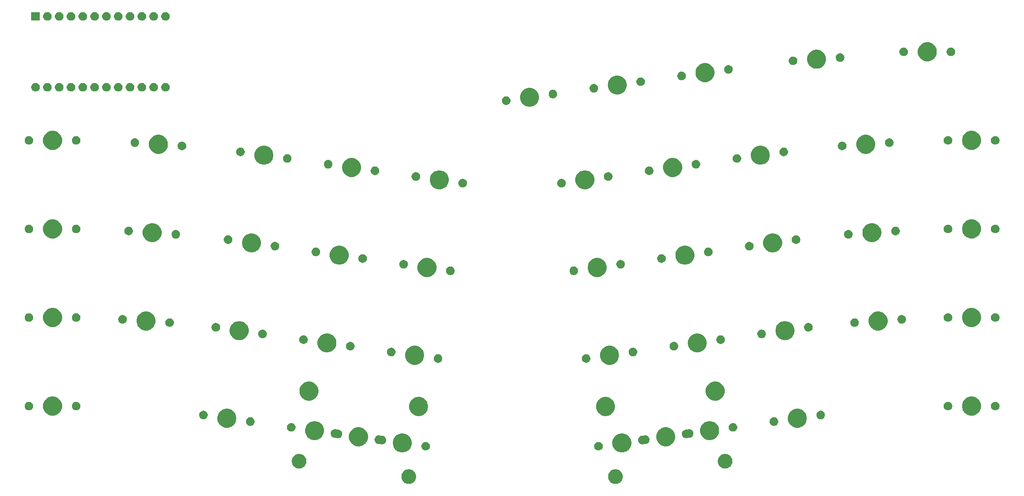
<source format=gbr>
G04 #@! TF.GenerationSoftware,KiCad,Pcbnew,(5.1.4)-1*
G04 #@! TF.CreationDate,2021-09-15T04:56:21-10:00*
G04 #@! TF.ProjectId,oya38split,6f796133-3873-4706-9c69-742e6b696361,rev?*
G04 #@! TF.SameCoordinates,Original*
G04 #@! TF.FileFunction,Soldermask,Bot*
G04 #@! TF.FilePolarity,Negative*
%FSLAX46Y46*%
G04 Gerber Fmt 4.6, Leading zero omitted, Abs format (unit mm)*
G04 Created by KiCad (PCBNEW (5.1.4)-1) date 2021-09-15 04:56:21*
%MOMM*%
%LPD*%
G04 APERTURE LIST*
%ADD10C,0.100000*%
G04 APERTURE END LIST*
D10*
G36*
X178654474Y-127963362D02*
G01*
X178773200Y-128012540D01*
X178941104Y-128082088D01*
X178941105Y-128082089D01*
X179199067Y-128254453D01*
X179418446Y-128473832D01*
X179533616Y-128646197D01*
X179590811Y-128731795D01*
X179709537Y-129018426D01*
X179770063Y-129322711D01*
X179770063Y-129632961D01*
X179709537Y-129937246D01*
X179590811Y-130223877D01*
X179590810Y-130223878D01*
X179418446Y-130481840D01*
X179199067Y-130701219D01*
X179026702Y-130816389D01*
X178941104Y-130873584D01*
X178773200Y-130943132D01*
X178654474Y-130992310D01*
X178350188Y-131052836D01*
X178039938Y-131052836D01*
X177735652Y-130992310D01*
X177616926Y-130943132D01*
X177449022Y-130873584D01*
X177363424Y-130816389D01*
X177191059Y-130701219D01*
X176971680Y-130481840D01*
X176799316Y-130223878D01*
X176799315Y-130223877D01*
X176680589Y-129937246D01*
X176620063Y-129632961D01*
X176620063Y-129322711D01*
X176680589Y-129018426D01*
X176799315Y-128731795D01*
X176856510Y-128646197D01*
X176971680Y-128473832D01*
X177191059Y-128254453D01*
X177449021Y-128082089D01*
X177449022Y-128082088D01*
X177616926Y-128012540D01*
X177735652Y-127963362D01*
X178039938Y-127902836D01*
X178350188Y-127902836D01*
X178654474Y-127963362D01*
X178654474Y-127963362D01*
G37*
G36*
X134208098Y-127963362D02*
G01*
X134326824Y-128012540D01*
X134494728Y-128082088D01*
X134494729Y-128082089D01*
X134752691Y-128254453D01*
X134972070Y-128473832D01*
X135087240Y-128646197D01*
X135144435Y-128731795D01*
X135263161Y-129018426D01*
X135323687Y-129322711D01*
X135323687Y-129632961D01*
X135263161Y-129937246D01*
X135144435Y-130223877D01*
X135144434Y-130223878D01*
X134972070Y-130481840D01*
X134752691Y-130701219D01*
X134580326Y-130816389D01*
X134494728Y-130873584D01*
X134326824Y-130943132D01*
X134208098Y-130992310D01*
X133903812Y-131052836D01*
X133593562Y-131052836D01*
X133289276Y-130992310D01*
X133170550Y-130943132D01*
X133002646Y-130873584D01*
X132917048Y-130816389D01*
X132744683Y-130701219D01*
X132525304Y-130481840D01*
X132352940Y-130223878D01*
X132352939Y-130223877D01*
X132234213Y-129937246D01*
X132173687Y-129632961D01*
X132173687Y-129322711D01*
X132234213Y-129018426D01*
X132352939Y-128731795D01*
X132410134Y-128646197D01*
X132525304Y-128473832D01*
X132744683Y-128254453D01*
X133002645Y-128082089D01*
X133002646Y-128082088D01*
X133170550Y-128012540D01*
X133289276Y-127963362D01*
X133593562Y-127902836D01*
X133903812Y-127902836D01*
X134208098Y-127963362D01*
X134208098Y-127963362D01*
G37*
G36*
X202235232Y-124649303D02*
G01*
X202353958Y-124698481D01*
X202521862Y-124768029D01*
X202521863Y-124768030D01*
X202779825Y-124940394D01*
X202999204Y-125159773D01*
X203114374Y-125332138D01*
X203171569Y-125417736D01*
X203290295Y-125704367D01*
X203350821Y-126008652D01*
X203350821Y-126318902D01*
X203290295Y-126623187D01*
X203171569Y-126909818D01*
X203171568Y-126909819D01*
X202999204Y-127167781D01*
X202779825Y-127387160D01*
X202607460Y-127502330D01*
X202521862Y-127559525D01*
X202353958Y-127629073D01*
X202235232Y-127678251D01*
X201930946Y-127738777D01*
X201620696Y-127738777D01*
X201316410Y-127678251D01*
X201197684Y-127629073D01*
X201029780Y-127559525D01*
X200944182Y-127502330D01*
X200771817Y-127387160D01*
X200552438Y-127167781D01*
X200380074Y-126909819D01*
X200380073Y-126909818D01*
X200261347Y-126623187D01*
X200200821Y-126318902D01*
X200200821Y-126008652D01*
X200261347Y-125704367D01*
X200380073Y-125417736D01*
X200437268Y-125332138D01*
X200552438Y-125159773D01*
X200771817Y-124940394D01*
X201029779Y-124768030D01*
X201029780Y-124768029D01*
X201197684Y-124698481D01*
X201316410Y-124649303D01*
X201620696Y-124588777D01*
X201930946Y-124588777D01*
X202235232Y-124649303D01*
X202235232Y-124649303D01*
G37*
G36*
X110627340Y-124649303D02*
G01*
X110746066Y-124698481D01*
X110913970Y-124768029D01*
X110913971Y-124768030D01*
X111171933Y-124940394D01*
X111391312Y-125159773D01*
X111506482Y-125332138D01*
X111563677Y-125417736D01*
X111682403Y-125704367D01*
X111742929Y-126008652D01*
X111742929Y-126318902D01*
X111682403Y-126623187D01*
X111563677Y-126909818D01*
X111563676Y-126909819D01*
X111391312Y-127167781D01*
X111171933Y-127387160D01*
X110999568Y-127502330D01*
X110913970Y-127559525D01*
X110746066Y-127629073D01*
X110627340Y-127678251D01*
X110323054Y-127738777D01*
X110012804Y-127738777D01*
X109708518Y-127678251D01*
X109589792Y-127629073D01*
X109421888Y-127559525D01*
X109336290Y-127502330D01*
X109163925Y-127387160D01*
X108944546Y-127167781D01*
X108772182Y-126909819D01*
X108772181Y-126909818D01*
X108653455Y-126623187D01*
X108592929Y-126318902D01*
X108592929Y-126008652D01*
X108653455Y-125704367D01*
X108772181Y-125417736D01*
X108829376Y-125332138D01*
X108944546Y-125159773D01*
X109163925Y-124940394D01*
X109421887Y-124768030D01*
X109421888Y-124768029D01*
X109589792Y-124698481D01*
X109708518Y-124649303D01*
X110012804Y-124588777D01*
X110323054Y-124588777D01*
X110627340Y-124649303D01*
X110627340Y-124649303D01*
G37*
G36*
X132959209Y-120263092D02*
G01*
X133177209Y-120353391D01*
X133331358Y-120417241D01*
X133666283Y-120641031D01*
X133951112Y-120925860D01*
X134174902Y-121260785D01*
X134174902Y-121260786D01*
X134329051Y-121632934D01*
X134407635Y-122028002D01*
X134407635Y-122430814D01*
X134329051Y-122825882D01*
X134245492Y-123027610D01*
X134174902Y-123198031D01*
X133951112Y-123532956D01*
X133666283Y-123817785D01*
X133331358Y-124041575D01*
X133177209Y-124105425D01*
X132959209Y-124195724D01*
X132564141Y-124274308D01*
X132161329Y-124274308D01*
X131766261Y-124195724D01*
X131548261Y-124105425D01*
X131394112Y-124041575D01*
X131059187Y-123817785D01*
X130774358Y-123532956D01*
X130550568Y-123198031D01*
X130479978Y-123027610D01*
X130396419Y-122825882D01*
X130317835Y-122430814D01*
X130317835Y-122028002D01*
X130396419Y-121632934D01*
X130550568Y-121260786D01*
X130550568Y-121260785D01*
X130774358Y-120925860D01*
X131059187Y-120641031D01*
X131394112Y-120417241D01*
X131548261Y-120353391D01*
X131766261Y-120263092D01*
X132161329Y-120184508D01*
X132564141Y-120184508D01*
X132959209Y-120263092D01*
X132959209Y-120263092D01*
G37*
G36*
X180177489Y-120263092D02*
G01*
X180395489Y-120353391D01*
X180549638Y-120417241D01*
X180884563Y-120641031D01*
X181169392Y-120925860D01*
X181393182Y-121260785D01*
X181393182Y-121260786D01*
X181547331Y-121632934D01*
X181625915Y-122028002D01*
X181625915Y-122430814D01*
X181547331Y-122825882D01*
X181463772Y-123027610D01*
X181393182Y-123198031D01*
X181169392Y-123532956D01*
X180884563Y-123817785D01*
X180549638Y-124041575D01*
X180395489Y-124105425D01*
X180177489Y-124195724D01*
X179782421Y-124274308D01*
X179379609Y-124274308D01*
X178984541Y-124195724D01*
X178766541Y-124105425D01*
X178612392Y-124041575D01*
X178277467Y-123817785D01*
X177992638Y-123532956D01*
X177768848Y-123198031D01*
X177698258Y-123027610D01*
X177614699Y-122825882D01*
X177536115Y-122430814D01*
X177536115Y-122028002D01*
X177614699Y-121632934D01*
X177768848Y-121260786D01*
X177768848Y-121260785D01*
X177992638Y-120925860D01*
X178277467Y-120641031D01*
X178612392Y-120417241D01*
X178766541Y-120353391D01*
X178984541Y-120263092D01*
X179379609Y-120184508D01*
X179782421Y-120184508D01*
X180177489Y-120263092D01*
X180177489Y-120263092D01*
G37*
G36*
X137663401Y-122045992D02*
G01*
X137831923Y-122115796D01*
X137983588Y-122217135D01*
X138112569Y-122346116D01*
X138213908Y-122497781D01*
X138283712Y-122666303D01*
X138319297Y-122845204D01*
X138319297Y-123027610D01*
X138283712Y-123206511D01*
X138213908Y-123375033D01*
X138112569Y-123526698D01*
X137983588Y-123655679D01*
X137831923Y-123757018D01*
X137663401Y-123826822D01*
X137484500Y-123862407D01*
X137302094Y-123862407D01*
X137123193Y-123826822D01*
X136954671Y-123757018D01*
X136803006Y-123655679D01*
X136674025Y-123526698D01*
X136572686Y-123375033D01*
X136502882Y-123206511D01*
X136467297Y-123027610D01*
X136467297Y-122845204D01*
X136502882Y-122666303D01*
X136572686Y-122497781D01*
X136674025Y-122346116D01*
X136803006Y-122217135D01*
X136954671Y-122115796D01*
X137123193Y-122045992D01*
X137302094Y-122010407D01*
X137484500Y-122010407D01*
X137663401Y-122045992D01*
X137663401Y-122045992D01*
G37*
G36*
X174820557Y-122045992D02*
G01*
X174989079Y-122115796D01*
X175140744Y-122217135D01*
X175269725Y-122346116D01*
X175371064Y-122497781D01*
X175440868Y-122666303D01*
X175476453Y-122845204D01*
X175476453Y-123027610D01*
X175440868Y-123206511D01*
X175371064Y-123375033D01*
X175269725Y-123526698D01*
X175140744Y-123655679D01*
X174989079Y-123757018D01*
X174820557Y-123826822D01*
X174641656Y-123862407D01*
X174459250Y-123862407D01*
X174280349Y-123826822D01*
X174111827Y-123757018D01*
X173960162Y-123655679D01*
X173831181Y-123526698D01*
X173729842Y-123375033D01*
X173660038Y-123206511D01*
X173624453Y-123027610D01*
X173624453Y-122845204D01*
X173660038Y-122666303D01*
X173729842Y-122497781D01*
X173831181Y-122346116D01*
X173960162Y-122217135D01*
X174111827Y-122115796D01*
X174280349Y-122045992D01*
X174459250Y-122010407D01*
X174641656Y-122010407D01*
X174820557Y-122045992D01*
X174820557Y-122045992D01*
G37*
G36*
X189609792Y-118937468D02*
G01*
X189827792Y-119027767D01*
X189981941Y-119091617D01*
X190316866Y-119315407D01*
X190601695Y-119600236D01*
X190825485Y-119935161D01*
X190825485Y-119935162D01*
X190979634Y-120307310D01*
X191058218Y-120702378D01*
X191058218Y-121105190D01*
X190979634Y-121500258D01*
X190896075Y-121701986D01*
X190825485Y-121872407D01*
X190601695Y-122207332D01*
X190316866Y-122492161D01*
X189981941Y-122715951D01*
X189827792Y-122779801D01*
X189609792Y-122870100D01*
X189214724Y-122948684D01*
X188811912Y-122948684D01*
X188416844Y-122870100D01*
X188198844Y-122779801D01*
X188044695Y-122715951D01*
X187709770Y-122492161D01*
X187424941Y-122207332D01*
X187201151Y-121872407D01*
X187130561Y-121701986D01*
X187047002Y-121500258D01*
X186968418Y-121105190D01*
X186968418Y-120702378D01*
X187047002Y-120307310D01*
X187201151Y-119935162D01*
X187201151Y-119935161D01*
X187424941Y-119600236D01*
X187709770Y-119315407D01*
X188044695Y-119091617D01*
X188198844Y-119027767D01*
X188416844Y-118937468D01*
X188811912Y-118858884D01*
X189214724Y-118858884D01*
X189609792Y-118937468D01*
X189609792Y-118937468D01*
G37*
G36*
X123526906Y-118937468D02*
G01*
X123744906Y-119027767D01*
X123899055Y-119091617D01*
X124233980Y-119315407D01*
X124518809Y-119600236D01*
X124742599Y-119935161D01*
X124742599Y-119935162D01*
X124896748Y-120307310D01*
X124975332Y-120702378D01*
X124975332Y-121105190D01*
X124896748Y-121500258D01*
X124813189Y-121701986D01*
X124742599Y-121872407D01*
X124518809Y-122207332D01*
X124233980Y-122492161D01*
X123899055Y-122715951D01*
X123744906Y-122779801D01*
X123526906Y-122870100D01*
X123131838Y-122948684D01*
X122729026Y-122948684D01*
X122333958Y-122870100D01*
X122115958Y-122779801D01*
X121961809Y-122715951D01*
X121626884Y-122492161D01*
X121342055Y-122207332D01*
X121118265Y-121872407D01*
X121047675Y-121701986D01*
X120964116Y-121500258D01*
X120885532Y-121105190D01*
X120885532Y-120702378D01*
X120964116Y-120307310D01*
X121118265Y-119935162D01*
X121118265Y-119935161D01*
X121342055Y-119600236D01*
X121626884Y-119315407D01*
X121961809Y-119091617D01*
X122115958Y-119027767D01*
X122333958Y-118937468D01*
X122729026Y-118858884D01*
X123131838Y-118858884D01*
X123526906Y-118937468D01*
X123526906Y-118937468D01*
G37*
G36*
X127602277Y-120631994D02*
G01*
X127740144Y-120689100D01*
X127763579Y-120696209D01*
X127787965Y-120698611D01*
X127812343Y-120696210D01*
X127869791Y-120684783D01*
X128052197Y-120684783D01*
X128231098Y-120720368D01*
X128399620Y-120790172D01*
X128551285Y-120891511D01*
X128680266Y-121020492D01*
X128781605Y-121172157D01*
X128851409Y-121340679D01*
X128886994Y-121519580D01*
X128886994Y-121701986D01*
X128851409Y-121880887D01*
X128781605Y-122049409D01*
X128680266Y-122201074D01*
X128551285Y-122330055D01*
X128399620Y-122431394D01*
X128231098Y-122501198D01*
X128052197Y-122536783D01*
X127869791Y-122536783D01*
X127690890Y-122501198D01*
X127553023Y-122444092D01*
X127529588Y-122436983D01*
X127505202Y-122434581D01*
X127480824Y-122436982D01*
X127423376Y-122448409D01*
X127240970Y-122448409D01*
X127062069Y-122412824D01*
X126893547Y-122343020D01*
X126741882Y-122241681D01*
X126612901Y-122112700D01*
X126511562Y-121961035D01*
X126441758Y-121792513D01*
X126406173Y-121613612D01*
X126406173Y-121431206D01*
X126441758Y-121252305D01*
X126511562Y-121083783D01*
X126612901Y-120932118D01*
X126741882Y-120803137D01*
X126893547Y-120701798D01*
X127062069Y-120631994D01*
X127240970Y-120596409D01*
X127423376Y-120596409D01*
X127602277Y-120631994D01*
X127602277Y-120631994D01*
G37*
G36*
X184881681Y-120631994D02*
G01*
X185050203Y-120701798D01*
X185201868Y-120803137D01*
X185330849Y-120932118D01*
X185432188Y-121083783D01*
X185501992Y-121252305D01*
X185537577Y-121431206D01*
X185537577Y-121613612D01*
X185501992Y-121792513D01*
X185432188Y-121961035D01*
X185330849Y-122112700D01*
X185201868Y-122241681D01*
X185050203Y-122343020D01*
X184881681Y-122412824D01*
X184702780Y-122448409D01*
X184520374Y-122448409D01*
X184462926Y-122436982D01*
X184438549Y-122434581D01*
X184414163Y-122436983D01*
X184390727Y-122444092D01*
X184252860Y-122501198D01*
X184073959Y-122536783D01*
X183891553Y-122536783D01*
X183712652Y-122501198D01*
X183544130Y-122431394D01*
X183392465Y-122330055D01*
X183263484Y-122201074D01*
X183162145Y-122049409D01*
X183092341Y-121880887D01*
X183056756Y-121701986D01*
X183056756Y-121519580D01*
X183092341Y-121340679D01*
X183162145Y-121172157D01*
X183263484Y-121020492D01*
X183392465Y-120891511D01*
X183544130Y-120790172D01*
X183712652Y-120720368D01*
X183891553Y-120684783D01*
X184073959Y-120684783D01*
X184131407Y-120696210D01*
X184155784Y-120698611D01*
X184180170Y-120696209D01*
X184203606Y-120689100D01*
X184341473Y-120631994D01*
X184520374Y-120596409D01*
X184702780Y-120596409D01*
X184881681Y-120631994D01*
X184881681Y-120631994D01*
G37*
G36*
X199042095Y-117611844D02*
G01*
X199260095Y-117702143D01*
X199414244Y-117765993D01*
X199749169Y-117989783D01*
X200033998Y-118274612D01*
X200257788Y-118609537D01*
X200257788Y-118609538D01*
X200411937Y-118981686D01*
X200490521Y-119376754D01*
X200490521Y-119779566D01*
X200411937Y-120174634D01*
X200328378Y-120376362D01*
X200257788Y-120546783D01*
X200033998Y-120881708D01*
X199749169Y-121166537D01*
X199414244Y-121390327D01*
X199315553Y-121431206D01*
X199042095Y-121544476D01*
X198647027Y-121623060D01*
X198244215Y-121623060D01*
X197849147Y-121544476D01*
X197575689Y-121431206D01*
X197476998Y-121390327D01*
X197142073Y-121166537D01*
X196857244Y-120881708D01*
X196633454Y-120546783D01*
X196562864Y-120376362D01*
X196479305Y-120174634D01*
X196400721Y-119779566D01*
X196400721Y-119376754D01*
X196479305Y-118981686D01*
X196633454Y-118609538D01*
X196633454Y-118609537D01*
X196857244Y-118274612D01*
X197142073Y-117989783D01*
X197476998Y-117765993D01*
X197631147Y-117702143D01*
X197849147Y-117611844D01*
X198244215Y-117533260D01*
X198647027Y-117533260D01*
X199042095Y-117611844D01*
X199042095Y-117611844D01*
G37*
G36*
X114094603Y-117611844D02*
G01*
X114312603Y-117702143D01*
X114466752Y-117765993D01*
X114801677Y-117989783D01*
X115086506Y-118274612D01*
X115310296Y-118609537D01*
X115310296Y-118609538D01*
X115464445Y-118981686D01*
X115543029Y-119376754D01*
X115543029Y-119779566D01*
X115464445Y-120174634D01*
X115380886Y-120376362D01*
X115310296Y-120546783D01*
X115086506Y-120881708D01*
X114801677Y-121166537D01*
X114466752Y-121390327D01*
X114368061Y-121431206D01*
X114094603Y-121544476D01*
X113699535Y-121623060D01*
X113296723Y-121623060D01*
X112901655Y-121544476D01*
X112628197Y-121431206D01*
X112529506Y-121390327D01*
X112194581Y-121166537D01*
X111909752Y-120881708D01*
X111685962Y-120546783D01*
X111615372Y-120376362D01*
X111531813Y-120174634D01*
X111453229Y-119779566D01*
X111453229Y-119376754D01*
X111531813Y-118981686D01*
X111685962Y-118609538D01*
X111685962Y-118609537D01*
X111909752Y-118274612D01*
X112194581Y-117989783D01*
X112529506Y-117765993D01*
X112683655Y-117702143D01*
X112901655Y-117611844D01*
X113296723Y-117533260D01*
X113699535Y-117533260D01*
X114094603Y-117611844D01*
X114094603Y-117611844D01*
G37*
G36*
X118169974Y-119306370D02*
G01*
X118307841Y-119363476D01*
X118331276Y-119370585D01*
X118355662Y-119372987D01*
X118380040Y-119370586D01*
X118437488Y-119359159D01*
X118619894Y-119359159D01*
X118798795Y-119394744D01*
X118967317Y-119464548D01*
X119118982Y-119565887D01*
X119247963Y-119694868D01*
X119349302Y-119846533D01*
X119419106Y-120015055D01*
X119454691Y-120193956D01*
X119454691Y-120376362D01*
X119419106Y-120555263D01*
X119349302Y-120723785D01*
X119247963Y-120875450D01*
X119118982Y-121004431D01*
X118967317Y-121105770D01*
X118798795Y-121175574D01*
X118619894Y-121211159D01*
X118437488Y-121211159D01*
X118258587Y-121175574D01*
X118120720Y-121118468D01*
X118097285Y-121111359D01*
X118072899Y-121108957D01*
X118048521Y-121111358D01*
X117991073Y-121122785D01*
X117808667Y-121122785D01*
X117629766Y-121087200D01*
X117461244Y-121017396D01*
X117309579Y-120916057D01*
X117180598Y-120787076D01*
X117079259Y-120635411D01*
X117009455Y-120466889D01*
X116973870Y-120287988D01*
X116973870Y-120105582D01*
X117009455Y-119926681D01*
X117079259Y-119758159D01*
X117180598Y-119606494D01*
X117309579Y-119477513D01*
X117461244Y-119376174D01*
X117629766Y-119306370D01*
X117808667Y-119270785D01*
X117991073Y-119270785D01*
X118169974Y-119306370D01*
X118169974Y-119306370D01*
G37*
G36*
X194313984Y-119306370D02*
G01*
X194482506Y-119376174D01*
X194634171Y-119477513D01*
X194763152Y-119606494D01*
X194864491Y-119758159D01*
X194934295Y-119926681D01*
X194969880Y-120105582D01*
X194969880Y-120287988D01*
X194934295Y-120466889D01*
X194864491Y-120635411D01*
X194763152Y-120787076D01*
X194634171Y-120916057D01*
X194482506Y-121017396D01*
X194313984Y-121087200D01*
X194135083Y-121122785D01*
X193952677Y-121122785D01*
X193895229Y-121111358D01*
X193870852Y-121108957D01*
X193846466Y-121111359D01*
X193823030Y-121118468D01*
X193685163Y-121175574D01*
X193506262Y-121211159D01*
X193323856Y-121211159D01*
X193144955Y-121175574D01*
X192976433Y-121105770D01*
X192824768Y-121004431D01*
X192695787Y-120875450D01*
X192594448Y-120723785D01*
X192524644Y-120555263D01*
X192489059Y-120376362D01*
X192489059Y-120193956D01*
X192524644Y-120015055D01*
X192594448Y-119846533D01*
X192695787Y-119694868D01*
X192824768Y-119565887D01*
X192976433Y-119464548D01*
X193144955Y-119394744D01*
X193323856Y-119359159D01*
X193506262Y-119359159D01*
X193563710Y-119370586D01*
X193588087Y-119372987D01*
X193612473Y-119370585D01*
X193635909Y-119363476D01*
X193773776Y-119306370D01*
X193952677Y-119270785D01*
X194135083Y-119270785D01*
X194313984Y-119306370D01*
X194313984Y-119306370D01*
G37*
G36*
X108737671Y-117980746D02*
G01*
X108906193Y-118050550D01*
X109057858Y-118151889D01*
X109186839Y-118280870D01*
X109288178Y-118432535D01*
X109357982Y-118601057D01*
X109393567Y-118779958D01*
X109393567Y-118962364D01*
X109357982Y-119141265D01*
X109288178Y-119309787D01*
X109186839Y-119461452D01*
X109057858Y-119590433D01*
X108906193Y-119691772D01*
X108737671Y-119761576D01*
X108558770Y-119797161D01*
X108376364Y-119797161D01*
X108197463Y-119761576D01*
X108028941Y-119691772D01*
X107877276Y-119590433D01*
X107748295Y-119461452D01*
X107646956Y-119309787D01*
X107577152Y-119141265D01*
X107541567Y-118962364D01*
X107541567Y-118779958D01*
X107577152Y-118601057D01*
X107646956Y-118432535D01*
X107748295Y-118280870D01*
X107877276Y-118151889D01*
X108028941Y-118050550D01*
X108197463Y-117980746D01*
X108376364Y-117945161D01*
X108558770Y-117945161D01*
X108737671Y-117980746D01*
X108737671Y-117980746D01*
G37*
G36*
X203746287Y-117980746D02*
G01*
X203914809Y-118050550D01*
X204066474Y-118151889D01*
X204195455Y-118280870D01*
X204296794Y-118432535D01*
X204366598Y-118601057D01*
X204402183Y-118779958D01*
X204402183Y-118962364D01*
X204366598Y-119141265D01*
X204296794Y-119309787D01*
X204195455Y-119461452D01*
X204066474Y-119590433D01*
X203914809Y-119691772D01*
X203746287Y-119761576D01*
X203567386Y-119797161D01*
X203384980Y-119797161D01*
X203206079Y-119761576D01*
X203037557Y-119691772D01*
X202885892Y-119590433D01*
X202756911Y-119461452D01*
X202655572Y-119309787D01*
X202585768Y-119141265D01*
X202550183Y-118962364D01*
X202550183Y-118779958D01*
X202585768Y-118601057D01*
X202655572Y-118432535D01*
X202756911Y-118280870D01*
X202885892Y-118151889D01*
X203037557Y-118050550D01*
X203206079Y-117980746D01*
X203384980Y-117945161D01*
X203567386Y-117945161D01*
X203746287Y-117980746D01*
X203746287Y-117980746D01*
G37*
G36*
X95229996Y-114960597D02*
G01*
X95447996Y-115050896D01*
X95602145Y-115114746D01*
X95937070Y-115338536D01*
X96221899Y-115623365D01*
X96445689Y-115958290D01*
X96445689Y-115958291D01*
X96599838Y-116330439D01*
X96678422Y-116725507D01*
X96678422Y-117128319D01*
X96599838Y-117523387D01*
X96563198Y-117611844D01*
X96445689Y-117895536D01*
X96221899Y-118230461D01*
X95937070Y-118515290D01*
X95602145Y-118739080D01*
X95503456Y-118779958D01*
X95229996Y-118893229D01*
X94834928Y-118971813D01*
X94432116Y-118971813D01*
X94037048Y-118893229D01*
X93763588Y-118779958D01*
X93664899Y-118739080D01*
X93329974Y-118515290D01*
X93045145Y-118230461D01*
X92821355Y-117895536D01*
X92703846Y-117611844D01*
X92667206Y-117523387D01*
X92588622Y-117128319D01*
X92588622Y-116725507D01*
X92667206Y-116330439D01*
X92821355Y-115958291D01*
X92821355Y-115958290D01*
X93045145Y-115623365D01*
X93329974Y-115338536D01*
X93664899Y-115114746D01*
X93819048Y-115050896D01*
X94037048Y-114960597D01*
X94432116Y-114882013D01*
X94834928Y-114882013D01*
X95229996Y-114960597D01*
X95229996Y-114960597D01*
G37*
G36*
X217906702Y-114960597D02*
G01*
X218124702Y-115050896D01*
X218278851Y-115114746D01*
X218613776Y-115338536D01*
X218898605Y-115623365D01*
X219122395Y-115958290D01*
X219122395Y-115958291D01*
X219276544Y-116330439D01*
X219355128Y-116725507D01*
X219355128Y-117128319D01*
X219276544Y-117523387D01*
X219239904Y-117611844D01*
X219122395Y-117895536D01*
X218898605Y-118230461D01*
X218613776Y-118515290D01*
X218278851Y-118739080D01*
X218180162Y-118779958D01*
X217906702Y-118893229D01*
X217511634Y-118971813D01*
X217108822Y-118971813D01*
X216713754Y-118893229D01*
X216440294Y-118779958D01*
X216341605Y-118739080D01*
X216006680Y-118515290D01*
X215721851Y-118230461D01*
X215498061Y-117895536D01*
X215380552Y-117611844D01*
X215343912Y-117523387D01*
X215265328Y-117128319D01*
X215265328Y-116725507D01*
X215343912Y-116330439D01*
X215498061Y-115958291D01*
X215498061Y-115958290D01*
X215721851Y-115623365D01*
X216006680Y-115338536D01*
X216341605Y-115114746D01*
X216495754Y-115050896D01*
X216713754Y-114960597D01*
X217108822Y-114882013D01*
X217511634Y-114882013D01*
X217906702Y-114960597D01*
X217906702Y-114960597D01*
G37*
G36*
X99934188Y-116743497D02*
G01*
X100102710Y-116813301D01*
X100254375Y-116914640D01*
X100383356Y-117043621D01*
X100484695Y-117195286D01*
X100554499Y-117363808D01*
X100590084Y-117542709D01*
X100590084Y-117725115D01*
X100554499Y-117904016D01*
X100484695Y-118072538D01*
X100383356Y-118224203D01*
X100254375Y-118353184D01*
X100102710Y-118454523D01*
X99934188Y-118524327D01*
X99755287Y-118559912D01*
X99572881Y-118559912D01*
X99393980Y-118524327D01*
X99225458Y-118454523D01*
X99073793Y-118353184D01*
X98944812Y-118224203D01*
X98843473Y-118072538D01*
X98773669Y-117904016D01*
X98738084Y-117725115D01*
X98738084Y-117542709D01*
X98773669Y-117363808D01*
X98843473Y-117195286D01*
X98944812Y-117043621D01*
X99073793Y-116914640D01*
X99225458Y-116813301D01*
X99393980Y-116743497D01*
X99572881Y-116707912D01*
X99755287Y-116707912D01*
X99934188Y-116743497D01*
X99934188Y-116743497D01*
G37*
G36*
X212549770Y-116743497D02*
G01*
X212718292Y-116813301D01*
X212869957Y-116914640D01*
X212998938Y-117043621D01*
X213100277Y-117195286D01*
X213170081Y-117363808D01*
X213205666Y-117542709D01*
X213205666Y-117725115D01*
X213170081Y-117904016D01*
X213100277Y-118072538D01*
X212998938Y-118224203D01*
X212869957Y-118353184D01*
X212718292Y-118454523D01*
X212549770Y-118524327D01*
X212370869Y-118559912D01*
X212188463Y-118559912D01*
X212009562Y-118524327D01*
X211841040Y-118454523D01*
X211689375Y-118353184D01*
X211560394Y-118224203D01*
X211459055Y-118072538D01*
X211389251Y-117904016D01*
X211353666Y-117725115D01*
X211353666Y-117542709D01*
X211389251Y-117363808D01*
X211459055Y-117195286D01*
X211560394Y-117043621D01*
X211689375Y-116914640D01*
X211841040Y-116813301D01*
X212009562Y-116743497D01*
X212188463Y-116707912D01*
X212370869Y-116707912D01*
X212549770Y-116743497D01*
X212549770Y-116743497D01*
G37*
G36*
X89873064Y-115329499D02*
G01*
X90041586Y-115399303D01*
X90193251Y-115500642D01*
X90322232Y-115629623D01*
X90423571Y-115781288D01*
X90493375Y-115949810D01*
X90528960Y-116128711D01*
X90528960Y-116311117D01*
X90493375Y-116490018D01*
X90423571Y-116658540D01*
X90322232Y-116810205D01*
X90193251Y-116939186D01*
X90041586Y-117040525D01*
X89873064Y-117110329D01*
X89694163Y-117145914D01*
X89511757Y-117145914D01*
X89332856Y-117110329D01*
X89164334Y-117040525D01*
X89012669Y-116939186D01*
X88883688Y-116810205D01*
X88782349Y-116658540D01*
X88712545Y-116490018D01*
X88676960Y-116311117D01*
X88676960Y-116128711D01*
X88712545Y-115949810D01*
X88782349Y-115781288D01*
X88883688Y-115629623D01*
X89012669Y-115500642D01*
X89164334Y-115399303D01*
X89332856Y-115329499D01*
X89511757Y-115293914D01*
X89694163Y-115293914D01*
X89873064Y-115329499D01*
X89873064Y-115329499D01*
G37*
G36*
X222610894Y-115329499D02*
G01*
X222779416Y-115399303D01*
X222931081Y-115500642D01*
X223060062Y-115629623D01*
X223161401Y-115781288D01*
X223231205Y-115949810D01*
X223266790Y-116128711D01*
X223266790Y-116311117D01*
X223231205Y-116490018D01*
X223161401Y-116658540D01*
X223060062Y-116810205D01*
X222931081Y-116939186D01*
X222779416Y-117040525D01*
X222610894Y-117110329D01*
X222431993Y-117145914D01*
X222249587Y-117145914D01*
X222070686Y-117110329D01*
X221902164Y-117040525D01*
X221750499Y-116939186D01*
X221621518Y-116810205D01*
X221520179Y-116658540D01*
X221450375Y-116490018D01*
X221414790Y-116311117D01*
X221414790Y-116128711D01*
X221450375Y-115949810D01*
X221520179Y-115781288D01*
X221621518Y-115629623D01*
X221750499Y-115500642D01*
X221902164Y-115399303D01*
X222070686Y-115329499D01*
X222249587Y-115293914D01*
X222431993Y-115293914D01*
X222610894Y-115329499D01*
X222610894Y-115329499D01*
G37*
G36*
X176670539Y-112419835D02*
G01*
X176834700Y-112487833D01*
X177042688Y-112573984D01*
X177377613Y-112797774D01*
X177662442Y-113082603D01*
X177886232Y-113417528D01*
X177950082Y-113571677D01*
X178040381Y-113789677D01*
X178118965Y-114184745D01*
X178118965Y-114587557D01*
X178040381Y-114982625D01*
X177983225Y-115120611D01*
X177886232Y-115354774D01*
X177662442Y-115689699D01*
X177377613Y-115974528D01*
X177042688Y-116198318D01*
X176888539Y-116262168D01*
X176670539Y-116352467D01*
X176275471Y-116431051D01*
X175872659Y-116431051D01*
X175477591Y-116352467D01*
X175259591Y-116262168D01*
X175105442Y-116198318D01*
X174770517Y-115974528D01*
X174485688Y-115689699D01*
X174261898Y-115354774D01*
X174164905Y-115120611D01*
X174107749Y-114982625D01*
X174029165Y-114587557D01*
X174029165Y-114184745D01*
X174107749Y-113789677D01*
X174198048Y-113571677D01*
X174261898Y-113417528D01*
X174485688Y-113082603D01*
X174770517Y-112797774D01*
X175105442Y-112573984D01*
X175313430Y-112487833D01*
X175477591Y-112419835D01*
X175872659Y-112341251D01*
X176275471Y-112341251D01*
X176670539Y-112419835D01*
X176670539Y-112419835D01*
G37*
G36*
X136466159Y-112419835D02*
G01*
X136630320Y-112487833D01*
X136838308Y-112573984D01*
X137173233Y-112797774D01*
X137458062Y-113082603D01*
X137681852Y-113417528D01*
X137745702Y-113571677D01*
X137836001Y-113789677D01*
X137914585Y-114184745D01*
X137914585Y-114587557D01*
X137836001Y-114982625D01*
X137778845Y-115120611D01*
X137681852Y-115354774D01*
X137458062Y-115689699D01*
X137173233Y-115974528D01*
X136838308Y-116198318D01*
X136684159Y-116262168D01*
X136466159Y-116352467D01*
X136071091Y-116431051D01*
X135668279Y-116431051D01*
X135273211Y-116352467D01*
X135055211Y-116262168D01*
X134901062Y-116198318D01*
X134566137Y-115974528D01*
X134281308Y-115689699D01*
X134057518Y-115354774D01*
X133960525Y-115120611D01*
X133903369Y-114982625D01*
X133824785Y-114587557D01*
X133824785Y-114184745D01*
X133903369Y-113789677D01*
X133993668Y-113571677D01*
X134057518Y-113417528D01*
X134281308Y-113082603D01*
X134566137Y-112797774D01*
X134901062Y-112573984D01*
X135109050Y-112487833D01*
X135273211Y-112419835D01*
X135668279Y-112341251D01*
X136071091Y-112341251D01*
X136466159Y-112419835D01*
X136466159Y-112419835D01*
G37*
G36*
X57746474Y-112333684D02*
G01*
X57954461Y-112419835D01*
X58118623Y-112487833D01*
X58453548Y-112711623D01*
X58738377Y-112996452D01*
X58962167Y-113331377D01*
X58994562Y-113409586D01*
X59116316Y-113703526D01*
X59194900Y-114098594D01*
X59194900Y-114501406D01*
X59116316Y-114896474D01*
X59065451Y-115019272D01*
X58962167Y-115268623D01*
X58738377Y-115603548D01*
X58453548Y-115888377D01*
X58118623Y-116112167D01*
X57964474Y-116176017D01*
X57746474Y-116266316D01*
X57351406Y-116344900D01*
X56948594Y-116344900D01*
X56553526Y-116266316D01*
X56335526Y-116176017D01*
X56181377Y-116112167D01*
X55846452Y-115888377D01*
X55561623Y-115603548D01*
X55337833Y-115268623D01*
X55234549Y-115019272D01*
X55183684Y-114896474D01*
X55105100Y-114501406D01*
X55105100Y-114098594D01*
X55183684Y-113703526D01*
X55305438Y-113409586D01*
X55337833Y-113331377D01*
X55561623Y-112996452D01*
X55846452Y-112711623D01*
X56181377Y-112487833D01*
X56345539Y-112419835D01*
X56553526Y-112333684D01*
X56948594Y-112255100D01*
X57351406Y-112255100D01*
X57746474Y-112333684D01*
X57746474Y-112333684D01*
G37*
G36*
X255390224Y-112333684D02*
G01*
X255598211Y-112419835D01*
X255762373Y-112487833D01*
X256097298Y-112711623D01*
X256382127Y-112996452D01*
X256605917Y-113331377D01*
X256638312Y-113409586D01*
X256760066Y-113703526D01*
X256838650Y-114098594D01*
X256838650Y-114501406D01*
X256760066Y-114896474D01*
X256709201Y-115019272D01*
X256605917Y-115268623D01*
X256382127Y-115603548D01*
X256097298Y-115888377D01*
X255762373Y-116112167D01*
X255608224Y-116176017D01*
X255390224Y-116266316D01*
X254995156Y-116344900D01*
X254592344Y-116344900D01*
X254197276Y-116266316D01*
X253979276Y-116176017D01*
X253825127Y-116112167D01*
X253490202Y-115888377D01*
X253205373Y-115603548D01*
X252981583Y-115268623D01*
X252878299Y-115019272D01*
X252827434Y-114896474D01*
X252748850Y-114501406D01*
X252748850Y-114098594D01*
X252827434Y-113703526D01*
X252949188Y-113409586D01*
X252981583Y-113331377D01*
X253205373Y-112996452D01*
X253490202Y-112711623D01*
X253825127Y-112487833D01*
X253989289Y-112419835D01*
X254197276Y-112333684D01*
X254592344Y-112255100D01*
X254995156Y-112255100D01*
X255390224Y-112333684D01*
X255390224Y-112333684D01*
G37*
G36*
X52340104Y-113409585D02*
G01*
X52508626Y-113479389D01*
X52660291Y-113580728D01*
X52789272Y-113709709D01*
X52890611Y-113861374D01*
X52960415Y-114029896D01*
X52996000Y-114208797D01*
X52996000Y-114391203D01*
X52960415Y-114570104D01*
X52890611Y-114738626D01*
X52789272Y-114890291D01*
X52660291Y-115019272D01*
X52508626Y-115120611D01*
X52340104Y-115190415D01*
X52161203Y-115226000D01*
X51978797Y-115226000D01*
X51799896Y-115190415D01*
X51631374Y-115120611D01*
X51479709Y-115019272D01*
X51350728Y-114890291D01*
X51249389Y-114738626D01*
X51179585Y-114570104D01*
X51144000Y-114391203D01*
X51144000Y-114208797D01*
X51179585Y-114029896D01*
X51249389Y-113861374D01*
X51350728Y-113709709D01*
X51479709Y-113580728D01*
X51631374Y-113479389D01*
X51799896Y-113409585D01*
X51978797Y-113374000D01*
X52161203Y-113374000D01*
X52340104Y-113409585D01*
X52340104Y-113409585D01*
G37*
G36*
X62500104Y-113409585D02*
G01*
X62668626Y-113479389D01*
X62820291Y-113580728D01*
X62949272Y-113709709D01*
X63050611Y-113861374D01*
X63120415Y-114029896D01*
X63156000Y-114208797D01*
X63156000Y-114391203D01*
X63120415Y-114570104D01*
X63050611Y-114738626D01*
X62949272Y-114890291D01*
X62820291Y-115019272D01*
X62668626Y-115120611D01*
X62500104Y-115190415D01*
X62321203Y-115226000D01*
X62138797Y-115226000D01*
X61959896Y-115190415D01*
X61791374Y-115120611D01*
X61639709Y-115019272D01*
X61510728Y-114890291D01*
X61409389Y-114738626D01*
X61339585Y-114570104D01*
X61304000Y-114391203D01*
X61304000Y-114208797D01*
X61339585Y-114029896D01*
X61409389Y-113861374D01*
X61510728Y-113709709D01*
X61639709Y-113580728D01*
X61791374Y-113479389D01*
X61959896Y-113409585D01*
X62138797Y-113374000D01*
X62321203Y-113374000D01*
X62500104Y-113409585D01*
X62500104Y-113409585D01*
G37*
G36*
X249983854Y-113409585D02*
G01*
X250152376Y-113479389D01*
X250304041Y-113580728D01*
X250433022Y-113709709D01*
X250534361Y-113861374D01*
X250604165Y-114029896D01*
X250639750Y-114208797D01*
X250639750Y-114391203D01*
X250604165Y-114570104D01*
X250534361Y-114738626D01*
X250433022Y-114890291D01*
X250304041Y-115019272D01*
X250152376Y-115120611D01*
X249983854Y-115190415D01*
X249804953Y-115226000D01*
X249622547Y-115226000D01*
X249443646Y-115190415D01*
X249275124Y-115120611D01*
X249123459Y-115019272D01*
X248994478Y-114890291D01*
X248893139Y-114738626D01*
X248823335Y-114570104D01*
X248787750Y-114391203D01*
X248787750Y-114208797D01*
X248823335Y-114029896D01*
X248893139Y-113861374D01*
X248994478Y-113709709D01*
X249123459Y-113580728D01*
X249275124Y-113479389D01*
X249443646Y-113409585D01*
X249622547Y-113374000D01*
X249804953Y-113374000D01*
X249983854Y-113409585D01*
X249983854Y-113409585D01*
G37*
G36*
X260143854Y-113409585D02*
G01*
X260312376Y-113479389D01*
X260464041Y-113580728D01*
X260593022Y-113709709D01*
X260694361Y-113861374D01*
X260764165Y-114029896D01*
X260799750Y-114208797D01*
X260799750Y-114391203D01*
X260764165Y-114570104D01*
X260694361Y-114738626D01*
X260593022Y-114890291D01*
X260464041Y-115019272D01*
X260312376Y-115120611D01*
X260143854Y-115190415D01*
X259964953Y-115226000D01*
X259782547Y-115226000D01*
X259603646Y-115190415D01*
X259435124Y-115120611D01*
X259283459Y-115019272D01*
X259154478Y-114890291D01*
X259053139Y-114738626D01*
X258983335Y-114570104D01*
X258947750Y-114391203D01*
X258947750Y-114208797D01*
X258983335Y-114029896D01*
X259053139Y-113861374D01*
X259154478Y-113709709D01*
X259283459Y-113580728D01*
X259435124Y-113479389D01*
X259603646Y-113409585D01*
X259782547Y-113374000D01*
X259964953Y-113374000D01*
X260143854Y-113409585D01*
X260143854Y-113409585D01*
G37*
G36*
X200251297Y-109105775D02*
G01*
X200469297Y-109196074D01*
X200623446Y-109259924D01*
X200958371Y-109483714D01*
X201243200Y-109768543D01*
X201466990Y-110103468D01*
X201466990Y-110103469D01*
X201621139Y-110475617D01*
X201699723Y-110870685D01*
X201699723Y-111273497D01*
X201621139Y-111668565D01*
X201530840Y-111886565D01*
X201466990Y-112040714D01*
X201243200Y-112375639D01*
X200958371Y-112660468D01*
X200623446Y-112884258D01*
X200469297Y-112948108D01*
X200251297Y-113038407D01*
X199856229Y-113116991D01*
X199453417Y-113116991D01*
X199058349Y-113038407D01*
X198840349Y-112948108D01*
X198686200Y-112884258D01*
X198351275Y-112660468D01*
X198066446Y-112375639D01*
X197842656Y-112040714D01*
X197778806Y-111886565D01*
X197688507Y-111668565D01*
X197609923Y-111273497D01*
X197609923Y-110870685D01*
X197688507Y-110475617D01*
X197842656Y-110103469D01*
X197842656Y-110103468D01*
X198066446Y-109768543D01*
X198351275Y-109483714D01*
X198686200Y-109259924D01*
X198840349Y-109196074D01*
X199058349Y-109105775D01*
X199453417Y-109027191D01*
X199856229Y-109027191D01*
X200251297Y-109105775D01*
X200251297Y-109105775D01*
G37*
G36*
X112885401Y-109105775D02*
G01*
X113103401Y-109196074D01*
X113257550Y-109259924D01*
X113592475Y-109483714D01*
X113877304Y-109768543D01*
X114101094Y-110103468D01*
X114101094Y-110103469D01*
X114255243Y-110475617D01*
X114333827Y-110870685D01*
X114333827Y-111273497D01*
X114255243Y-111668565D01*
X114164944Y-111886565D01*
X114101094Y-112040714D01*
X113877304Y-112375639D01*
X113592475Y-112660468D01*
X113257550Y-112884258D01*
X113103401Y-112948108D01*
X112885401Y-113038407D01*
X112490333Y-113116991D01*
X112087521Y-113116991D01*
X111692453Y-113038407D01*
X111474453Y-112948108D01*
X111320304Y-112884258D01*
X110985379Y-112660468D01*
X110700550Y-112375639D01*
X110476760Y-112040714D01*
X110412910Y-111886565D01*
X110322611Y-111668565D01*
X110244027Y-111273497D01*
X110244027Y-110870685D01*
X110322611Y-110475617D01*
X110476760Y-110103469D01*
X110476760Y-110103468D01*
X110700550Y-109768543D01*
X110985379Y-109483714D01*
X111320304Y-109259924D01*
X111474453Y-109196074D01*
X111692453Y-109105775D01*
X112087521Y-109027191D01*
X112490333Y-109027191D01*
X112885401Y-109105775D01*
X112885401Y-109105775D01*
G37*
G36*
X177526241Y-101398485D02*
G01*
X177744241Y-101488784D01*
X177898390Y-101552634D01*
X178233315Y-101776424D01*
X178518144Y-102061253D01*
X178741934Y-102396178D01*
X178741934Y-102396179D01*
X178896083Y-102768327D01*
X178974667Y-103163395D01*
X178974667Y-103566207D01*
X178896083Y-103961275D01*
X178812524Y-104163003D01*
X178741934Y-104333424D01*
X178518144Y-104668349D01*
X178233315Y-104953178D01*
X177898390Y-105176968D01*
X177744241Y-105240818D01*
X177526241Y-105331117D01*
X177131173Y-105409701D01*
X176728361Y-105409701D01*
X176333293Y-105331117D01*
X176115293Y-105240818D01*
X175961144Y-105176968D01*
X175626219Y-104953178D01*
X175341390Y-104668349D01*
X175117600Y-104333424D01*
X175047010Y-104163003D01*
X174963451Y-103961275D01*
X174884867Y-103566207D01*
X174884867Y-103163395D01*
X174963451Y-102768327D01*
X175117600Y-102396179D01*
X175117600Y-102396178D01*
X175341390Y-102061253D01*
X175626219Y-101776424D01*
X175961144Y-101552634D01*
X176115293Y-101488784D01*
X176333293Y-101398485D01*
X176728361Y-101319901D01*
X177131173Y-101319901D01*
X177526241Y-101398485D01*
X177526241Y-101398485D01*
G37*
G36*
X135610457Y-101398485D02*
G01*
X135828457Y-101488784D01*
X135982606Y-101552634D01*
X136317531Y-101776424D01*
X136602360Y-102061253D01*
X136826150Y-102396178D01*
X136826150Y-102396179D01*
X136980299Y-102768327D01*
X137058883Y-103163395D01*
X137058883Y-103566207D01*
X136980299Y-103961275D01*
X136896740Y-104163003D01*
X136826150Y-104333424D01*
X136602360Y-104668349D01*
X136317531Y-104953178D01*
X135982606Y-105176968D01*
X135828457Y-105240818D01*
X135610457Y-105331117D01*
X135215389Y-105409701D01*
X134812577Y-105409701D01*
X134417509Y-105331117D01*
X134199509Y-105240818D01*
X134045360Y-105176968D01*
X133710435Y-104953178D01*
X133425606Y-104668349D01*
X133201816Y-104333424D01*
X133131226Y-104163003D01*
X133047667Y-103961275D01*
X132969083Y-103566207D01*
X132969083Y-103163395D01*
X133047667Y-102768327D01*
X133201816Y-102396179D01*
X133201816Y-102396178D01*
X133425606Y-102061253D01*
X133710435Y-101776424D01*
X134045360Y-101552634D01*
X134199509Y-101488784D01*
X134417509Y-101398485D01*
X134812577Y-101319901D01*
X135215389Y-101319901D01*
X135610457Y-101398485D01*
X135610457Y-101398485D01*
G37*
G36*
X172169309Y-103181385D02*
G01*
X172337831Y-103251189D01*
X172489496Y-103352528D01*
X172618477Y-103481509D01*
X172719816Y-103633174D01*
X172789620Y-103801696D01*
X172825205Y-103980597D01*
X172825205Y-104163003D01*
X172789620Y-104341904D01*
X172719816Y-104510426D01*
X172618477Y-104662091D01*
X172489496Y-104791072D01*
X172337831Y-104892411D01*
X172169309Y-104962215D01*
X171990408Y-104997800D01*
X171808002Y-104997800D01*
X171629101Y-104962215D01*
X171460579Y-104892411D01*
X171308914Y-104791072D01*
X171179933Y-104662091D01*
X171078594Y-104510426D01*
X171008790Y-104341904D01*
X170973205Y-104163003D01*
X170973205Y-103980597D01*
X171008790Y-103801696D01*
X171078594Y-103633174D01*
X171179933Y-103481509D01*
X171308914Y-103352528D01*
X171460579Y-103251189D01*
X171629101Y-103181385D01*
X171808002Y-103145800D01*
X171990408Y-103145800D01*
X172169309Y-103181385D01*
X172169309Y-103181385D01*
G37*
G36*
X140314649Y-103181385D02*
G01*
X140483171Y-103251189D01*
X140634836Y-103352528D01*
X140763817Y-103481509D01*
X140865156Y-103633174D01*
X140934960Y-103801696D01*
X140970545Y-103980597D01*
X140970545Y-104163003D01*
X140934960Y-104341904D01*
X140865156Y-104510426D01*
X140763817Y-104662091D01*
X140634836Y-104791072D01*
X140483171Y-104892411D01*
X140314649Y-104962215D01*
X140135748Y-104997800D01*
X139953342Y-104997800D01*
X139774441Y-104962215D01*
X139605919Y-104892411D01*
X139454254Y-104791072D01*
X139325273Y-104662091D01*
X139223934Y-104510426D01*
X139154130Y-104341904D01*
X139118545Y-104163003D01*
X139118545Y-103980597D01*
X139154130Y-103801696D01*
X139223934Y-103633174D01*
X139325273Y-103481509D01*
X139454254Y-103352528D01*
X139605919Y-103251189D01*
X139774441Y-103181385D01*
X139953342Y-103145800D01*
X140135748Y-103145800D01*
X140314649Y-103181385D01*
X140314649Y-103181385D01*
G37*
G36*
X182230433Y-101767387D02*
G01*
X182398955Y-101837191D01*
X182550620Y-101938530D01*
X182679601Y-102067511D01*
X182780940Y-102219176D01*
X182850744Y-102387698D01*
X182886329Y-102566599D01*
X182886329Y-102749005D01*
X182850744Y-102927906D01*
X182780940Y-103096428D01*
X182679601Y-103248093D01*
X182550620Y-103377074D01*
X182398955Y-103478413D01*
X182230433Y-103548217D01*
X182051532Y-103583802D01*
X181869126Y-103583802D01*
X181690225Y-103548217D01*
X181521703Y-103478413D01*
X181370038Y-103377074D01*
X181241057Y-103248093D01*
X181139718Y-103096428D01*
X181069914Y-102927906D01*
X181034329Y-102749005D01*
X181034329Y-102566599D01*
X181069914Y-102387698D01*
X181139718Y-102219176D01*
X181241057Y-102067511D01*
X181370038Y-101938530D01*
X181521703Y-101837191D01*
X181690225Y-101767387D01*
X181869126Y-101731802D01*
X182051532Y-101731802D01*
X182230433Y-101767387D01*
X182230433Y-101767387D01*
G37*
G36*
X130253525Y-101767387D02*
G01*
X130422047Y-101837191D01*
X130573712Y-101938530D01*
X130702693Y-102067511D01*
X130804032Y-102219176D01*
X130873836Y-102387698D01*
X130909421Y-102566599D01*
X130909421Y-102749005D01*
X130873836Y-102927906D01*
X130804032Y-103096428D01*
X130702693Y-103248093D01*
X130573712Y-103377074D01*
X130422047Y-103478413D01*
X130253525Y-103548217D01*
X130074624Y-103583802D01*
X129892218Y-103583802D01*
X129713317Y-103548217D01*
X129544795Y-103478413D01*
X129393130Y-103377074D01*
X129264149Y-103248093D01*
X129162810Y-103096428D01*
X129093006Y-102927906D01*
X129057421Y-102749005D01*
X129057421Y-102566599D01*
X129093006Y-102387698D01*
X129162810Y-102219176D01*
X129264149Y-102067511D01*
X129393130Y-101938530D01*
X129544795Y-101837191D01*
X129713317Y-101767387D01*
X129892218Y-101731802D01*
X130074624Y-101731802D01*
X130253525Y-101767387D01*
X130253525Y-101767387D01*
G37*
G36*
X116745851Y-98747238D02*
G01*
X116963851Y-98837537D01*
X117118000Y-98901387D01*
X117452925Y-99125177D01*
X117737754Y-99410006D01*
X117961544Y-99744931D01*
X117961544Y-99744932D01*
X118115693Y-100117080D01*
X118194277Y-100512148D01*
X118194277Y-100914960D01*
X118115693Y-101310028D01*
X118079053Y-101398485D01*
X117961544Y-101682177D01*
X117737754Y-102017102D01*
X117452925Y-102301931D01*
X117118000Y-102525721D01*
X117019311Y-102566599D01*
X116745851Y-102679870D01*
X116350783Y-102758454D01*
X115947971Y-102758454D01*
X115552903Y-102679870D01*
X115279443Y-102566599D01*
X115180754Y-102525721D01*
X114845829Y-102301931D01*
X114561000Y-102017102D01*
X114337210Y-101682177D01*
X114219701Y-101398485D01*
X114183061Y-101310028D01*
X114104477Y-100914960D01*
X114104477Y-100512148D01*
X114183061Y-100117080D01*
X114337210Y-99744932D01*
X114337210Y-99744931D01*
X114561000Y-99410006D01*
X114845829Y-99125177D01*
X115180754Y-98901387D01*
X115334903Y-98837537D01*
X115552903Y-98747238D01*
X115947971Y-98668654D01*
X116350783Y-98668654D01*
X116745851Y-98747238D01*
X116745851Y-98747238D01*
G37*
G36*
X196390847Y-98747238D02*
G01*
X196608847Y-98837537D01*
X196762996Y-98901387D01*
X197097921Y-99125177D01*
X197382750Y-99410006D01*
X197606540Y-99744931D01*
X197606540Y-99744932D01*
X197760689Y-100117080D01*
X197839273Y-100512148D01*
X197839273Y-100914960D01*
X197760689Y-101310028D01*
X197724049Y-101398485D01*
X197606540Y-101682177D01*
X197382750Y-102017102D01*
X197097921Y-102301931D01*
X196762996Y-102525721D01*
X196664307Y-102566599D01*
X196390847Y-102679870D01*
X195995779Y-102758454D01*
X195592967Y-102758454D01*
X195197899Y-102679870D01*
X194924439Y-102566599D01*
X194825750Y-102525721D01*
X194490825Y-102301931D01*
X194205996Y-102017102D01*
X193982206Y-101682177D01*
X193864697Y-101398485D01*
X193828057Y-101310028D01*
X193749473Y-100914960D01*
X193749473Y-100512148D01*
X193828057Y-100117080D01*
X193982206Y-99744932D01*
X193982206Y-99744931D01*
X194205996Y-99410006D01*
X194490825Y-99125177D01*
X194825750Y-98901387D01*
X194979899Y-98837537D01*
X195197899Y-98747238D01*
X195592967Y-98668654D01*
X195995779Y-98668654D01*
X196390847Y-98747238D01*
X196390847Y-98747238D01*
G37*
G36*
X121450043Y-100530138D02*
G01*
X121618565Y-100599942D01*
X121770230Y-100701281D01*
X121899211Y-100830262D01*
X122000550Y-100981927D01*
X122070354Y-101150449D01*
X122105939Y-101329350D01*
X122105939Y-101511756D01*
X122070354Y-101690657D01*
X122000550Y-101859179D01*
X121899211Y-102010844D01*
X121770230Y-102139825D01*
X121618565Y-102241164D01*
X121450043Y-102310968D01*
X121271142Y-102346553D01*
X121088736Y-102346553D01*
X120909835Y-102310968D01*
X120741313Y-102241164D01*
X120589648Y-102139825D01*
X120460667Y-102010844D01*
X120359328Y-101859179D01*
X120289524Y-101690657D01*
X120253939Y-101511756D01*
X120253939Y-101329350D01*
X120289524Y-101150449D01*
X120359328Y-100981927D01*
X120460667Y-100830262D01*
X120589648Y-100701281D01*
X120741313Y-100599942D01*
X120909835Y-100530138D01*
X121088736Y-100494553D01*
X121271142Y-100494553D01*
X121450043Y-100530138D01*
X121450043Y-100530138D01*
G37*
G36*
X191033915Y-100530138D02*
G01*
X191202437Y-100599942D01*
X191354102Y-100701281D01*
X191483083Y-100830262D01*
X191584422Y-100981927D01*
X191654226Y-101150449D01*
X191689811Y-101329350D01*
X191689811Y-101511756D01*
X191654226Y-101690657D01*
X191584422Y-101859179D01*
X191483083Y-102010844D01*
X191354102Y-102139825D01*
X191202437Y-102241164D01*
X191033915Y-102310968D01*
X190855014Y-102346553D01*
X190672608Y-102346553D01*
X190493707Y-102310968D01*
X190325185Y-102241164D01*
X190173520Y-102139825D01*
X190044539Y-102010844D01*
X189943200Y-101859179D01*
X189873396Y-101690657D01*
X189837811Y-101511756D01*
X189837811Y-101329350D01*
X189873396Y-101150449D01*
X189943200Y-100981927D01*
X190044539Y-100830262D01*
X190173520Y-100701281D01*
X190325185Y-100599942D01*
X190493707Y-100530138D01*
X190672608Y-100494553D01*
X190855014Y-100494553D01*
X191033915Y-100530138D01*
X191033915Y-100530138D01*
G37*
G36*
X111388919Y-99116140D02*
G01*
X111557441Y-99185944D01*
X111709106Y-99287283D01*
X111838087Y-99416264D01*
X111939426Y-99567929D01*
X112009230Y-99736451D01*
X112044815Y-99915352D01*
X112044815Y-100097758D01*
X112009230Y-100276659D01*
X111939426Y-100445181D01*
X111838087Y-100596846D01*
X111709106Y-100725827D01*
X111557441Y-100827166D01*
X111388919Y-100896970D01*
X111210018Y-100932555D01*
X111027612Y-100932555D01*
X110848711Y-100896970D01*
X110680189Y-100827166D01*
X110528524Y-100725827D01*
X110399543Y-100596846D01*
X110298204Y-100445181D01*
X110228400Y-100276659D01*
X110192815Y-100097758D01*
X110192815Y-99915352D01*
X110228400Y-99736451D01*
X110298204Y-99567929D01*
X110399543Y-99416264D01*
X110528524Y-99287283D01*
X110680189Y-99185944D01*
X110848711Y-99116140D01*
X111027612Y-99080555D01*
X111210018Y-99080555D01*
X111388919Y-99116140D01*
X111388919Y-99116140D01*
G37*
G36*
X201095039Y-99116140D02*
G01*
X201263561Y-99185944D01*
X201415226Y-99287283D01*
X201544207Y-99416264D01*
X201645546Y-99567929D01*
X201715350Y-99736451D01*
X201750935Y-99915352D01*
X201750935Y-100097758D01*
X201715350Y-100276659D01*
X201645546Y-100445181D01*
X201544207Y-100596846D01*
X201415226Y-100725827D01*
X201263561Y-100827166D01*
X201095039Y-100896970D01*
X200916138Y-100932555D01*
X200733732Y-100932555D01*
X200554831Y-100896970D01*
X200386309Y-100827166D01*
X200234644Y-100725827D01*
X200105663Y-100596846D01*
X200004324Y-100445181D01*
X199934520Y-100276659D01*
X199898935Y-100097758D01*
X199898935Y-99915352D01*
X199934520Y-99736451D01*
X200004324Y-99567929D01*
X200105663Y-99416264D01*
X200234644Y-99287283D01*
X200386309Y-99185944D01*
X200554831Y-99116140D01*
X200733732Y-99080555D01*
X200916138Y-99080555D01*
X201095039Y-99116140D01*
X201095039Y-99116140D01*
G37*
G36*
X215255455Y-96095990D02*
G01*
X215362706Y-96140415D01*
X215627604Y-96250139D01*
X215962529Y-96473929D01*
X216247358Y-96758758D01*
X216471148Y-97093683D01*
X216471148Y-97093684D01*
X216625297Y-97465832D01*
X216703881Y-97860900D01*
X216703881Y-98263712D01*
X216625297Y-98658780D01*
X216588656Y-98747238D01*
X216471148Y-99030929D01*
X216247358Y-99365854D01*
X215962529Y-99650683D01*
X215627604Y-99874473D01*
X215528913Y-99915352D01*
X215255455Y-100028622D01*
X214860387Y-100107206D01*
X214457575Y-100107206D01*
X214062507Y-100028622D01*
X213789049Y-99915352D01*
X213690358Y-99874473D01*
X213355433Y-99650683D01*
X213070604Y-99365854D01*
X212846814Y-99030929D01*
X212729306Y-98747238D01*
X212692665Y-98658780D01*
X212614081Y-98263712D01*
X212614081Y-97860900D01*
X212692665Y-97465832D01*
X212846814Y-97093684D01*
X212846814Y-97093683D01*
X213070604Y-96758758D01*
X213355433Y-96473929D01*
X213690358Y-96250139D01*
X213955256Y-96140415D01*
X214062507Y-96095990D01*
X214457575Y-96017406D01*
X214860387Y-96017406D01*
X215255455Y-96095990D01*
X215255455Y-96095990D01*
G37*
G36*
X97881243Y-96095990D02*
G01*
X97988494Y-96140415D01*
X98253392Y-96250139D01*
X98588317Y-96473929D01*
X98873146Y-96758758D01*
X99096936Y-97093683D01*
X99096936Y-97093684D01*
X99251085Y-97465832D01*
X99329669Y-97860900D01*
X99329669Y-98263712D01*
X99251085Y-98658780D01*
X99214444Y-98747238D01*
X99096936Y-99030929D01*
X98873146Y-99365854D01*
X98588317Y-99650683D01*
X98253392Y-99874473D01*
X98154701Y-99915352D01*
X97881243Y-100028622D01*
X97486175Y-100107206D01*
X97083363Y-100107206D01*
X96688295Y-100028622D01*
X96414837Y-99915352D01*
X96316146Y-99874473D01*
X95981221Y-99650683D01*
X95696392Y-99365854D01*
X95472602Y-99030929D01*
X95355094Y-98747238D01*
X95318453Y-98658780D01*
X95239869Y-98263712D01*
X95239869Y-97860900D01*
X95318453Y-97465832D01*
X95472602Y-97093684D01*
X95472602Y-97093683D01*
X95696392Y-96758758D01*
X95981221Y-96473929D01*
X96316146Y-96250139D01*
X96581044Y-96140415D01*
X96688295Y-96095990D01*
X97083363Y-96017406D01*
X97486175Y-96017406D01*
X97881243Y-96095990D01*
X97881243Y-96095990D01*
G37*
G36*
X209898523Y-97878890D02*
G01*
X210067045Y-97948694D01*
X210218710Y-98050033D01*
X210347691Y-98179014D01*
X210449030Y-98330679D01*
X210518834Y-98499201D01*
X210554419Y-98678102D01*
X210554419Y-98860508D01*
X210518834Y-99039409D01*
X210449030Y-99207931D01*
X210347691Y-99359596D01*
X210218710Y-99488577D01*
X210067045Y-99589916D01*
X209898523Y-99659720D01*
X209719622Y-99695305D01*
X209537216Y-99695305D01*
X209358315Y-99659720D01*
X209189793Y-99589916D01*
X209038128Y-99488577D01*
X208909147Y-99359596D01*
X208807808Y-99207931D01*
X208738004Y-99039409D01*
X208702419Y-98860508D01*
X208702419Y-98678102D01*
X208738004Y-98499201D01*
X208807808Y-98330679D01*
X208909147Y-98179014D01*
X209038128Y-98050033D01*
X209189793Y-97948694D01*
X209358315Y-97878890D01*
X209537216Y-97843305D01*
X209719622Y-97843305D01*
X209898523Y-97878890D01*
X209898523Y-97878890D01*
G37*
G36*
X102585435Y-97878890D02*
G01*
X102753957Y-97948694D01*
X102905622Y-98050033D01*
X103034603Y-98179014D01*
X103135942Y-98330679D01*
X103205746Y-98499201D01*
X103241331Y-98678102D01*
X103241331Y-98860508D01*
X103205746Y-99039409D01*
X103135942Y-99207931D01*
X103034603Y-99359596D01*
X102905622Y-99488577D01*
X102753957Y-99589916D01*
X102585435Y-99659720D01*
X102406534Y-99695305D01*
X102224128Y-99695305D01*
X102045227Y-99659720D01*
X101876705Y-99589916D01*
X101725040Y-99488577D01*
X101596059Y-99359596D01*
X101494720Y-99207931D01*
X101424916Y-99039409D01*
X101389331Y-98860508D01*
X101389331Y-98678102D01*
X101424916Y-98499201D01*
X101494720Y-98330679D01*
X101596059Y-98179014D01*
X101725040Y-98050033D01*
X101876705Y-97948694D01*
X102045227Y-97878890D01*
X102224128Y-97843305D01*
X102406534Y-97843305D01*
X102585435Y-97878890D01*
X102585435Y-97878890D01*
G37*
G36*
X219959647Y-96464892D02*
G01*
X220128169Y-96534696D01*
X220279834Y-96636035D01*
X220408815Y-96765016D01*
X220510154Y-96916681D01*
X220579958Y-97085203D01*
X220615543Y-97264104D01*
X220615543Y-97446510D01*
X220579958Y-97625411D01*
X220510154Y-97793933D01*
X220408815Y-97945598D01*
X220279834Y-98074579D01*
X220128169Y-98175918D01*
X219959647Y-98245722D01*
X219780746Y-98281307D01*
X219598340Y-98281307D01*
X219419439Y-98245722D01*
X219250917Y-98175918D01*
X219099252Y-98074579D01*
X218970271Y-97945598D01*
X218868932Y-97793933D01*
X218799128Y-97625411D01*
X218763543Y-97446510D01*
X218763543Y-97264104D01*
X218799128Y-97085203D01*
X218868932Y-96916681D01*
X218970271Y-96765016D01*
X219099252Y-96636035D01*
X219250917Y-96534696D01*
X219419439Y-96464892D01*
X219598340Y-96429307D01*
X219780746Y-96429307D01*
X219959647Y-96464892D01*
X219959647Y-96464892D01*
G37*
G36*
X92524311Y-96464892D02*
G01*
X92692833Y-96534696D01*
X92844498Y-96636035D01*
X92973479Y-96765016D01*
X93074818Y-96916681D01*
X93144622Y-97085203D01*
X93180207Y-97264104D01*
X93180207Y-97446510D01*
X93144622Y-97625411D01*
X93074818Y-97793933D01*
X92973479Y-97945598D01*
X92844498Y-98074579D01*
X92692833Y-98175918D01*
X92524311Y-98245722D01*
X92345410Y-98281307D01*
X92163004Y-98281307D01*
X91984103Y-98245722D01*
X91815581Y-98175918D01*
X91663916Y-98074579D01*
X91534935Y-97945598D01*
X91433596Y-97793933D01*
X91363792Y-97625411D01*
X91328207Y-97446510D01*
X91328207Y-97264104D01*
X91363792Y-97085203D01*
X91433596Y-96916681D01*
X91534935Y-96765016D01*
X91663916Y-96636035D01*
X91815581Y-96534696D01*
X91984103Y-96464892D01*
X92163004Y-96429307D01*
X92345410Y-96429307D01*
X92524311Y-96464892D01*
X92524311Y-96464892D01*
G37*
G36*
X235287835Y-94031029D02*
G01*
X235505835Y-94121328D01*
X235659984Y-94185178D01*
X235994909Y-94408968D01*
X236279738Y-94693797D01*
X236503528Y-95028722D01*
X236557407Y-95158797D01*
X236657677Y-95400871D01*
X236736261Y-95795939D01*
X236736261Y-96198751D01*
X236657677Y-96593819D01*
X236586765Y-96765016D01*
X236503528Y-96965968D01*
X236279738Y-97300893D01*
X235994909Y-97585722D01*
X235659984Y-97809512D01*
X235578400Y-97843305D01*
X235287835Y-97963661D01*
X234892767Y-98042245D01*
X234489955Y-98042245D01*
X234094887Y-97963661D01*
X233804322Y-97843305D01*
X233722738Y-97809512D01*
X233387813Y-97585722D01*
X233102984Y-97300893D01*
X232879194Y-96965968D01*
X232795957Y-96765016D01*
X232725045Y-96593819D01*
X232646461Y-96198751D01*
X232646461Y-95795939D01*
X232725045Y-95400871D01*
X232825315Y-95158797D01*
X232879194Y-95028722D01*
X233102984Y-94693797D01*
X233387813Y-94408968D01*
X233722738Y-94185178D01*
X233876887Y-94121328D01*
X234094887Y-94031029D01*
X234489955Y-93952445D01*
X234892767Y-93952445D01*
X235287835Y-94031029D01*
X235287835Y-94031029D01*
G37*
G36*
X77848863Y-94031029D02*
G01*
X78066863Y-94121328D01*
X78221012Y-94185178D01*
X78555937Y-94408968D01*
X78840766Y-94693797D01*
X79064556Y-95028722D01*
X79118435Y-95158797D01*
X79218705Y-95400871D01*
X79297289Y-95795939D01*
X79297289Y-96198751D01*
X79218705Y-96593819D01*
X79147793Y-96765016D01*
X79064556Y-96965968D01*
X78840766Y-97300893D01*
X78555937Y-97585722D01*
X78221012Y-97809512D01*
X78139428Y-97843305D01*
X77848863Y-97963661D01*
X77453795Y-98042245D01*
X77050983Y-98042245D01*
X76655915Y-97963661D01*
X76365350Y-97843305D01*
X76283766Y-97809512D01*
X75948841Y-97585722D01*
X75664012Y-97300893D01*
X75440222Y-96965968D01*
X75356985Y-96765016D01*
X75286073Y-96593819D01*
X75207489Y-96198751D01*
X75207489Y-95795939D01*
X75286073Y-95400871D01*
X75386343Y-95158797D01*
X75440222Y-95028722D01*
X75664012Y-94693797D01*
X75948841Y-94408968D01*
X76283766Y-94185178D01*
X76437915Y-94121328D01*
X76655915Y-94031029D01*
X77050983Y-93952445D01*
X77453795Y-93952445D01*
X77848863Y-94031029D01*
X77848863Y-94031029D01*
G37*
G36*
X255390224Y-93283684D02*
G01*
X255608224Y-93373983D01*
X255762373Y-93437833D01*
X256097298Y-93661623D01*
X256382127Y-93946452D01*
X256605917Y-94281377D01*
X256638312Y-94359586D01*
X256760066Y-94653526D01*
X256838650Y-95048594D01*
X256838650Y-95451406D01*
X256760066Y-95846474D01*
X256669767Y-96064474D01*
X256605917Y-96218623D01*
X256382127Y-96553548D01*
X256097298Y-96838377D01*
X255762373Y-97062167D01*
X255608224Y-97126017D01*
X255390224Y-97216316D01*
X254995156Y-97294900D01*
X254592344Y-97294900D01*
X254197276Y-97216316D01*
X253979276Y-97126017D01*
X253825127Y-97062167D01*
X253490202Y-96838377D01*
X253205373Y-96553548D01*
X252981583Y-96218623D01*
X252917733Y-96064474D01*
X252827434Y-95846474D01*
X252748850Y-95451406D01*
X252748850Y-95048594D01*
X252827434Y-94653526D01*
X252949188Y-94359586D01*
X252981583Y-94281377D01*
X253205373Y-93946452D01*
X253490202Y-93661623D01*
X253825127Y-93437833D01*
X253979276Y-93373983D01*
X254197276Y-93283684D01*
X254592344Y-93205100D01*
X254995156Y-93205100D01*
X255390224Y-93283684D01*
X255390224Y-93283684D01*
G37*
G36*
X57746474Y-93283684D02*
G01*
X57964474Y-93373983D01*
X58118623Y-93437833D01*
X58453548Y-93661623D01*
X58738377Y-93946452D01*
X58962167Y-94281377D01*
X58994562Y-94359586D01*
X59116316Y-94653526D01*
X59194900Y-95048594D01*
X59194900Y-95451406D01*
X59116316Y-95846474D01*
X59026017Y-96064474D01*
X58962167Y-96218623D01*
X58738377Y-96553548D01*
X58453548Y-96838377D01*
X58118623Y-97062167D01*
X57964474Y-97126017D01*
X57746474Y-97216316D01*
X57351406Y-97294900D01*
X56948594Y-97294900D01*
X56553526Y-97216316D01*
X56335526Y-97126017D01*
X56181377Y-97062167D01*
X55846452Y-96838377D01*
X55561623Y-96553548D01*
X55337833Y-96218623D01*
X55273983Y-96064474D01*
X55183684Y-95846474D01*
X55105100Y-95451406D01*
X55105100Y-95048594D01*
X55183684Y-94653526D01*
X55305438Y-94359586D01*
X55337833Y-94281377D01*
X55561623Y-93946452D01*
X55846452Y-93661623D01*
X56181377Y-93437833D01*
X56335526Y-93373983D01*
X56553526Y-93283684D01*
X56948594Y-93205100D01*
X57351406Y-93205100D01*
X57746474Y-93283684D01*
X57746474Y-93283684D01*
G37*
G36*
X229893840Y-95461293D02*
G01*
X230062362Y-95531097D01*
X230214027Y-95632436D01*
X230343008Y-95761417D01*
X230444347Y-95913082D01*
X230514151Y-96081604D01*
X230549736Y-96260505D01*
X230549736Y-96442911D01*
X230514151Y-96621812D01*
X230444347Y-96790334D01*
X230343008Y-96941999D01*
X230214027Y-97070980D01*
X230062362Y-97172319D01*
X229893840Y-97242123D01*
X229714939Y-97277708D01*
X229532533Y-97277708D01*
X229353632Y-97242123D01*
X229185110Y-97172319D01*
X229033445Y-97070980D01*
X228904464Y-96941999D01*
X228803125Y-96790334D01*
X228733321Y-96621812D01*
X228697736Y-96442911D01*
X228697736Y-96260505D01*
X228733321Y-96081604D01*
X228803125Y-95913082D01*
X228904464Y-95761417D01*
X229033445Y-95632436D01*
X229185110Y-95531097D01*
X229353632Y-95461293D01*
X229532533Y-95425708D01*
X229714939Y-95425708D01*
X229893840Y-95461293D01*
X229893840Y-95461293D01*
G37*
G36*
X82590118Y-95461293D02*
G01*
X82758640Y-95531097D01*
X82910305Y-95632436D01*
X83039286Y-95761417D01*
X83140625Y-95913082D01*
X83210429Y-96081604D01*
X83246014Y-96260505D01*
X83246014Y-96442911D01*
X83210429Y-96621812D01*
X83140625Y-96790334D01*
X83039286Y-96941999D01*
X82910305Y-97070980D01*
X82758640Y-97172319D01*
X82590118Y-97242123D01*
X82411217Y-97277708D01*
X82228811Y-97277708D01*
X82049910Y-97242123D01*
X81881388Y-97172319D01*
X81729723Y-97070980D01*
X81600742Y-96941999D01*
X81499403Y-96790334D01*
X81429599Y-96621812D01*
X81394014Y-96442911D01*
X81394014Y-96260505D01*
X81429599Y-96081604D01*
X81499403Y-95913082D01*
X81600742Y-95761417D01*
X81729723Y-95632436D01*
X81881388Y-95531097D01*
X82049910Y-95461293D01*
X82228811Y-95425708D01*
X82411217Y-95425708D01*
X82590118Y-95461293D01*
X82590118Y-95461293D01*
G37*
G36*
X72454868Y-94752567D02*
G01*
X72623390Y-94822371D01*
X72775055Y-94923710D01*
X72904036Y-95052691D01*
X73005375Y-95204356D01*
X73075179Y-95372878D01*
X73110764Y-95551779D01*
X73110764Y-95734185D01*
X73075179Y-95913086D01*
X73005375Y-96081608D01*
X72904036Y-96233273D01*
X72775055Y-96362254D01*
X72623390Y-96463593D01*
X72454868Y-96533397D01*
X72275967Y-96568982D01*
X72093561Y-96568982D01*
X71914660Y-96533397D01*
X71746138Y-96463593D01*
X71594473Y-96362254D01*
X71465492Y-96233273D01*
X71364153Y-96081608D01*
X71294349Y-95913086D01*
X71258764Y-95734185D01*
X71258764Y-95551779D01*
X71294349Y-95372878D01*
X71364153Y-95204356D01*
X71465492Y-95052691D01*
X71594473Y-94923710D01*
X71746138Y-94822371D01*
X71914660Y-94752567D01*
X72093561Y-94716982D01*
X72275967Y-94716982D01*
X72454868Y-94752567D01*
X72454868Y-94752567D01*
G37*
G36*
X240029090Y-94752567D02*
G01*
X240197612Y-94822371D01*
X240349277Y-94923710D01*
X240478258Y-95052691D01*
X240579597Y-95204356D01*
X240649401Y-95372878D01*
X240684986Y-95551779D01*
X240684986Y-95734185D01*
X240649401Y-95913086D01*
X240579597Y-96081608D01*
X240478258Y-96233273D01*
X240349277Y-96362254D01*
X240197612Y-96463593D01*
X240029090Y-96533397D01*
X239850189Y-96568982D01*
X239667783Y-96568982D01*
X239488882Y-96533397D01*
X239320360Y-96463593D01*
X239168695Y-96362254D01*
X239039714Y-96233273D01*
X238938375Y-96081608D01*
X238868571Y-95913086D01*
X238832986Y-95734185D01*
X238832986Y-95551779D01*
X238868571Y-95372878D01*
X238938375Y-95204356D01*
X239039714Y-95052691D01*
X239168695Y-94923710D01*
X239320360Y-94822371D01*
X239488882Y-94752567D01*
X239667783Y-94716982D01*
X239850189Y-94716982D01*
X240029090Y-94752567D01*
X240029090Y-94752567D01*
G37*
G36*
X249983854Y-94359585D02*
G01*
X250152376Y-94429389D01*
X250304041Y-94530728D01*
X250433022Y-94659709D01*
X250534361Y-94811374D01*
X250604165Y-94979896D01*
X250639750Y-95158797D01*
X250639750Y-95341203D01*
X250604165Y-95520104D01*
X250534361Y-95688626D01*
X250433022Y-95840291D01*
X250304041Y-95969272D01*
X250152376Y-96070611D01*
X249983854Y-96140415D01*
X249804953Y-96176000D01*
X249622547Y-96176000D01*
X249443646Y-96140415D01*
X249275124Y-96070611D01*
X249123459Y-95969272D01*
X248994478Y-95840291D01*
X248893139Y-95688626D01*
X248823335Y-95520104D01*
X248787750Y-95341203D01*
X248787750Y-95158797D01*
X248823335Y-94979896D01*
X248893139Y-94811374D01*
X248994478Y-94659709D01*
X249123459Y-94530728D01*
X249275124Y-94429389D01*
X249443646Y-94359585D01*
X249622547Y-94324000D01*
X249804953Y-94324000D01*
X249983854Y-94359585D01*
X249983854Y-94359585D01*
G37*
G36*
X260143854Y-94359585D02*
G01*
X260312376Y-94429389D01*
X260464041Y-94530728D01*
X260593022Y-94659709D01*
X260694361Y-94811374D01*
X260764165Y-94979896D01*
X260799750Y-95158797D01*
X260799750Y-95341203D01*
X260764165Y-95520104D01*
X260694361Y-95688626D01*
X260593022Y-95840291D01*
X260464041Y-95969272D01*
X260312376Y-96070611D01*
X260143854Y-96140415D01*
X259964953Y-96176000D01*
X259782547Y-96176000D01*
X259603646Y-96140415D01*
X259435124Y-96070611D01*
X259283459Y-95969272D01*
X259154478Y-95840291D01*
X259053139Y-95688626D01*
X258983335Y-95520104D01*
X258947750Y-95341203D01*
X258947750Y-95158797D01*
X258983335Y-94979896D01*
X259053139Y-94811374D01*
X259154478Y-94659709D01*
X259283459Y-94530728D01*
X259435124Y-94429389D01*
X259603646Y-94359585D01*
X259782547Y-94324000D01*
X259964953Y-94324000D01*
X260143854Y-94359585D01*
X260143854Y-94359585D01*
G37*
G36*
X52340104Y-94359585D02*
G01*
X52508626Y-94429389D01*
X52660291Y-94530728D01*
X52789272Y-94659709D01*
X52890611Y-94811374D01*
X52960415Y-94979896D01*
X52996000Y-95158797D01*
X52996000Y-95341203D01*
X52960415Y-95520104D01*
X52890611Y-95688626D01*
X52789272Y-95840291D01*
X52660291Y-95969272D01*
X52508626Y-96070611D01*
X52340104Y-96140415D01*
X52161203Y-96176000D01*
X51978797Y-96176000D01*
X51799896Y-96140415D01*
X51631374Y-96070611D01*
X51479709Y-95969272D01*
X51350728Y-95840291D01*
X51249389Y-95688626D01*
X51179585Y-95520104D01*
X51144000Y-95341203D01*
X51144000Y-95158797D01*
X51179585Y-94979896D01*
X51249389Y-94811374D01*
X51350728Y-94659709D01*
X51479709Y-94530728D01*
X51631374Y-94429389D01*
X51799896Y-94359585D01*
X51978797Y-94324000D01*
X52161203Y-94324000D01*
X52340104Y-94359585D01*
X52340104Y-94359585D01*
G37*
G36*
X62500104Y-94359585D02*
G01*
X62668626Y-94429389D01*
X62820291Y-94530728D01*
X62949272Y-94659709D01*
X63050611Y-94811374D01*
X63120415Y-94979896D01*
X63156000Y-95158797D01*
X63156000Y-95341203D01*
X63120415Y-95520104D01*
X63050611Y-95688626D01*
X62949272Y-95840291D01*
X62820291Y-95969272D01*
X62668626Y-96070611D01*
X62500104Y-96140415D01*
X62321203Y-96176000D01*
X62138797Y-96176000D01*
X61959896Y-96140415D01*
X61791374Y-96070611D01*
X61639709Y-95969272D01*
X61510728Y-95840291D01*
X61409389Y-95688626D01*
X61339585Y-95520104D01*
X61304000Y-95341203D01*
X61304000Y-95158797D01*
X61339585Y-94979896D01*
X61409389Y-94811374D01*
X61510728Y-94659709D01*
X61639709Y-94530728D01*
X61791374Y-94429389D01*
X61959896Y-94359585D01*
X62138797Y-94324000D01*
X62321203Y-94324000D01*
X62500104Y-94359585D01*
X62500104Y-94359585D01*
G37*
G36*
X174874993Y-82533878D02*
G01*
X175092993Y-82624177D01*
X175247142Y-82688027D01*
X175582067Y-82911817D01*
X175866896Y-83196646D01*
X176090686Y-83531571D01*
X176090686Y-83531572D01*
X176244835Y-83903720D01*
X176323419Y-84298788D01*
X176323419Y-84701600D01*
X176244835Y-85096668D01*
X176161276Y-85298396D01*
X176090686Y-85468817D01*
X175866896Y-85803742D01*
X175582067Y-86088571D01*
X175247142Y-86312361D01*
X175092993Y-86376211D01*
X174874993Y-86466510D01*
X174479925Y-86545094D01*
X174077113Y-86545094D01*
X173682045Y-86466510D01*
X173464045Y-86376211D01*
X173309896Y-86312361D01*
X172974971Y-86088571D01*
X172690142Y-85803742D01*
X172466352Y-85468817D01*
X172395762Y-85298396D01*
X172312203Y-85096668D01*
X172233619Y-84701600D01*
X172233619Y-84298788D01*
X172312203Y-83903720D01*
X172466352Y-83531572D01*
X172466352Y-83531571D01*
X172690142Y-83196646D01*
X172974971Y-82911817D01*
X173309896Y-82688027D01*
X173464045Y-82624177D01*
X173682045Y-82533878D01*
X174077113Y-82455294D01*
X174479925Y-82455294D01*
X174874993Y-82533878D01*
X174874993Y-82533878D01*
G37*
G36*
X138261705Y-82533878D02*
G01*
X138479705Y-82624177D01*
X138633854Y-82688027D01*
X138968779Y-82911817D01*
X139253608Y-83196646D01*
X139477398Y-83531571D01*
X139477398Y-83531572D01*
X139631547Y-83903720D01*
X139710131Y-84298788D01*
X139710131Y-84701600D01*
X139631547Y-85096668D01*
X139547988Y-85298396D01*
X139477398Y-85468817D01*
X139253608Y-85803742D01*
X138968779Y-86088571D01*
X138633854Y-86312361D01*
X138479705Y-86376211D01*
X138261705Y-86466510D01*
X137866637Y-86545094D01*
X137463825Y-86545094D01*
X137068757Y-86466510D01*
X136850757Y-86376211D01*
X136696608Y-86312361D01*
X136361683Y-86088571D01*
X136076854Y-85803742D01*
X135853064Y-85468817D01*
X135782474Y-85298396D01*
X135698915Y-85096668D01*
X135620331Y-84701600D01*
X135620331Y-84298788D01*
X135698915Y-83903720D01*
X135853064Y-83531572D01*
X135853064Y-83531571D01*
X136076854Y-83196646D01*
X136361683Y-82911817D01*
X136696608Y-82688027D01*
X136850757Y-82624177D01*
X137068757Y-82533878D01*
X137463825Y-82455294D01*
X137866637Y-82455294D01*
X138261705Y-82533878D01*
X138261705Y-82533878D01*
G37*
G36*
X142965897Y-84316778D02*
G01*
X143134419Y-84386582D01*
X143286084Y-84487921D01*
X143415065Y-84616902D01*
X143516404Y-84768567D01*
X143586208Y-84937089D01*
X143621793Y-85115990D01*
X143621793Y-85298396D01*
X143586208Y-85477297D01*
X143516404Y-85645819D01*
X143415065Y-85797484D01*
X143286084Y-85926465D01*
X143134419Y-86027804D01*
X142965897Y-86097608D01*
X142786996Y-86133193D01*
X142604590Y-86133193D01*
X142425689Y-86097608D01*
X142257167Y-86027804D01*
X142105502Y-85926465D01*
X141976521Y-85797484D01*
X141875182Y-85645819D01*
X141805378Y-85477297D01*
X141769793Y-85298396D01*
X141769793Y-85115990D01*
X141805378Y-84937089D01*
X141875182Y-84768567D01*
X141976521Y-84616902D01*
X142105502Y-84487921D01*
X142257167Y-84386582D01*
X142425689Y-84316778D01*
X142604590Y-84281193D01*
X142786996Y-84281193D01*
X142965897Y-84316778D01*
X142965897Y-84316778D01*
G37*
G36*
X169518061Y-84316778D02*
G01*
X169686583Y-84386582D01*
X169838248Y-84487921D01*
X169967229Y-84616902D01*
X170068568Y-84768567D01*
X170138372Y-84937089D01*
X170173957Y-85115990D01*
X170173957Y-85298396D01*
X170138372Y-85477297D01*
X170068568Y-85645819D01*
X169967229Y-85797484D01*
X169838248Y-85926465D01*
X169686583Y-86027804D01*
X169518061Y-86097608D01*
X169339160Y-86133193D01*
X169156754Y-86133193D01*
X168977853Y-86097608D01*
X168809331Y-86027804D01*
X168657666Y-85926465D01*
X168528685Y-85797484D01*
X168427346Y-85645819D01*
X168357542Y-85477297D01*
X168321957Y-85298396D01*
X168321957Y-85115990D01*
X168357542Y-84937089D01*
X168427346Y-84768567D01*
X168528685Y-84616902D01*
X168657666Y-84487921D01*
X168809331Y-84386582D01*
X168977853Y-84316778D01*
X169156754Y-84281193D01*
X169339160Y-84281193D01*
X169518061Y-84316778D01*
X169518061Y-84316778D01*
G37*
G36*
X179579185Y-82902780D02*
G01*
X179747707Y-82972584D01*
X179899372Y-83073923D01*
X180028353Y-83202904D01*
X180129692Y-83354569D01*
X180199496Y-83523091D01*
X180235081Y-83701992D01*
X180235081Y-83884398D01*
X180199496Y-84063299D01*
X180129692Y-84231821D01*
X180028353Y-84383486D01*
X179899372Y-84512467D01*
X179747707Y-84613806D01*
X179579185Y-84683610D01*
X179400284Y-84719195D01*
X179217878Y-84719195D01*
X179038977Y-84683610D01*
X178870455Y-84613806D01*
X178718790Y-84512467D01*
X178589809Y-84383486D01*
X178488470Y-84231821D01*
X178418666Y-84063299D01*
X178383081Y-83884398D01*
X178383081Y-83701992D01*
X178418666Y-83523091D01*
X178488470Y-83354569D01*
X178589809Y-83202904D01*
X178718790Y-83073923D01*
X178870455Y-82972584D01*
X179038977Y-82902780D01*
X179217878Y-82867195D01*
X179400284Y-82867195D01*
X179579185Y-82902780D01*
X179579185Y-82902780D01*
G37*
G36*
X132904773Y-82902780D02*
G01*
X133073295Y-82972584D01*
X133224960Y-83073923D01*
X133353941Y-83202904D01*
X133455280Y-83354569D01*
X133525084Y-83523091D01*
X133560669Y-83701992D01*
X133560669Y-83884398D01*
X133525084Y-84063299D01*
X133455280Y-84231821D01*
X133353941Y-84383486D01*
X133224960Y-84512467D01*
X133073295Y-84613806D01*
X132904773Y-84683610D01*
X132725872Y-84719195D01*
X132543466Y-84719195D01*
X132364565Y-84683610D01*
X132196043Y-84613806D01*
X132044378Y-84512467D01*
X131915397Y-84383486D01*
X131814058Y-84231821D01*
X131744254Y-84063299D01*
X131708669Y-83884398D01*
X131708669Y-83701992D01*
X131744254Y-83523091D01*
X131814058Y-83354569D01*
X131915397Y-83202904D01*
X132044378Y-83073923D01*
X132196043Y-82972584D01*
X132364565Y-82902780D01*
X132543466Y-82867195D01*
X132725872Y-82867195D01*
X132904773Y-82902780D01*
X132904773Y-82902780D01*
G37*
G36*
X119397097Y-79882630D02*
G01*
X119615097Y-79972929D01*
X119769246Y-80036779D01*
X120104171Y-80260569D01*
X120389000Y-80545398D01*
X120612790Y-80880323D01*
X120612790Y-80880324D01*
X120766939Y-81252472D01*
X120845523Y-81647540D01*
X120845523Y-82050352D01*
X120766939Y-82445420D01*
X120730298Y-82533878D01*
X120612790Y-82817569D01*
X120389000Y-83152494D01*
X120104171Y-83437323D01*
X119769246Y-83661113D01*
X119670555Y-83701992D01*
X119397097Y-83815262D01*
X119002029Y-83893846D01*
X118599217Y-83893846D01*
X118204149Y-83815262D01*
X117930691Y-83701992D01*
X117832000Y-83661113D01*
X117497075Y-83437323D01*
X117212246Y-83152494D01*
X116988456Y-82817569D01*
X116870948Y-82533878D01*
X116834307Y-82445420D01*
X116755723Y-82050352D01*
X116755723Y-81647540D01*
X116834307Y-81252472D01*
X116988456Y-80880324D01*
X116988456Y-80880323D01*
X117212246Y-80545398D01*
X117497075Y-80260569D01*
X117832000Y-80036779D01*
X117986149Y-79972929D01*
X118204149Y-79882630D01*
X118599217Y-79804046D01*
X119002029Y-79804046D01*
X119397097Y-79882630D01*
X119397097Y-79882630D01*
G37*
G36*
X193739601Y-79882630D02*
G01*
X193957601Y-79972929D01*
X194111750Y-80036779D01*
X194446675Y-80260569D01*
X194731504Y-80545398D01*
X194955294Y-80880323D01*
X194955294Y-80880324D01*
X195109443Y-81252472D01*
X195188027Y-81647540D01*
X195188027Y-82050352D01*
X195109443Y-82445420D01*
X195072802Y-82533878D01*
X194955294Y-82817569D01*
X194731504Y-83152494D01*
X194446675Y-83437323D01*
X194111750Y-83661113D01*
X194013059Y-83701992D01*
X193739601Y-83815262D01*
X193344533Y-83893846D01*
X192941721Y-83893846D01*
X192546653Y-83815262D01*
X192273195Y-83701992D01*
X192174504Y-83661113D01*
X191839579Y-83437323D01*
X191554750Y-83152494D01*
X191330960Y-82817569D01*
X191213452Y-82533878D01*
X191176811Y-82445420D01*
X191098227Y-82050352D01*
X191098227Y-81647540D01*
X191176811Y-81252472D01*
X191330960Y-80880324D01*
X191330960Y-80880323D01*
X191554750Y-80545398D01*
X191839579Y-80260569D01*
X192174504Y-80036779D01*
X192328653Y-79972929D01*
X192546653Y-79882630D01*
X192941721Y-79804046D01*
X193344533Y-79804046D01*
X193739601Y-79882630D01*
X193739601Y-79882630D01*
G37*
G36*
X188382669Y-81665530D02*
G01*
X188551191Y-81735334D01*
X188702856Y-81836673D01*
X188831837Y-81965654D01*
X188933176Y-82117319D01*
X189002980Y-82285841D01*
X189038565Y-82464742D01*
X189038565Y-82647148D01*
X189002980Y-82826049D01*
X188933176Y-82994571D01*
X188831837Y-83146236D01*
X188702856Y-83275217D01*
X188551191Y-83376556D01*
X188382669Y-83446360D01*
X188203768Y-83481945D01*
X188021362Y-83481945D01*
X187842461Y-83446360D01*
X187673939Y-83376556D01*
X187522274Y-83275217D01*
X187393293Y-83146236D01*
X187291954Y-82994571D01*
X187222150Y-82826049D01*
X187186565Y-82647148D01*
X187186565Y-82464742D01*
X187222150Y-82285841D01*
X187291954Y-82117319D01*
X187393293Y-81965654D01*
X187522274Y-81836673D01*
X187673939Y-81735334D01*
X187842461Y-81665530D01*
X188021362Y-81629945D01*
X188203768Y-81629945D01*
X188382669Y-81665530D01*
X188382669Y-81665530D01*
G37*
G36*
X124101289Y-81665530D02*
G01*
X124269811Y-81735334D01*
X124421476Y-81836673D01*
X124550457Y-81965654D01*
X124651796Y-82117319D01*
X124721600Y-82285841D01*
X124757185Y-82464742D01*
X124757185Y-82647148D01*
X124721600Y-82826049D01*
X124651796Y-82994571D01*
X124550457Y-83146236D01*
X124421476Y-83275217D01*
X124269811Y-83376556D01*
X124101289Y-83446360D01*
X123922388Y-83481945D01*
X123739982Y-83481945D01*
X123561081Y-83446360D01*
X123392559Y-83376556D01*
X123240894Y-83275217D01*
X123111913Y-83146236D01*
X123010574Y-82994571D01*
X122940770Y-82826049D01*
X122905185Y-82647148D01*
X122905185Y-82464742D01*
X122940770Y-82285841D01*
X123010574Y-82117319D01*
X123111913Y-81965654D01*
X123240894Y-81836673D01*
X123392559Y-81735334D01*
X123561081Y-81665530D01*
X123739982Y-81629945D01*
X123922388Y-81629945D01*
X124101289Y-81665530D01*
X124101289Y-81665530D01*
G37*
G36*
X198443793Y-80251532D02*
G01*
X198612315Y-80321336D01*
X198763980Y-80422675D01*
X198892961Y-80551656D01*
X198994300Y-80703321D01*
X199064104Y-80871843D01*
X199099689Y-81050744D01*
X199099689Y-81233150D01*
X199064104Y-81412051D01*
X198994300Y-81580573D01*
X198892961Y-81732238D01*
X198763980Y-81861219D01*
X198612315Y-81962558D01*
X198443793Y-82032362D01*
X198264892Y-82067947D01*
X198082486Y-82067947D01*
X197903585Y-82032362D01*
X197735063Y-81962558D01*
X197583398Y-81861219D01*
X197454417Y-81732238D01*
X197353078Y-81580573D01*
X197283274Y-81412051D01*
X197247689Y-81233150D01*
X197247689Y-81050744D01*
X197283274Y-80871843D01*
X197353078Y-80703321D01*
X197454417Y-80551656D01*
X197583398Y-80422675D01*
X197735063Y-80321336D01*
X197903585Y-80251532D01*
X198082486Y-80215947D01*
X198264892Y-80215947D01*
X198443793Y-80251532D01*
X198443793Y-80251532D01*
G37*
G36*
X114040165Y-80251532D02*
G01*
X114208687Y-80321336D01*
X114360352Y-80422675D01*
X114489333Y-80551656D01*
X114590672Y-80703321D01*
X114660476Y-80871843D01*
X114696061Y-81050744D01*
X114696061Y-81233150D01*
X114660476Y-81412051D01*
X114590672Y-81580573D01*
X114489333Y-81732238D01*
X114360352Y-81861219D01*
X114208687Y-81962558D01*
X114040165Y-82032362D01*
X113861264Y-82067947D01*
X113678858Y-82067947D01*
X113499957Y-82032362D01*
X113331435Y-81962558D01*
X113179770Y-81861219D01*
X113050789Y-81732238D01*
X112949450Y-81580573D01*
X112879646Y-81412051D01*
X112844061Y-81233150D01*
X112844061Y-81050744D01*
X112879646Y-80871843D01*
X112949450Y-80703321D01*
X113050789Y-80551656D01*
X113179770Y-80422675D01*
X113331435Y-80321336D01*
X113499957Y-80251532D01*
X113678858Y-80215947D01*
X113861264Y-80215947D01*
X114040165Y-80251532D01*
X114040165Y-80251532D01*
G37*
G36*
X212604207Y-77231383D02*
G01*
X212822207Y-77321682D01*
X212976356Y-77385532D01*
X213311281Y-77609322D01*
X213596110Y-77894151D01*
X213819900Y-78229076D01*
X213823815Y-78238528D01*
X213974049Y-78601225D01*
X214052633Y-78996293D01*
X214052633Y-79399105D01*
X213974049Y-79794173D01*
X213937409Y-79882630D01*
X213819900Y-80166322D01*
X213596110Y-80501247D01*
X213311281Y-80786076D01*
X212976356Y-81009866D01*
X212877667Y-81050744D01*
X212604207Y-81164015D01*
X212209139Y-81242599D01*
X211806327Y-81242599D01*
X211411259Y-81164015D01*
X211137799Y-81050744D01*
X211039110Y-81009866D01*
X210704185Y-80786076D01*
X210419356Y-80501247D01*
X210195566Y-80166322D01*
X210078057Y-79882630D01*
X210041417Y-79794173D01*
X209962833Y-79399105D01*
X209962833Y-78996293D01*
X210041417Y-78601225D01*
X210191651Y-78238528D01*
X210195566Y-78229076D01*
X210419356Y-77894151D01*
X210704185Y-77609322D01*
X211039110Y-77385532D01*
X211193259Y-77321682D01*
X211411259Y-77231383D01*
X211806327Y-77152799D01*
X212209139Y-77152799D01*
X212604207Y-77231383D01*
X212604207Y-77231383D01*
G37*
G36*
X100532491Y-77231383D02*
G01*
X100750491Y-77321682D01*
X100904640Y-77385532D01*
X101239565Y-77609322D01*
X101524394Y-77894151D01*
X101748184Y-78229076D01*
X101752099Y-78238528D01*
X101902333Y-78601225D01*
X101980917Y-78996293D01*
X101980917Y-79399105D01*
X101902333Y-79794173D01*
X101865693Y-79882630D01*
X101748184Y-80166322D01*
X101524394Y-80501247D01*
X101239565Y-80786076D01*
X100904640Y-81009866D01*
X100805951Y-81050744D01*
X100532491Y-81164015D01*
X100137423Y-81242599D01*
X99734611Y-81242599D01*
X99339543Y-81164015D01*
X99066083Y-81050744D01*
X98967394Y-81009866D01*
X98632469Y-80786076D01*
X98347640Y-80501247D01*
X98123850Y-80166322D01*
X98006341Y-79882630D01*
X97969701Y-79794173D01*
X97891117Y-79399105D01*
X97891117Y-78996293D01*
X97969701Y-78601225D01*
X98119935Y-78238528D01*
X98123850Y-78229076D01*
X98347640Y-77894151D01*
X98632469Y-77609322D01*
X98967394Y-77385532D01*
X99121543Y-77321682D01*
X99339543Y-77231383D01*
X99734611Y-77152799D01*
X100137423Y-77152799D01*
X100532491Y-77231383D01*
X100532491Y-77231383D01*
G37*
G36*
X105236683Y-79014283D02*
G01*
X105405205Y-79084087D01*
X105556870Y-79185426D01*
X105685851Y-79314407D01*
X105787190Y-79466072D01*
X105856994Y-79634594D01*
X105892579Y-79813495D01*
X105892579Y-79995901D01*
X105856994Y-80174802D01*
X105787190Y-80343324D01*
X105685851Y-80494989D01*
X105556870Y-80623970D01*
X105405205Y-80725309D01*
X105236683Y-80795113D01*
X105057782Y-80830698D01*
X104875376Y-80830698D01*
X104696475Y-80795113D01*
X104527953Y-80725309D01*
X104376288Y-80623970D01*
X104247307Y-80494989D01*
X104145968Y-80343324D01*
X104076164Y-80174802D01*
X104040579Y-79995901D01*
X104040579Y-79813495D01*
X104076164Y-79634594D01*
X104145968Y-79466072D01*
X104247307Y-79314407D01*
X104376288Y-79185426D01*
X104527953Y-79084087D01*
X104696475Y-79014283D01*
X104875376Y-78978698D01*
X105057782Y-78978698D01*
X105236683Y-79014283D01*
X105236683Y-79014283D01*
G37*
G36*
X207247275Y-79014283D02*
G01*
X207415797Y-79084087D01*
X207567462Y-79185426D01*
X207696443Y-79314407D01*
X207797782Y-79466072D01*
X207867586Y-79634594D01*
X207903171Y-79813495D01*
X207903171Y-79995901D01*
X207867586Y-80174802D01*
X207797782Y-80343324D01*
X207696443Y-80494989D01*
X207567462Y-80623970D01*
X207415797Y-80725309D01*
X207247275Y-80795113D01*
X207068374Y-80830698D01*
X206885968Y-80830698D01*
X206707067Y-80795113D01*
X206538545Y-80725309D01*
X206386880Y-80623970D01*
X206257899Y-80494989D01*
X206156560Y-80343324D01*
X206086756Y-80174802D01*
X206051171Y-79995901D01*
X206051171Y-79813495D01*
X206086756Y-79634594D01*
X206156560Y-79466072D01*
X206257899Y-79314407D01*
X206386880Y-79185426D01*
X206538545Y-79084087D01*
X206707067Y-79014283D01*
X206885968Y-78978698D01*
X207068374Y-78978698D01*
X207247275Y-79014283D01*
X207247275Y-79014283D01*
G37*
G36*
X95175559Y-77600285D02*
G01*
X95344081Y-77670089D01*
X95495746Y-77771428D01*
X95624727Y-77900409D01*
X95726066Y-78052074D01*
X95795870Y-78220596D01*
X95831455Y-78399497D01*
X95831455Y-78581903D01*
X95795870Y-78760804D01*
X95726066Y-78929326D01*
X95624727Y-79080991D01*
X95495746Y-79209972D01*
X95344081Y-79311311D01*
X95175559Y-79381115D01*
X94996658Y-79416700D01*
X94814252Y-79416700D01*
X94635351Y-79381115D01*
X94466829Y-79311311D01*
X94315164Y-79209972D01*
X94186183Y-79080991D01*
X94084844Y-78929326D01*
X94015040Y-78760804D01*
X93979455Y-78581903D01*
X93979455Y-78399497D01*
X94015040Y-78220596D01*
X94084844Y-78052074D01*
X94186183Y-77900409D01*
X94315164Y-77771428D01*
X94466829Y-77670089D01*
X94635351Y-77600285D01*
X94814252Y-77564700D01*
X94996658Y-77564700D01*
X95175559Y-77600285D01*
X95175559Y-77600285D01*
G37*
G36*
X217308399Y-77600285D02*
G01*
X217476921Y-77670089D01*
X217628586Y-77771428D01*
X217757567Y-77900409D01*
X217858906Y-78052074D01*
X217928710Y-78220596D01*
X217964295Y-78399497D01*
X217964295Y-78581903D01*
X217928710Y-78760804D01*
X217858906Y-78929326D01*
X217757567Y-79080991D01*
X217628586Y-79209972D01*
X217476921Y-79311311D01*
X217308399Y-79381115D01*
X217129498Y-79416700D01*
X216947092Y-79416700D01*
X216768191Y-79381115D01*
X216599669Y-79311311D01*
X216448004Y-79209972D01*
X216319023Y-79080991D01*
X216217684Y-78929326D01*
X216147880Y-78760804D01*
X216112295Y-78581903D01*
X216112295Y-78399497D01*
X216147880Y-78220596D01*
X216217684Y-78052074D01*
X216319023Y-77900409D01*
X216448004Y-77771428D01*
X216599669Y-77670089D01*
X216768191Y-77600285D01*
X216947092Y-77564700D01*
X217129498Y-77564700D01*
X217308399Y-77600285D01*
X217308399Y-77600285D01*
G37*
G36*
X79177724Y-75027434D02*
G01*
X79395724Y-75117733D01*
X79549873Y-75181583D01*
X79884798Y-75405373D01*
X80169627Y-75690202D01*
X80393417Y-76025127D01*
X80428074Y-76108797D01*
X80547566Y-76397276D01*
X80626150Y-76792344D01*
X80626150Y-77195156D01*
X80547566Y-77590224D01*
X80472509Y-77771428D01*
X80393417Y-77962373D01*
X80169627Y-78297298D01*
X79884798Y-78582127D01*
X79549873Y-78805917D01*
X79395724Y-78869767D01*
X79177724Y-78960066D01*
X78782656Y-79038650D01*
X78379844Y-79038650D01*
X77984776Y-78960066D01*
X77766776Y-78869767D01*
X77612627Y-78805917D01*
X77277702Y-78582127D01*
X76992873Y-78297298D01*
X76769083Y-77962373D01*
X76689991Y-77771428D01*
X76614934Y-77590224D01*
X76536350Y-77195156D01*
X76536350Y-76792344D01*
X76614934Y-76397276D01*
X76734426Y-76108797D01*
X76769083Y-76025127D01*
X76992873Y-75690202D01*
X77277702Y-75405373D01*
X77612627Y-75181583D01*
X77766776Y-75117733D01*
X77984776Y-75027434D01*
X78379844Y-74948850D01*
X78782656Y-74948850D01*
X79177724Y-75027434D01*
X79177724Y-75027434D01*
G37*
G36*
X233958974Y-75027434D02*
G01*
X234176974Y-75117733D01*
X234331123Y-75181583D01*
X234666048Y-75405373D01*
X234950877Y-75690202D01*
X235174667Y-76025127D01*
X235209324Y-76108797D01*
X235328816Y-76397276D01*
X235407400Y-76792344D01*
X235407400Y-77195156D01*
X235328816Y-77590224D01*
X235253759Y-77771428D01*
X235174667Y-77962373D01*
X234950877Y-78297298D01*
X234666048Y-78582127D01*
X234331123Y-78805917D01*
X234176974Y-78869767D01*
X233958974Y-78960066D01*
X233563906Y-79038650D01*
X233161094Y-79038650D01*
X232766026Y-78960066D01*
X232548026Y-78869767D01*
X232393877Y-78805917D01*
X232058952Y-78582127D01*
X231774123Y-78297298D01*
X231550333Y-77962373D01*
X231471241Y-77771428D01*
X231396184Y-77590224D01*
X231317600Y-77195156D01*
X231317600Y-76792344D01*
X231396184Y-76397276D01*
X231515676Y-76108797D01*
X231550333Y-76025127D01*
X231774123Y-75690202D01*
X232058952Y-75405373D01*
X232393877Y-75181583D01*
X232548026Y-75117733D01*
X232766026Y-75027434D01*
X233161094Y-74948850D01*
X233563906Y-74948850D01*
X233958974Y-75027434D01*
X233958974Y-75027434D01*
G37*
G36*
X228564979Y-76457698D02*
G01*
X228733501Y-76527502D01*
X228885166Y-76628841D01*
X229014147Y-76757822D01*
X229115486Y-76909487D01*
X229185290Y-77078009D01*
X229220875Y-77256910D01*
X229220875Y-77439316D01*
X229185290Y-77618217D01*
X229115486Y-77786739D01*
X229014147Y-77938404D01*
X228885166Y-78067385D01*
X228733501Y-78168724D01*
X228564979Y-78238528D01*
X228386078Y-78274113D01*
X228203672Y-78274113D01*
X228024771Y-78238528D01*
X227856249Y-78168724D01*
X227704584Y-78067385D01*
X227575603Y-77938404D01*
X227474264Y-77786739D01*
X227404460Y-77618217D01*
X227368875Y-77439316D01*
X227368875Y-77256910D01*
X227404460Y-77078009D01*
X227474264Y-76909487D01*
X227575603Y-76757822D01*
X227704584Y-76628841D01*
X227856249Y-76527502D01*
X228024771Y-76457698D01*
X228203672Y-76422113D01*
X228386078Y-76422113D01*
X228564979Y-76457698D01*
X228564979Y-76457698D01*
G37*
G36*
X83918979Y-76457698D02*
G01*
X84087501Y-76527502D01*
X84239166Y-76628841D01*
X84368147Y-76757822D01*
X84469486Y-76909487D01*
X84539290Y-77078009D01*
X84574875Y-77256910D01*
X84574875Y-77439316D01*
X84539290Y-77618217D01*
X84469486Y-77786739D01*
X84368147Y-77938404D01*
X84239166Y-78067385D01*
X84087501Y-78168724D01*
X83918979Y-78238528D01*
X83740078Y-78274113D01*
X83557672Y-78274113D01*
X83378771Y-78238528D01*
X83210249Y-78168724D01*
X83058584Y-78067385D01*
X82929603Y-77938404D01*
X82828264Y-77786739D01*
X82758460Y-77618217D01*
X82722875Y-77439316D01*
X82722875Y-77256910D01*
X82758460Y-77078009D01*
X82828264Y-76909487D01*
X82929603Y-76757822D01*
X83058584Y-76628841D01*
X83210249Y-76527502D01*
X83378771Y-76457698D01*
X83557672Y-76422113D01*
X83740078Y-76422113D01*
X83918979Y-76457698D01*
X83918979Y-76457698D01*
G37*
G36*
X57746474Y-74233684D02*
G01*
X57964474Y-74323983D01*
X58118623Y-74387833D01*
X58453548Y-74611623D01*
X58738377Y-74896452D01*
X58962167Y-75231377D01*
X58994562Y-75309586D01*
X59116316Y-75603526D01*
X59194900Y-75998594D01*
X59194900Y-76401406D01*
X59116316Y-76796474D01*
X59065451Y-76919272D01*
X58962167Y-77168623D01*
X58738377Y-77503548D01*
X58453548Y-77788377D01*
X58118623Y-78012167D01*
X58022276Y-78052075D01*
X57746474Y-78166316D01*
X57351406Y-78244900D01*
X56948594Y-78244900D01*
X56553526Y-78166316D01*
X56277724Y-78052075D01*
X56181377Y-78012167D01*
X55846452Y-77788377D01*
X55561623Y-77503548D01*
X55337833Y-77168623D01*
X55234549Y-76919272D01*
X55183684Y-76796474D01*
X55105100Y-76401406D01*
X55105100Y-75998594D01*
X55183684Y-75603526D01*
X55305438Y-75309586D01*
X55337833Y-75231377D01*
X55561623Y-74896452D01*
X55846452Y-74611623D01*
X56181377Y-74387833D01*
X56335526Y-74323983D01*
X56553526Y-74233684D01*
X56948594Y-74155100D01*
X57351406Y-74155100D01*
X57746474Y-74233684D01*
X57746474Y-74233684D01*
G37*
G36*
X255390224Y-74233684D02*
G01*
X255608224Y-74323983D01*
X255762373Y-74387833D01*
X256097298Y-74611623D01*
X256382127Y-74896452D01*
X256605917Y-75231377D01*
X256638312Y-75309586D01*
X256760066Y-75603526D01*
X256838650Y-75998594D01*
X256838650Y-76401406D01*
X256760066Y-76796474D01*
X256709201Y-76919272D01*
X256605917Y-77168623D01*
X256382127Y-77503548D01*
X256097298Y-77788377D01*
X255762373Y-78012167D01*
X255666026Y-78052075D01*
X255390224Y-78166316D01*
X254995156Y-78244900D01*
X254592344Y-78244900D01*
X254197276Y-78166316D01*
X253921474Y-78052075D01*
X253825127Y-78012167D01*
X253490202Y-77788377D01*
X253205373Y-77503548D01*
X252981583Y-77168623D01*
X252878299Y-76919272D01*
X252827434Y-76796474D01*
X252748850Y-76401406D01*
X252748850Y-75998594D01*
X252827434Y-75603526D01*
X252949188Y-75309586D01*
X252981583Y-75231377D01*
X253205373Y-74896452D01*
X253490202Y-74611623D01*
X253825127Y-74387833D01*
X253979276Y-74323983D01*
X254197276Y-74233684D01*
X254592344Y-74155100D01*
X254995156Y-74155100D01*
X255390224Y-74233684D01*
X255390224Y-74233684D01*
G37*
G36*
X73783729Y-75748972D02*
G01*
X73952251Y-75818776D01*
X74103916Y-75920115D01*
X74232897Y-76049096D01*
X74334236Y-76200761D01*
X74404040Y-76369283D01*
X74439625Y-76548184D01*
X74439625Y-76730590D01*
X74404040Y-76909491D01*
X74334236Y-77078013D01*
X74232897Y-77229678D01*
X74103916Y-77358659D01*
X73952251Y-77459998D01*
X73783729Y-77529802D01*
X73604828Y-77565387D01*
X73422422Y-77565387D01*
X73243521Y-77529802D01*
X73074999Y-77459998D01*
X72923334Y-77358659D01*
X72794353Y-77229678D01*
X72693014Y-77078013D01*
X72623210Y-76909491D01*
X72587625Y-76730590D01*
X72587625Y-76548184D01*
X72623210Y-76369283D01*
X72693014Y-76200761D01*
X72794353Y-76049096D01*
X72923334Y-75920115D01*
X73074999Y-75818776D01*
X73243521Y-75748972D01*
X73422422Y-75713387D01*
X73604828Y-75713387D01*
X73783729Y-75748972D01*
X73783729Y-75748972D01*
G37*
G36*
X238700229Y-75748972D02*
G01*
X238868751Y-75818776D01*
X239020416Y-75920115D01*
X239149397Y-76049096D01*
X239250736Y-76200761D01*
X239320540Y-76369283D01*
X239356125Y-76548184D01*
X239356125Y-76730590D01*
X239320540Y-76909491D01*
X239250736Y-77078013D01*
X239149397Y-77229678D01*
X239020416Y-77358659D01*
X238868751Y-77459998D01*
X238700229Y-77529802D01*
X238521328Y-77565387D01*
X238338922Y-77565387D01*
X238160021Y-77529802D01*
X237991499Y-77459998D01*
X237839834Y-77358659D01*
X237710853Y-77229678D01*
X237609514Y-77078013D01*
X237539710Y-76909491D01*
X237504125Y-76730590D01*
X237504125Y-76548184D01*
X237539710Y-76369283D01*
X237609514Y-76200761D01*
X237710853Y-76049096D01*
X237839834Y-75920115D01*
X237991499Y-75818776D01*
X238160021Y-75748972D01*
X238338922Y-75713387D01*
X238521328Y-75713387D01*
X238700229Y-75748972D01*
X238700229Y-75748972D01*
G37*
G36*
X249983854Y-75309585D02*
G01*
X250152376Y-75379389D01*
X250304041Y-75480728D01*
X250433022Y-75609709D01*
X250534361Y-75761374D01*
X250604165Y-75929896D01*
X250639750Y-76108797D01*
X250639750Y-76291203D01*
X250604165Y-76470104D01*
X250534361Y-76638626D01*
X250433022Y-76790291D01*
X250304041Y-76919272D01*
X250152376Y-77020611D01*
X249983854Y-77090415D01*
X249804953Y-77126000D01*
X249622547Y-77126000D01*
X249443646Y-77090415D01*
X249275124Y-77020611D01*
X249123459Y-76919272D01*
X248994478Y-76790291D01*
X248893139Y-76638626D01*
X248823335Y-76470104D01*
X248787750Y-76291203D01*
X248787750Y-76108797D01*
X248823335Y-75929896D01*
X248893139Y-75761374D01*
X248994478Y-75609709D01*
X249123459Y-75480728D01*
X249275124Y-75379389D01*
X249443646Y-75309585D01*
X249622547Y-75274000D01*
X249804953Y-75274000D01*
X249983854Y-75309585D01*
X249983854Y-75309585D01*
G37*
G36*
X260143854Y-75309585D02*
G01*
X260312376Y-75379389D01*
X260464041Y-75480728D01*
X260593022Y-75609709D01*
X260694361Y-75761374D01*
X260764165Y-75929896D01*
X260799750Y-76108797D01*
X260799750Y-76291203D01*
X260764165Y-76470104D01*
X260694361Y-76638626D01*
X260593022Y-76790291D01*
X260464041Y-76919272D01*
X260312376Y-77020611D01*
X260143854Y-77090415D01*
X259964953Y-77126000D01*
X259782547Y-77126000D01*
X259603646Y-77090415D01*
X259435124Y-77020611D01*
X259283459Y-76919272D01*
X259154478Y-76790291D01*
X259053139Y-76638626D01*
X258983335Y-76470104D01*
X258947750Y-76291203D01*
X258947750Y-76108797D01*
X258983335Y-75929896D01*
X259053139Y-75761374D01*
X259154478Y-75609709D01*
X259283459Y-75480728D01*
X259435124Y-75379389D01*
X259603646Y-75309585D01*
X259782547Y-75274000D01*
X259964953Y-75274000D01*
X260143854Y-75309585D01*
X260143854Y-75309585D01*
G37*
G36*
X62500104Y-75309585D02*
G01*
X62668626Y-75379389D01*
X62820291Y-75480728D01*
X62949272Y-75609709D01*
X63050611Y-75761374D01*
X63120415Y-75929896D01*
X63156000Y-76108797D01*
X63156000Y-76291203D01*
X63120415Y-76470104D01*
X63050611Y-76638626D01*
X62949272Y-76790291D01*
X62820291Y-76919272D01*
X62668626Y-77020611D01*
X62500104Y-77090415D01*
X62321203Y-77126000D01*
X62138797Y-77126000D01*
X61959896Y-77090415D01*
X61791374Y-77020611D01*
X61639709Y-76919272D01*
X61510728Y-76790291D01*
X61409389Y-76638626D01*
X61339585Y-76470104D01*
X61304000Y-76291203D01*
X61304000Y-76108797D01*
X61339585Y-75929896D01*
X61409389Y-75761374D01*
X61510728Y-75609709D01*
X61639709Y-75480728D01*
X61791374Y-75379389D01*
X61959896Y-75309585D01*
X62138797Y-75274000D01*
X62321203Y-75274000D01*
X62500104Y-75309585D01*
X62500104Y-75309585D01*
G37*
G36*
X52340104Y-75309585D02*
G01*
X52508626Y-75379389D01*
X52660291Y-75480728D01*
X52789272Y-75609709D01*
X52890611Y-75761374D01*
X52960415Y-75929896D01*
X52996000Y-76108797D01*
X52996000Y-76291203D01*
X52960415Y-76470104D01*
X52890611Y-76638626D01*
X52789272Y-76790291D01*
X52660291Y-76919272D01*
X52508626Y-77020611D01*
X52340104Y-77090415D01*
X52161203Y-77126000D01*
X51978797Y-77126000D01*
X51799896Y-77090415D01*
X51631374Y-77020611D01*
X51479709Y-76919272D01*
X51350728Y-76790291D01*
X51249389Y-76638626D01*
X51179585Y-76470104D01*
X51144000Y-76291203D01*
X51144000Y-76108797D01*
X51179585Y-75929896D01*
X51249389Y-75761374D01*
X51350728Y-75609709D01*
X51479709Y-75480728D01*
X51631374Y-75379389D01*
X51799896Y-75309585D01*
X51978797Y-75274000D01*
X52161203Y-75274000D01*
X52340104Y-75309585D01*
X52340104Y-75309585D01*
G37*
G36*
X172223746Y-63669271D02*
G01*
X172441746Y-63759570D01*
X172595895Y-63823420D01*
X172930820Y-64047210D01*
X173215649Y-64332039D01*
X173439439Y-64666964D01*
X173439439Y-64666965D01*
X173593588Y-65039113D01*
X173672172Y-65434181D01*
X173672172Y-65836993D01*
X173593588Y-66232061D01*
X173510029Y-66433789D01*
X173439439Y-66604210D01*
X173215649Y-66939135D01*
X172930820Y-67223964D01*
X172595895Y-67447754D01*
X172441746Y-67511604D01*
X172223746Y-67601903D01*
X171828678Y-67680487D01*
X171425866Y-67680487D01*
X171030798Y-67601903D01*
X170812798Y-67511604D01*
X170658649Y-67447754D01*
X170323724Y-67223964D01*
X170038895Y-66939135D01*
X169815105Y-66604210D01*
X169744515Y-66433789D01*
X169660956Y-66232061D01*
X169582372Y-65836993D01*
X169582372Y-65434181D01*
X169660956Y-65039113D01*
X169815105Y-64666965D01*
X169815105Y-64666964D01*
X170038895Y-64332039D01*
X170323724Y-64047210D01*
X170658649Y-63823420D01*
X170812798Y-63759570D01*
X171030798Y-63669271D01*
X171425866Y-63590687D01*
X171828678Y-63590687D01*
X172223746Y-63669271D01*
X172223746Y-63669271D01*
G37*
G36*
X140912952Y-63669271D02*
G01*
X141130952Y-63759570D01*
X141285101Y-63823420D01*
X141620026Y-64047210D01*
X141904855Y-64332039D01*
X142128645Y-64666964D01*
X142128645Y-64666965D01*
X142282794Y-65039113D01*
X142361378Y-65434181D01*
X142361378Y-65836993D01*
X142282794Y-66232061D01*
X142199235Y-66433789D01*
X142128645Y-66604210D01*
X141904855Y-66939135D01*
X141620026Y-67223964D01*
X141285101Y-67447754D01*
X141130952Y-67511604D01*
X140912952Y-67601903D01*
X140517884Y-67680487D01*
X140115072Y-67680487D01*
X139720004Y-67601903D01*
X139502004Y-67511604D01*
X139347855Y-67447754D01*
X139012930Y-67223964D01*
X138728101Y-66939135D01*
X138504311Y-66604210D01*
X138433721Y-66433789D01*
X138350162Y-66232061D01*
X138271578Y-65836993D01*
X138271578Y-65434181D01*
X138350162Y-65039113D01*
X138504311Y-64666965D01*
X138504311Y-64666964D01*
X138728101Y-64332039D01*
X139012930Y-64047210D01*
X139347855Y-63823420D01*
X139502004Y-63759570D01*
X139720004Y-63669271D01*
X140115072Y-63590687D01*
X140517884Y-63590687D01*
X140912952Y-63669271D01*
X140912952Y-63669271D01*
G37*
G36*
X166866814Y-65452171D02*
G01*
X167035336Y-65521975D01*
X167187001Y-65623314D01*
X167315982Y-65752295D01*
X167417321Y-65903960D01*
X167487125Y-66072482D01*
X167522710Y-66251383D01*
X167522710Y-66433789D01*
X167487125Y-66612690D01*
X167417321Y-66781212D01*
X167315982Y-66932877D01*
X167187001Y-67061858D01*
X167035336Y-67163197D01*
X166866814Y-67233001D01*
X166687913Y-67268586D01*
X166505507Y-67268586D01*
X166326606Y-67233001D01*
X166158084Y-67163197D01*
X166006419Y-67061858D01*
X165877438Y-66932877D01*
X165776099Y-66781212D01*
X165706295Y-66612690D01*
X165670710Y-66433789D01*
X165670710Y-66251383D01*
X165706295Y-66072482D01*
X165776099Y-65903960D01*
X165877438Y-65752295D01*
X166006419Y-65623314D01*
X166158084Y-65521975D01*
X166326606Y-65452171D01*
X166505507Y-65416586D01*
X166687913Y-65416586D01*
X166866814Y-65452171D01*
X166866814Y-65452171D01*
G37*
G36*
X145617144Y-65452171D02*
G01*
X145785666Y-65521975D01*
X145937331Y-65623314D01*
X146066312Y-65752295D01*
X146167651Y-65903960D01*
X146237455Y-66072482D01*
X146273040Y-66251383D01*
X146273040Y-66433789D01*
X146237455Y-66612690D01*
X146167651Y-66781212D01*
X146066312Y-66932877D01*
X145937331Y-67061858D01*
X145785666Y-67163197D01*
X145617144Y-67233001D01*
X145438243Y-67268586D01*
X145255837Y-67268586D01*
X145076936Y-67233001D01*
X144908414Y-67163197D01*
X144756749Y-67061858D01*
X144627768Y-66932877D01*
X144526429Y-66781212D01*
X144456625Y-66612690D01*
X144421040Y-66433789D01*
X144421040Y-66251383D01*
X144456625Y-66072482D01*
X144526429Y-65903960D01*
X144627768Y-65752295D01*
X144756749Y-65623314D01*
X144908414Y-65521975D01*
X145076936Y-65452171D01*
X145255837Y-65416586D01*
X145438243Y-65416586D01*
X145617144Y-65452171D01*
X145617144Y-65452171D01*
G37*
G36*
X135556020Y-64038173D02*
G01*
X135724542Y-64107977D01*
X135876207Y-64209316D01*
X136005188Y-64338297D01*
X136106527Y-64489962D01*
X136176331Y-64658484D01*
X136211916Y-64837385D01*
X136211916Y-65019791D01*
X136176331Y-65198692D01*
X136106527Y-65367214D01*
X136005188Y-65518879D01*
X135876207Y-65647860D01*
X135724542Y-65749199D01*
X135556020Y-65819003D01*
X135377119Y-65854588D01*
X135194713Y-65854588D01*
X135015812Y-65819003D01*
X134847290Y-65749199D01*
X134695625Y-65647860D01*
X134566644Y-65518879D01*
X134465305Y-65367214D01*
X134395501Y-65198692D01*
X134359916Y-65019791D01*
X134359916Y-64837385D01*
X134395501Y-64658484D01*
X134465305Y-64489962D01*
X134566644Y-64338297D01*
X134695625Y-64209316D01*
X134847290Y-64107977D01*
X135015812Y-64038173D01*
X135194713Y-64002588D01*
X135377119Y-64002588D01*
X135556020Y-64038173D01*
X135556020Y-64038173D01*
G37*
G36*
X176927938Y-64038173D02*
G01*
X177096460Y-64107977D01*
X177248125Y-64209316D01*
X177377106Y-64338297D01*
X177478445Y-64489962D01*
X177548249Y-64658484D01*
X177583834Y-64837385D01*
X177583834Y-65019791D01*
X177548249Y-65198692D01*
X177478445Y-65367214D01*
X177377106Y-65518879D01*
X177248125Y-65647860D01*
X177096460Y-65749199D01*
X176927938Y-65819003D01*
X176749037Y-65854588D01*
X176566631Y-65854588D01*
X176387730Y-65819003D01*
X176219208Y-65749199D01*
X176067543Y-65647860D01*
X175938562Y-65518879D01*
X175837223Y-65367214D01*
X175767419Y-65198692D01*
X175731834Y-65019791D01*
X175731834Y-64837385D01*
X175767419Y-64658484D01*
X175837223Y-64489962D01*
X175938562Y-64338297D01*
X176067543Y-64209316D01*
X176219208Y-64107977D01*
X176387730Y-64038173D01*
X176566631Y-64002588D01*
X176749037Y-64002588D01*
X176927938Y-64038173D01*
X176927938Y-64038173D01*
G37*
G36*
X191088353Y-61018024D02*
G01*
X191306353Y-61108323D01*
X191460502Y-61172173D01*
X191795427Y-61395963D01*
X192080256Y-61680792D01*
X192304046Y-62015717D01*
X192304046Y-62015718D01*
X192458195Y-62387866D01*
X192536779Y-62782934D01*
X192536779Y-63185746D01*
X192458195Y-63580814D01*
X192421555Y-63669271D01*
X192304046Y-63952963D01*
X192080256Y-64287888D01*
X191795427Y-64572717D01*
X191460502Y-64796507D01*
X191361813Y-64837385D01*
X191088353Y-64950656D01*
X190693285Y-65029240D01*
X190290473Y-65029240D01*
X189895405Y-64950656D01*
X189621945Y-64837385D01*
X189523256Y-64796507D01*
X189188331Y-64572717D01*
X188903502Y-64287888D01*
X188679712Y-63952963D01*
X188562203Y-63669271D01*
X188525563Y-63580814D01*
X188446979Y-63185746D01*
X188446979Y-62782934D01*
X188525563Y-62387866D01*
X188679712Y-62015718D01*
X188679712Y-62015717D01*
X188903502Y-61680792D01*
X189188331Y-61395963D01*
X189523256Y-61172173D01*
X189677405Y-61108323D01*
X189895405Y-61018024D01*
X190290473Y-60939440D01*
X190693285Y-60939440D01*
X191088353Y-61018024D01*
X191088353Y-61018024D01*
G37*
G36*
X122048345Y-61018024D02*
G01*
X122266345Y-61108323D01*
X122420494Y-61172173D01*
X122755419Y-61395963D01*
X123040248Y-61680792D01*
X123264038Y-62015717D01*
X123264038Y-62015718D01*
X123418187Y-62387866D01*
X123496771Y-62782934D01*
X123496771Y-63185746D01*
X123418187Y-63580814D01*
X123381547Y-63669271D01*
X123264038Y-63952963D01*
X123040248Y-64287888D01*
X122755419Y-64572717D01*
X122420494Y-64796507D01*
X122321805Y-64837385D01*
X122048345Y-64950656D01*
X121653277Y-65029240D01*
X121250465Y-65029240D01*
X120855397Y-64950656D01*
X120581937Y-64837385D01*
X120483248Y-64796507D01*
X120148323Y-64572717D01*
X119863494Y-64287888D01*
X119639704Y-63952963D01*
X119522195Y-63669271D01*
X119485555Y-63580814D01*
X119406971Y-63185746D01*
X119406971Y-62782934D01*
X119485555Y-62387866D01*
X119639704Y-62015718D01*
X119639704Y-62015717D01*
X119863494Y-61680792D01*
X120148323Y-61395963D01*
X120483248Y-61172173D01*
X120637397Y-61108323D01*
X120855397Y-61018024D01*
X121250465Y-60939440D01*
X121653277Y-60939440D01*
X122048345Y-61018024D01*
X122048345Y-61018024D01*
G37*
G36*
X126752537Y-62800924D02*
G01*
X126921059Y-62870728D01*
X127072724Y-62972067D01*
X127201705Y-63101048D01*
X127303044Y-63252713D01*
X127372848Y-63421235D01*
X127408433Y-63600136D01*
X127408433Y-63782542D01*
X127372848Y-63961443D01*
X127303044Y-64129965D01*
X127201705Y-64281630D01*
X127072724Y-64410611D01*
X126921059Y-64511950D01*
X126752537Y-64581754D01*
X126573636Y-64617339D01*
X126391230Y-64617339D01*
X126212329Y-64581754D01*
X126043807Y-64511950D01*
X125892142Y-64410611D01*
X125763161Y-64281630D01*
X125661822Y-64129965D01*
X125592018Y-63961443D01*
X125556433Y-63782542D01*
X125556433Y-63600136D01*
X125592018Y-63421235D01*
X125661822Y-63252713D01*
X125763161Y-63101048D01*
X125892142Y-62972067D01*
X126043807Y-62870728D01*
X126212329Y-62800924D01*
X126391230Y-62765339D01*
X126573636Y-62765339D01*
X126752537Y-62800924D01*
X126752537Y-62800924D01*
G37*
G36*
X185731421Y-62800924D02*
G01*
X185899943Y-62870728D01*
X186051608Y-62972067D01*
X186180589Y-63101048D01*
X186281928Y-63252713D01*
X186351732Y-63421235D01*
X186387317Y-63600136D01*
X186387317Y-63782542D01*
X186351732Y-63961443D01*
X186281928Y-64129965D01*
X186180589Y-64281630D01*
X186051608Y-64410611D01*
X185899943Y-64511950D01*
X185731421Y-64581754D01*
X185552520Y-64617339D01*
X185370114Y-64617339D01*
X185191213Y-64581754D01*
X185022691Y-64511950D01*
X184871026Y-64410611D01*
X184742045Y-64281630D01*
X184640706Y-64129965D01*
X184570902Y-63961443D01*
X184535317Y-63782542D01*
X184535317Y-63600136D01*
X184570902Y-63421235D01*
X184640706Y-63252713D01*
X184742045Y-63101048D01*
X184871026Y-62972067D01*
X185022691Y-62870728D01*
X185191213Y-62800924D01*
X185370114Y-62765339D01*
X185552520Y-62765339D01*
X185731421Y-62800924D01*
X185731421Y-62800924D01*
G37*
G36*
X195792545Y-61386926D02*
G01*
X195961067Y-61456730D01*
X196112732Y-61558069D01*
X196241713Y-61687050D01*
X196343052Y-61838715D01*
X196412856Y-62007237D01*
X196448441Y-62186138D01*
X196448441Y-62368544D01*
X196412856Y-62547445D01*
X196343052Y-62715967D01*
X196241713Y-62867632D01*
X196112732Y-62996613D01*
X195961067Y-63097952D01*
X195792545Y-63167756D01*
X195613644Y-63203341D01*
X195431238Y-63203341D01*
X195252337Y-63167756D01*
X195083815Y-63097952D01*
X194932150Y-62996613D01*
X194803169Y-62867632D01*
X194701830Y-62715967D01*
X194632026Y-62547445D01*
X194596441Y-62368544D01*
X194596441Y-62186138D01*
X194632026Y-62007237D01*
X194701830Y-61838715D01*
X194803169Y-61687050D01*
X194932150Y-61558069D01*
X195083815Y-61456730D01*
X195252337Y-61386926D01*
X195431238Y-61351341D01*
X195613644Y-61351341D01*
X195792545Y-61386926D01*
X195792545Y-61386926D01*
G37*
G36*
X116691413Y-61386926D02*
G01*
X116859935Y-61456730D01*
X117011600Y-61558069D01*
X117140581Y-61687050D01*
X117241920Y-61838715D01*
X117311724Y-62007237D01*
X117347309Y-62186138D01*
X117347309Y-62368544D01*
X117311724Y-62547445D01*
X117241920Y-62715967D01*
X117140581Y-62867632D01*
X117011600Y-62996613D01*
X116859935Y-63097952D01*
X116691413Y-63167756D01*
X116512512Y-63203341D01*
X116330106Y-63203341D01*
X116151205Y-63167756D01*
X115982683Y-63097952D01*
X115831018Y-62996613D01*
X115702037Y-62867632D01*
X115600698Y-62715967D01*
X115530894Y-62547445D01*
X115495309Y-62368544D01*
X115495309Y-62186138D01*
X115530894Y-62007237D01*
X115600698Y-61838715D01*
X115702037Y-61687050D01*
X115831018Y-61558069D01*
X115982683Y-61456730D01*
X116151205Y-61386926D01*
X116330106Y-61351341D01*
X116512512Y-61351341D01*
X116691413Y-61386926D01*
X116691413Y-61386926D01*
G37*
G36*
X209952959Y-58366776D02*
G01*
X210162442Y-58453547D01*
X210325108Y-58520925D01*
X210660033Y-58744715D01*
X210944862Y-59029544D01*
X211168652Y-59364469D01*
X211168652Y-59364470D01*
X211322801Y-59736618D01*
X211401385Y-60131686D01*
X211401385Y-60534498D01*
X211322801Y-60929566D01*
X211286160Y-61018024D01*
X211168652Y-61301715D01*
X210944862Y-61636640D01*
X210660033Y-61921469D01*
X210325108Y-62145259D01*
X210226417Y-62186138D01*
X209952959Y-62299408D01*
X209557891Y-62377992D01*
X209155079Y-62377992D01*
X208760011Y-62299408D01*
X208486553Y-62186138D01*
X208387862Y-62145259D01*
X208052937Y-61921469D01*
X207768108Y-61636640D01*
X207544318Y-61301715D01*
X207426810Y-61018024D01*
X207390169Y-60929566D01*
X207311585Y-60534498D01*
X207311585Y-60131686D01*
X207390169Y-59736618D01*
X207544318Y-59364470D01*
X207544318Y-59364469D01*
X207768108Y-59029544D01*
X208052937Y-58744715D01*
X208387862Y-58520925D01*
X208550528Y-58453547D01*
X208760011Y-58366776D01*
X209155079Y-58288192D01*
X209557891Y-58288192D01*
X209952959Y-58366776D01*
X209952959Y-58366776D01*
G37*
G36*
X103183739Y-58366776D02*
G01*
X103393222Y-58453547D01*
X103555888Y-58520925D01*
X103890813Y-58744715D01*
X104175642Y-59029544D01*
X104399432Y-59364469D01*
X104399432Y-59364470D01*
X104553581Y-59736618D01*
X104632165Y-60131686D01*
X104632165Y-60534498D01*
X104553581Y-60929566D01*
X104516940Y-61018024D01*
X104399432Y-61301715D01*
X104175642Y-61636640D01*
X103890813Y-61921469D01*
X103555888Y-62145259D01*
X103457197Y-62186138D01*
X103183739Y-62299408D01*
X102788671Y-62377992D01*
X102385859Y-62377992D01*
X101990791Y-62299408D01*
X101717333Y-62186138D01*
X101618642Y-62145259D01*
X101283717Y-61921469D01*
X100998888Y-61636640D01*
X100775098Y-61301715D01*
X100657590Y-61018024D01*
X100620949Y-60929566D01*
X100542365Y-60534498D01*
X100542365Y-60131686D01*
X100620949Y-59736618D01*
X100775098Y-59364470D01*
X100775098Y-59364469D01*
X100998888Y-59029544D01*
X101283717Y-58744715D01*
X101618642Y-58520925D01*
X101781308Y-58453547D01*
X101990791Y-58366776D01*
X102385859Y-58288192D01*
X102788671Y-58288192D01*
X103183739Y-58366776D01*
X103183739Y-58366776D01*
G37*
G36*
X204596027Y-60149676D02*
G01*
X204764549Y-60219480D01*
X204916214Y-60320819D01*
X205045195Y-60449800D01*
X205146534Y-60601465D01*
X205216338Y-60769987D01*
X205251923Y-60948888D01*
X205251923Y-61131294D01*
X205216338Y-61310195D01*
X205146534Y-61478717D01*
X205045195Y-61630382D01*
X204916214Y-61759363D01*
X204764549Y-61860702D01*
X204596027Y-61930506D01*
X204417126Y-61966091D01*
X204234720Y-61966091D01*
X204055819Y-61930506D01*
X203887297Y-61860702D01*
X203735632Y-61759363D01*
X203606651Y-61630382D01*
X203505312Y-61478717D01*
X203435508Y-61310195D01*
X203399923Y-61131294D01*
X203399923Y-60948888D01*
X203435508Y-60769987D01*
X203505312Y-60601465D01*
X203606651Y-60449800D01*
X203735632Y-60320819D01*
X203887297Y-60219480D01*
X204055819Y-60149676D01*
X204234720Y-60114091D01*
X204417126Y-60114091D01*
X204596027Y-60149676D01*
X204596027Y-60149676D01*
G37*
G36*
X107887931Y-60149676D02*
G01*
X108056453Y-60219480D01*
X108208118Y-60320819D01*
X108337099Y-60449800D01*
X108438438Y-60601465D01*
X108508242Y-60769987D01*
X108543827Y-60948888D01*
X108543827Y-61131294D01*
X108508242Y-61310195D01*
X108438438Y-61478717D01*
X108337099Y-61630382D01*
X108208118Y-61759363D01*
X108056453Y-61860702D01*
X107887931Y-61930506D01*
X107709030Y-61966091D01*
X107526624Y-61966091D01*
X107347723Y-61930506D01*
X107179201Y-61860702D01*
X107027536Y-61759363D01*
X106898555Y-61630382D01*
X106797216Y-61478717D01*
X106727412Y-61310195D01*
X106691827Y-61131294D01*
X106691827Y-60948888D01*
X106727412Y-60769987D01*
X106797216Y-60601465D01*
X106898555Y-60449800D01*
X107027536Y-60320819D01*
X107179201Y-60219480D01*
X107347723Y-60149676D01*
X107526624Y-60114091D01*
X107709030Y-60114091D01*
X107887931Y-60149676D01*
X107887931Y-60149676D01*
G37*
G36*
X214657151Y-58735678D02*
G01*
X214825673Y-58805482D01*
X214977338Y-58906821D01*
X215106319Y-59035802D01*
X215207658Y-59187467D01*
X215277462Y-59355989D01*
X215313047Y-59534890D01*
X215313047Y-59717296D01*
X215277462Y-59896197D01*
X215207658Y-60064719D01*
X215106319Y-60216384D01*
X214977338Y-60345365D01*
X214825673Y-60446704D01*
X214657151Y-60516508D01*
X214478250Y-60552093D01*
X214295844Y-60552093D01*
X214116943Y-60516508D01*
X213948421Y-60446704D01*
X213796756Y-60345365D01*
X213667775Y-60216384D01*
X213566436Y-60064719D01*
X213496632Y-59896197D01*
X213461047Y-59717296D01*
X213461047Y-59534890D01*
X213496632Y-59355989D01*
X213566436Y-59187467D01*
X213667775Y-59035802D01*
X213796756Y-58906821D01*
X213948421Y-58805482D01*
X214116943Y-58735678D01*
X214295844Y-58700093D01*
X214478250Y-58700093D01*
X214657151Y-58735678D01*
X214657151Y-58735678D01*
G37*
G36*
X97826807Y-58735678D02*
G01*
X97995329Y-58805482D01*
X98146994Y-58906821D01*
X98275975Y-59035802D01*
X98377314Y-59187467D01*
X98447118Y-59355989D01*
X98482703Y-59534890D01*
X98482703Y-59717296D01*
X98447118Y-59896197D01*
X98377314Y-60064719D01*
X98275975Y-60216384D01*
X98146994Y-60345365D01*
X97995329Y-60446704D01*
X97826807Y-60516508D01*
X97647906Y-60552093D01*
X97465500Y-60552093D01*
X97286599Y-60516508D01*
X97118077Y-60446704D01*
X96966412Y-60345365D01*
X96837431Y-60216384D01*
X96736092Y-60064719D01*
X96666288Y-59896197D01*
X96630703Y-59717296D01*
X96630703Y-59534890D01*
X96666288Y-59355989D01*
X96736092Y-59187467D01*
X96837431Y-59035802D01*
X96966412Y-58906821D01*
X97118077Y-58805482D01*
X97286599Y-58735678D01*
X97465500Y-58700093D01*
X97647906Y-58700093D01*
X97826807Y-58735678D01*
X97826807Y-58735678D01*
G37*
G36*
X80506585Y-56023839D02*
G01*
X80724585Y-56114138D01*
X80878734Y-56177988D01*
X81213659Y-56401778D01*
X81498488Y-56686607D01*
X81722278Y-57021532D01*
X81786128Y-57175681D01*
X81876427Y-57393681D01*
X81955011Y-57788749D01*
X81955011Y-58191561D01*
X81876427Y-58586629D01*
X81795028Y-58783143D01*
X81722278Y-58958778D01*
X81498488Y-59293703D01*
X81213659Y-59578532D01*
X80878734Y-59802322D01*
X80724585Y-59866172D01*
X80506585Y-59956471D01*
X80111517Y-60035055D01*
X79708705Y-60035055D01*
X79313637Y-59956471D01*
X79095637Y-59866172D01*
X78941488Y-59802322D01*
X78606563Y-59578532D01*
X78321734Y-59293703D01*
X78097944Y-58958778D01*
X78025194Y-58783143D01*
X77943795Y-58586629D01*
X77865211Y-58191561D01*
X77865211Y-57788749D01*
X77943795Y-57393681D01*
X78034094Y-57175681D01*
X78097944Y-57021532D01*
X78321734Y-56686607D01*
X78606563Y-56401778D01*
X78941488Y-56177988D01*
X79095637Y-56114138D01*
X79313637Y-56023839D01*
X79708705Y-55945255D01*
X80111517Y-55945255D01*
X80506585Y-56023839D01*
X80506585Y-56023839D01*
G37*
G36*
X232630113Y-56023839D02*
G01*
X232848113Y-56114138D01*
X233002262Y-56177988D01*
X233337187Y-56401778D01*
X233622016Y-56686607D01*
X233845806Y-57021532D01*
X233909656Y-57175681D01*
X233999955Y-57393681D01*
X234078539Y-57788749D01*
X234078539Y-58191561D01*
X233999955Y-58586629D01*
X233918556Y-58783143D01*
X233845806Y-58958778D01*
X233622016Y-59293703D01*
X233337187Y-59578532D01*
X233002262Y-59802322D01*
X232848113Y-59866172D01*
X232630113Y-59956471D01*
X232235045Y-60035055D01*
X231832233Y-60035055D01*
X231437165Y-59956471D01*
X231219165Y-59866172D01*
X231065016Y-59802322D01*
X230730091Y-59578532D01*
X230445262Y-59293703D01*
X230221472Y-58958778D01*
X230148722Y-58783143D01*
X230067323Y-58586629D01*
X229988739Y-58191561D01*
X229988739Y-57788749D01*
X230067323Y-57393681D01*
X230157622Y-57175681D01*
X230221472Y-57021532D01*
X230445262Y-56686607D01*
X230730091Y-56401778D01*
X231065016Y-56177988D01*
X231219165Y-56114138D01*
X231437165Y-56023839D01*
X231832233Y-55945255D01*
X232235045Y-55945255D01*
X232630113Y-56023839D01*
X232630113Y-56023839D01*
G37*
G36*
X85247840Y-57454103D02*
G01*
X85416362Y-57523907D01*
X85568027Y-57625246D01*
X85697008Y-57754227D01*
X85798347Y-57905892D01*
X85868151Y-58074414D01*
X85903736Y-58253315D01*
X85903736Y-58435721D01*
X85868151Y-58614622D01*
X85798347Y-58783144D01*
X85697008Y-58934809D01*
X85568027Y-59063790D01*
X85416362Y-59165129D01*
X85247840Y-59234933D01*
X85068939Y-59270518D01*
X84886533Y-59270518D01*
X84707632Y-59234933D01*
X84539110Y-59165129D01*
X84387445Y-59063790D01*
X84258464Y-58934809D01*
X84157125Y-58783144D01*
X84087321Y-58614622D01*
X84051736Y-58435721D01*
X84051736Y-58253315D01*
X84087321Y-58074414D01*
X84157125Y-57905892D01*
X84258464Y-57754227D01*
X84387445Y-57625246D01*
X84539110Y-57523907D01*
X84707632Y-57454103D01*
X84886533Y-57418518D01*
X85068939Y-57418518D01*
X85247840Y-57454103D01*
X85247840Y-57454103D01*
G37*
G36*
X227236118Y-57454103D02*
G01*
X227404640Y-57523907D01*
X227556305Y-57625246D01*
X227685286Y-57754227D01*
X227786625Y-57905892D01*
X227856429Y-58074414D01*
X227892014Y-58253315D01*
X227892014Y-58435721D01*
X227856429Y-58614622D01*
X227786625Y-58783144D01*
X227685286Y-58934809D01*
X227556305Y-59063790D01*
X227404640Y-59165129D01*
X227236118Y-59234933D01*
X227057217Y-59270518D01*
X226874811Y-59270518D01*
X226695910Y-59234933D01*
X226527388Y-59165129D01*
X226375723Y-59063790D01*
X226246742Y-58934809D01*
X226145403Y-58783144D01*
X226075599Y-58614622D01*
X226040014Y-58435721D01*
X226040014Y-58253315D01*
X226075599Y-58074414D01*
X226145403Y-57905892D01*
X226246742Y-57754227D01*
X226375723Y-57625246D01*
X226527388Y-57523907D01*
X226695910Y-57454103D01*
X226874811Y-57418518D01*
X227057217Y-57418518D01*
X227236118Y-57454103D01*
X227236118Y-57454103D01*
G37*
G36*
X255390224Y-55183684D02*
G01*
X255608224Y-55273983D01*
X255762373Y-55337833D01*
X256097298Y-55561623D01*
X256382127Y-55846452D01*
X256605917Y-56181377D01*
X256638312Y-56259586D01*
X256760066Y-56553526D01*
X256838650Y-56948594D01*
X256838650Y-57351406D01*
X256760066Y-57746474D01*
X256694031Y-57905896D01*
X256605917Y-58118623D01*
X256382127Y-58453548D01*
X256097298Y-58738377D01*
X255762373Y-58962167D01*
X255608224Y-59026017D01*
X255390224Y-59116316D01*
X254995156Y-59194900D01*
X254592344Y-59194900D01*
X254197276Y-59116316D01*
X253979276Y-59026017D01*
X253825127Y-58962167D01*
X253490202Y-58738377D01*
X253205373Y-58453548D01*
X252981583Y-58118623D01*
X252893469Y-57905896D01*
X252827434Y-57746474D01*
X252748850Y-57351406D01*
X252748850Y-56948594D01*
X252827434Y-56553526D01*
X252949188Y-56259586D01*
X252981583Y-56181377D01*
X253205373Y-55846452D01*
X253490202Y-55561623D01*
X253825127Y-55337833D01*
X253979276Y-55273983D01*
X254197276Y-55183684D01*
X254592344Y-55105100D01*
X254995156Y-55105100D01*
X255390224Y-55183684D01*
X255390224Y-55183684D01*
G37*
G36*
X57746474Y-55183684D02*
G01*
X57964474Y-55273983D01*
X58118623Y-55337833D01*
X58453548Y-55561623D01*
X58738377Y-55846452D01*
X58962167Y-56181377D01*
X58994562Y-56259586D01*
X59116316Y-56553526D01*
X59194900Y-56948594D01*
X59194900Y-57351406D01*
X59116316Y-57746474D01*
X59050281Y-57905896D01*
X58962167Y-58118623D01*
X58738377Y-58453548D01*
X58453548Y-58738377D01*
X58118623Y-58962167D01*
X57964474Y-59026017D01*
X57746474Y-59116316D01*
X57351406Y-59194900D01*
X56948594Y-59194900D01*
X56553526Y-59116316D01*
X56335526Y-59026017D01*
X56181377Y-58962167D01*
X55846452Y-58738377D01*
X55561623Y-58453548D01*
X55337833Y-58118623D01*
X55249719Y-57905896D01*
X55183684Y-57746474D01*
X55105100Y-57351406D01*
X55105100Y-56948594D01*
X55183684Y-56553526D01*
X55305438Y-56259586D01*
X55337833Y-56181377D01*
X55561623Y-55846452D01*
X55846452Y-55561623D01*
X56181377Y-55337833D01*
X56335526Y-55273983D01*
X56553526Y-55183684D01*
X56948594Y-55105100D01*
X57351406Y-55105100D01*
X57746474Y-55183684D01*
X57746474Y-55183684D01*
G37*
G36*
X237371368Y-56745377D02*
G01*
X237539890Y-56815181D01*
X237691555Y-56916520D01*
X237820536Y-57045501D01*
X237921875Y-57197166D01*
X237991679Y-57365688D01*
X238027264Y-57544589D01*
X238027264Y-57726995D01*
X237991679Y-57905896D01*
X237921875Y-58074418D01*
X237820536Y-58226083D01*
X237691555Y-58355064D01*
X237539890Y-58456403D01*
X237371368Y-58526207D01*
X237192467Y-58561792D01*
X237010061Y-58561792D01*
X236831160Y-58526207D01*
X236662638Y-58456403D01*
X236510973Y-58355064D01*
X236381992Y-58226083D01*
X236280653Y-58074418D01*
X236210849Y-57905896D01*
X236175264Y-57726995D01*
X236175264Y-57544589D01*
X236210849Y-57365688D01*
X236280653Y-57197166D01*
X236381992Y-57045501D01*
X236510973Y-56916520D01*
X236662638Y-56815181D01*
X236831160Y-56745377D01*
X237010061Y-56709792D01*
X237192467Y-56709792D01*
X237371368Y-56745377D01*
X237371368Y-56745377D01*
G37*
G36*
X75112590Y-56745377D02*
G01*
X75281112Y-56815181D01*
X75432777Y-56916520D01*
X75561758Y-57045501D01*
X75663097Y-57197166D01*
X75732901Y-57365688D01*
X75768486Y-57544589D01*
X75768486Y-57726995D01*
X75732901Y-57905896D01*
X75663097Y-58074418D01*
X75561758Y-58226083D01*
X75432777Y-58355064D01*
X75281112Y-58456403D01*
X75112590Y-58526207D01*
X74933689Y-58561792D01*
X74751283Y-58561792D01*
X74572382Y-58526207D01*
X74403860Y-58456403D01*
X74252195Y-58355064D01*
X74123214Y-58226083D01*
X74021875Y-58074418D01*
X73952071Y-57905896D01*
X73916486Y-57726995D01*
X73916486Y-57544589D01*
X73952071Y-57365688D01*
X74021875Y-57197166D01*
X74123214Y-57045501D01*
X74252195Y-56916520D01*
X74403860Y-56815181D01*
X74572382Y-56745377D01*
X74751283Y-56709792D01*
X74933689Y-56709792D01*
X75112590Y-56745377D01*
X75112590Y-56745377D01*
G37*
G36*
X249983854Y-56259585D02*
G01*
X250152376Y-56329389D01*
X250304041Y-56430728D01*
X250433022Y-56559709D01*
X250534361Y-56711374D01*
X250604165Y-56879896D01*
X250639750Y-57058797D01*
X250639750Y-57241203D01*
X250604165Y-57420104D01*
X250534361Y-57588626D01*
X250433022Y-57740291D01*
X250304041Y-57869272D01*
X250152376Y-57970611D01*
X249983854Y-58040415D01*
X249804953Y-58076000D01*
X249622547Y-58076000D01*
X249443646Y-58040415D01*
X249275124Y-57970611D01*
X249123459Y-57869272D01*
X248994478Y-57740291D01*
X248893139Y-57588626D01*
X248823335Y-57420104D01*
X248787750Y-57241203D01*
X248787750Y-57058797D01*
X248823335Y-56879896D01*
X248893139Y-56711374D01*
X248994478Y-56559709D01*
X249123459Y-56430728D01*
X249275124Y-56329389D01*
X249443646Y-56259585D01*
X249622547Y-56224000D01*
X249804953Y-56224000D01*
X249983854Y-56259585D01*
X249983854Y-56259585D01*
G37*
G36*
X52340104Y-56259585D02*
G01*
X52508626Y-56329389D01*
X52660291Y-56430728D01*
X52789272Y-56559709D01*
X52890611Y-56711374D01*
X52960415Y-56879896D01*
X52996000Y-57058797D01*
X52996000Y-57241203D01*
X52960415Y-57420104D01*
X52890611Y-57588626D01*
X52789272Y-57740291D01*
X52660291Y-57869272D01*
X52508626Y-57970611D01*
X52340104Y-58040415D01*
X52161203Y-58076000D01*
X51978797Y-58076000D01*
X51799896Y-58040415D01*
X51631374Y-57970611D01*
X51479709Y-57869272D01*
X51350728Y-57740291D01*
X51249389Y-57588626D01*
X51179585Y-57420104D01*
X51144000Y-57241203D01*
X51144000Y-57058797D01*
X51179585Y-56879896D01*
X51249389Y-56711374D01*
X51350728Y-56559709D01*
X51479709Y-56430728D01*
X51631374Y-56329389D01*
X51799896Y-56259585D01*
X51978797Y-56224000D01*
X52161203Y-56224000D01*
X52340104Y-56259585D01*
X52340104Y-56259585D01*
G37*
G36*
X260143854Y-56259585D02*
G01*
X260312376Y-56329389D01*
X260464041Y-56430728D01*
X260593022Y-56559709D01*
X260694361Y-56711374D01*
X260764165Y-56879896D01*
X260799750Y-57058797D01*
X260799750Y-57241203D01*
X260764165Y-57420104D01*
X260694361Y-57588626D01*
X260593022Y-57740291D01*
X260464041Y-57869272D01*
X260312376Y-57970611D01*
X260143854Y-58040415D01*
X259964953Y-58076000D01*
X259782547Y-58076000D01*
X259603646Y-58040415D01*
X259435124Y-57970611D01*
X259283459Y-57869272D01*
X259154478Y-57740291D01*
X259053139Y-57588626D01*
X258983335Y-57420104D01*
X258947750Y-57241203D01*
X258947750Y-57058797D01*
X258983335Y-56879896D01*
X259053139Y-56711374D01*
X259154478Y-56559709D01*
X259283459Y-56430728D01*
X259435124Y-56329389D01*
X259603646Y-56259585D01*
X259782547Y-56224000D01*
X259964953Y-56224000D01*
X260143854Y-56259585D01*
X260143854Y-56259585D01*
G37*
G36*
X62500104Y-56259585D02*
G01*
X62668626Y-56329389D01*
X62820291Y-56430728D01*
X62949272Y-56559709D01*
X63050611Y-56711374D01*
X63120415Y-56879896D01*
X63156000Y-57058797D01*
X63156000Y-57241203D01*
X63120415Y-57420104D01*
X63050611Y-57588626D01*
X62949272Y-57740291D01*
X62820291Y-57869272D01*
X62668626Y-57970611D01*
X62500104Y-58040415D01*
X62321203Y-58076000D01*
X62138797Y-58076000D01*
X61959896Y-58040415D01*
X61791374Y-57970611D01*
X61639709Y-57869272D01*
X61510728Y-57740291D01*
X61409389Y-57588626D01*
X61339585Y-57420104D01*
X61304000Y-57241203D01*
X61304000Y-57058797D01*
X61339585Y-56879896D01*
X61409389Y-56711374D01*
X61510728Y-56559709D01*
X61639709Y-56430728D01*
X61791374Y-56329389D01*
X61959896Y-56259585D01*
X62138797Y-56224000D01*
X62321203Y-56224000D01*
X62500104Y-56259585D01*
X62500104Y-56259585D01*
G37*
G36*
X160325617Y-45928682D02*
G01*
X160543617Y-46018981D01*
X160697766Y-46082831D01*
X161032691Y-46306621D01*
X161317520Y-46591450D01*
X161541310Y-46926375D01*
X161541310Y-46926376D01*
X161695459Y-47298524D01*
X161774043Y-47693592D01*
X161774043Y-48096404D01*
X161695459Y-48491472D01*
X161611900Y-48693200D01*
X161541310Y-48863621D01*
X161317520Y-49198546D01*
X161032691Y-49483375D01*
X160697766Y-49707165D01*
X160543617Y-49771015D01*
X160325617Y-49861314D01*
X159930549Y-49939898D01*
X159527737Y-49939898D01*
X159132669Y-49861314D01*
X158914669Y-49771015D01*
X158760520Y-49707165D01*
X158425595Y-49483375D01*
X158140766Y-49198546D01*
X157916976Y-48863621D01*
X157846386Y-48693200D01*
X157762827Y-48491472D01*
X157684243Y-48096404D01*
X157684243Y-47693592D01*
X157762827Y-47298524D01*
X157916976Y-46926376D01*
X157916976Y-46926375D01*
X158140766Y-46591450D01*
X158425595Y-46306621D01*
X158760520Y-46082831D01*
X158914669Y-46018981D01*
X159132669Y-45928682D01*
X159527737Y-45850098D01*
X159930549Y-45850098D01*
X160325617Y-45928682D01*
X160325617Y-45928682D01*
G37*
G36*
X154968685Y-47711582D02*
G01*
X155137207Y-47781386D01*
X155288872Y-47882725D01*
X155417853Y-48011706D01*
X155519192Y-48163371D01*
X155588996Y-48331893D01*
X155624581Y-48510794D01*
X155624581Y-48693200D01*
X155588996Y-48872101D01*
X155519192Y-49040623D01*
X155417853Y-49192288D01*
X155288872Y-49321269D01*
X155137207Y-49422608D01*
X154968685Y-49492412D01*
X154789784Y-49527997D01*
X154607378Y-49527997D01*
X154428477Y-49492412D01*
X154259955Y-49422608D01*
X154108290Y-49321269D01*
X153979309Y-49192288D01*
X153877970Y-49040623D01*
X153808166Y-48872101D01*
X153772581Y-48693200D01*
X153772581Y-48510794D01*
X153808166Y-48331893D01*
X153877970Y-48163371D01*
X153979309Y-48011706D01*
X154108290Y-47882725D01*
X154259955Y-47781386D01*
X154428477Y-47711582D01*
X154607378Y-47675997D01*
X154789784Y-47675997D01*
X154968685Y-47711582D01*
X154968685Y-47711582D01*
G37*
G36*
X165029809Y-46297584D02*
G01*
X165198331Y-46367388D01*
X165349996Y-46468727D01*
X165478977Y-46597708D01*
X165580316Y-46749373D01*
X165650120Y-46917895D01*
X165685705Y-47096796D01*
X165685705Y-47279202D01*
X165650120Y-47458103D01*
X165580316Y-47626625D01*
X165478977Y-47778290D01*
X165349996Y-47907271D01*
X165198331Y-48008610D01*
X165029809Y-48078414D01*
X164850908Y-48113999D01*
X164668502Y-48113999D01*
X164489601Y-48078414D01*
X164321079Y-48008610D01*
X164169414Y-47907271D01*
X164040433Y-47778290D01*
X163939094Y-47626625D01*
X163869290Y-47458103D01*
X163833705Y-47279202D01*
X163833705Y-47096796D01*
X163869290Y-46917895D01*
X163939094Y-46749373D01*
X164040433Y-46597708D01*
X164169414Y-46468727D01*
X164321079Y-46367388D01*
X164489601Y-46297584D01*
X164668502Y-46261999D01*
X164850908Y-46261999D01*
X165029809Y-46297584D01*
X165029809Y-46297584D01*
G37*
G36*
X179190224Y-43277434D02*
G01*
X179408224Y-43367733D01*
X179562373Y-43431583D01*
X179897298Y-43655373D01*
X180182127Y-43940202D01*
X180405917Y-44275127D01*
X180405917Y-44275128D01*
X180560066Y-44647276D01*
X180638650Y-45042344D01*
X180638650Y-45445156D01*
X180560066Y-45840224D01*
X180476507Y-46041952D01*
X180405917Y-46212373D01*
X180182127Y-46547298D01*
X179897298Y-46832127D01*
X179562373Y-47055917D01*
X179463682Y-47096796D01*
X179190224Y-47210066D01*
X178795156Y-47288650D01*
X178392344Y-47288650D01*
X177997276Y-47210066D01*
X177723818Y-47096796D01*
X177625127Y-47055917D01*
X177290202Y-46832127D01*
X177005373Y-46547298D01*
X176781583Y-46212373D01*
X176710993Y-46041952D01*
X176627434Y-45840224D01*
X176548850Y-45445156D01*
X176548850Y-45042344D01*
X176627434Y-44647276D01*
X176781583Y-44275128D01*
X176781583Y-44275127D01*
X177005373Y-43940202D01*
X177290202Y-43655373D01*
X177625127Y-43431583D01*
X177779276Y-43367733D01*
X177997276Y-43277434D01*
X178392344Y-43198850D01*
X178795156Y-43198850D01*
X179190224Y-43277434D01*
X179190224Y-43277434D01*
G37*
G36*
X173833292Y-45060334D02*
G01*
X174001814Y-45130138D01*
X174153479Y-45231477D01*
X174282460Y-45360458D01*
X174383799Y-45512123D01*
X174453603Y-45680645D01*
X174489188Y-45859546D01*
X174489188Y-46041952D01*
X174453603Y-46220853D01*
X174383799Y-46389375D01*
X174282460Y-46541040D01*
X174153479Y-46670021D01*
X174001814Y-46771360D01*
X173833292Y-46841164D01*
X173654391Y-46876749D01*
X173471985Y-46876749D01*
X173293084Y-46841164D01*
X173124562Y-46771360D01*
X172972897Y-46670021D01*
X172843916Y-46541040D01*
X172742577Y-46389375D01*
X172672773Y-46220853D01*
X172637188Y-46041952D01*
X172637188Y-45859546D01*
X172672773Y-45680645D01*
X172742577Y-45512123D01*
X172843916Y-45360458D01*
X172972897Y-45231477D01*
X173124562Y-45130138D01*
X173293084Y-45060334D01*
X173471985Y-45024749D01*
X173654391Y-45024749D01*
X173833292Y-45060334D01*
X173833292Y-45060334D01*
G37*
G36*
X66469233Y-44828335D02*
G01*
X66637990Y-44898236D01*
X66789868Y-44999718D01*
X66919032Y-45128882D01*
X67020514Y-45280760D01*
X67090415Y-45449517D01*
X67126050Y-45628668D01*
X67126050Y-45811332D01*
X67090415Y-45990483D01*
X67020514Y-46159240D01*
X66919032Y-46311118D01*
X66789868Y-46440282D01*
X66637990Y-46541764D01*
X66469233Y-46611665D01*
X66290082Y-46647300D01*
X66107418Y-46647300D01*
X65928267Y-46611665D01*
X65759510Y-46541764D01*
X65607632Y-46440282D01*
X65478468Y-46311118D01*
X65376986Y-46159240D01*
X65307085Y-45990483D01*
X65271450Y-45811332D01*
X65271450Y-45628668D01*
X65307085Y-45449517D01*
X65376986Y-45280760D01*
X65478468Y-45128882D01*
X65607632Y-44999718D01*
X65759510Y-44898236D01*
X65928267Y-44828335D01*
X66107418Y-44792700D01*
X66290082Y-44792700D01*
X66469233Y-44828335D01*
X66469233Y-44828335D01*
G37*
G36*
X81709233Y-44828335D02*
G01*
X81877990Y-44898236D01*
X82029868Y-44999718D01*
X82159032Y-45128882D01*
X82260514Y-45280760D01*
X82330415Y-45449517D01*
X82366050Y-45628668D01*
X82366050Y-45811332D01*
X82330415Y-45990483D01*
X82260514Y-46159240D01*
X82159032Y-46311118D01*
X82029868Y-46440282D01*
X81877990Y-46541764D01*
X81709233Y-46611665D01*
X81530082Y-46647300D01*
X81347418Y-46647300D01*
X81168267Y-46611665D01*
X80999510Y-46541764D01*
X80847632Y-46440282D01*
X80718468Y-46311118D01*
X80616986Y-46159240D01*
X80547085Y-45990483D01*
X80511450Y-45811332D01*
X80511450Y-45628668D01*
X80547085Y-45449517D01*
X80616986Y-45280760D01*
X80718468Y-45128882D01*
X80847632Y-44999718D01*
X80999510Y-44898236D01*
X81168267Y-44828335D01*
X81347418Y-44792700D01*
X81530082Y-44792700D01*
X81709233Y-44828335D01*
X81709233Y-44828335D01*
G37*
G36*
X53769233Y-44828335D02*
G01*
X53937990Y-44898236D01*
X54089868Y-44999718D01*
X54219032Y-45128882D01*
X54320514Y-45280760D01*
X54390415Y-45449517D01*
X54426050Y-45628668D01*
X54426050Y-45811332D01*
X54390415Y-45990483D01*
X54320514Y-46159240D01*
X54219032Y-46311118D01*
X54089868Y-46440282D01*
X53937990Y-46541764D01*
X53769233Y-46611665D01*
X53590082Y-46647300D01*
X53407418Y-46647300D01*
X53228267Y-46611665D01*
X53059510Y-46541764D01*
X52907632Y-46440282D01*
X52778468Y-46311118D01*
X52676986Y-46159240D01*
X52607085Y-45990483D01*
X52571450Y-45811332D01*
X52571450Y-45628668D01*
X52607085Y-45449517D01*
X52676986Y-45280760D01*
X52778468Y-45128882D01*
X52907632Y-44999718D01*
X53059510Y-44898236D01*
X53228267Y-44828335D01*
X53407418Y-44792700D01*
X53590082Y-44792700D01*
X53769233Y-44828335D01*
X53769233Y-44828335D01*
G37*
G36*
X79169233Y-44828335D02*
G01*
X79337990Y-44898236D01*
X79489868Y-44999718D01*
X79619032Y-45128882D01*
X79720514Y-45280760D01*
X79790415Y-45449517D01*
X79826050Y-45628668D01*
X79826050Y-45811332D01*
X79790415Y-45990483D01*
X79720514Y-46159240D01*
X79619032Y-46311118D01*
X79489868Y-46440282D01*
X79337990Y-46541764D01*
X79169233Y-46611665D01*
X78990082Y-46647300D01*
X78807418Y-46647300D01*
X78628267Y-46611665D01*
X78459510Y-46541764D01*
X78307632Y-46440282D01*
X78178468Y-46311118D01*
X78076986Y-46159240D01*
X78007085Y-45990483D01*
X77971450Y-45811332D01*
X77971450Y-45628668D01*
X78007085Y-45449517D01*
X78076986Y-45280760D01*
X78178468Y-45128882D01*
X78307632Y-44999718D01*
X78459510Y-44898236D01*
X78628267Y-44828335D01*
X78807418Y-44792700D01*
X78990082Y-44792700D01*
X79169233Y-44828335D01*
X79169233Y-44828335D01*
G37*
G36*
X56309233Y-44828335D02*
G01*
X56477990Y-44898236D01*
X56629868Y-44999718D01*
X56759032Y-45128882D01*
X56860514Y-45280760D01*
X56930415Y-45449517D01*
X56966050Y-45628668D01*
X56966050Y-45811332D01*
X56930415Y-45990483D01*
X56860514Y-46159240D01*
X56759032Y-46311118D01*
X56629868Y-46440282D01*
X56477990Y-46541764D01*
X56309233Y-46611665D01*
X56130082Y-46647300D01*
X55947418Y-46647300D01*
X55768267Y-46611665D01*
X55599510Y-46541764D01*
X55447632Y-46440282D01*
X55318468Y-46311118D01*
X55216986Y-46159240D01*
X55147085Y-45990483D01*
X55111450Y-45811332D01*
X55111450Y-45628668D01*
X55147085Y-45449517D01*
X55216986Y-45280760D01*
X55318468Y-45128882D01*
X55447632Y-44999718D01*
X55599510Y-44898236D01*
X55768267Y-44828335D01*
X55947418Y-44792700D01*
X56130082Y-44792700D01*
X56309233Y-44828335D01*
X56309233Y-44828335D01*
G37*
G36*
X58849233Y-44828335D02*
G01*
X59017990Y-44898236D01*
X59169868Y-44999718D01*
X59299032Y-45128882D01*
X59400514Y-45280760D01*
X59470415Y-45449517D01*
X59506050Y-45628668D01*
X59506050Y-45811332D01*
X59470415Y-45990483D01*
X59400514Y-46159240D01*
X59299032Y-46311118D01*
X59169868Y-46440282D01*
X59017990Y-46541764D01*
X58849233Y-46611665D01*
X58670082Y-46647300D01*
X58487418Y-46647300D01*
X58308267Y-46611665D01*
X58139510Y-46541764D01*
X57987632Y-46440282D01*
X57858468Y-46311118D01*
X57756986Y-46159240D01*
X57687085Y-45990483D01*
X57651450Y-45811332D01*
X57651450Y-45628668D01*
X57687085Y-45449517D01*
X57756986Y-45280760D01*
X57858468Y-45128882D01*
X57987632Y-44999718D01*
X58139510Y-44898236D01*
X58308267Y-44828335D01*
X58487418Y-44792700D01*
X58670082Y-44792700D01*
X58849233Y-44828335D01*
X58849233Y-44828335D01*
G37*
G36*
X61389233Y-44828335D02*
G01*
X61557990Y-44898236D01*
X61709868Y-44999718D01*
X61839032Y-45128882D01*
X61940514Y-45280760D01*
X62010415Y-45449517D01*
X62046050Y-45628668D01*
X62046050Y-45811332D01*
X62010415Y-45990483D01*
X61940514Y-46159240D01*
X61839032Y-46311118D01*
X61709868Y-46440282D01*
X61557990Y-46541764D01*
X61389233Y-46611665D01*
X61210082Y-46647300D01*
X61027418Y-46647300D01*
X60848267Y-46611665D01*
X60679510Y-46541764D01*
X60527632Y-46440282D01*
X60398468Y-46311118D01*
X60296986Y-46159240D01*
X60227085Y-45990483D01*
X60191450Y-45811332D01*
X60191450Y-45628668D01*
X60227085Y-45449517D01*
X60296986Y-45280760D01*
X60398468Y-45128882D01*
X60527632Y-44999718D01*
X60679510Y-44898236D01*
X60848267Y-44828335D01*
X61027418Y-44792700D01*
X61210082Y-44792700D01*
X61389233Y-44828335D01*
X61389233Y-44828335D01*
G37*
G36*
X63929233Y-44828335D02*
G01*
X64097990Y-44898236D01*
X64249868Y-44999718D01*
X64379032Y-45128882D01*
X64480514Y-45280760D01*
X64550415Y-45449517D01*
X64586050Y-45628668D01*
X64586050Y-45811332D01*
X64550415Y-45990483D01*
X64480514Y-46159240D01*
X64379032Y-46311118D01*
X64249868Y-46440282D01*
X64097990Y-46541764D01*
X63929233Y-46611665D01*
X63750082Y-46647300D01*
X63567418Y-46647300D01*
X63388267Y-46611665D01*
X63219510Y-46541764D01*
X63067632Y-46440282D01*
X62938468Y-46311118D01*
X62836986Y-46159240D01*
X62767085Y-45990483D01*
X62731450Y-45811332D01*
X62731450Y-45628668D01*
X62767085Y-45449517D01*
X62836986Y-45280760D01*
X62938468Y-45128882D01*
X63067632Y-44999718D01*
X63219510Y-44898236D01*
X63388267Y-44828335D01*
X63567418Y-44792700D01*
X63750082Y-44792700D01*
X63929233Y-44828335D01*
X63929233Y-44828335D01*
G37*
G36*
X69009233Y-44828335D02*
G01*
X69177990Y-44898236D01*
X69329868Y-44999718D01*
X69459032Y-45128882D01*
X69560514Y-45280760D01*
X69630415Y-45449517D01*
X69666050Y-45628668D01*
X69666050Y-45811332D01*
X69630415Y-45990483D01*
X69560514Y-46159240D01*
X69459032Y-46311118D01*
X69329868Y-46440282D01*
X69177990Y-46541764D01*
X69009233Y-46611665D01*
X68830082Y-46647300D01*
X68647418Y-46647300D01*
X68468267Y-46611665D01*
X68299510Y-46541764D01*
X68147632Y-46440282D01*
X68018468Y-46311118D01*
X67916986Y-46159240D01*
X67847085Y-45990483D01*
X67811450Y-45811332D01*
X67811450Y-45628668D01*
X67847085Y-45449517D01*
X67916986Y-45280760D01*
X68018468Y-45128882D01*
X68147632Y-44999718D01*
X68299510Y-44898236D01*
X68468267Y-44828335D01*
X68647418Y-44792700D01*
X68830082Y-44792700D01*
X69009233Y-44828335D01*
X69009233Y-44828335D01*
G37*
G36*
X71549233Y-44828335D02*
G01*
X71717990Y-44898236D01*
X71869868Y-44999718D01*
X71999032Y-45128882D01*
X72100514Y-45280760D01*
X72170415Y-45449517D01*
X72206050Y-45628668D01*
X72206050Y-45811332D01*
X72170415Y-45990483D01*
X72100514Y-46159240D01*
X71999032Y-46311118D01*
X71869868Y-46440282D01*
X71717990Y-46541764D01*
X71549233Y-46611665D01*
X71370082Y-46647300D01*
X71187418Y-46647300D01*
X71008267Y-46611665D01*
X70839510Y-46541764D01*
X70687632Y-46440282D01*
X70558468Y-46311118D01*
X70456986Y-46159240D01*
X70387085Y-45990483D01*
X70351450Y-45811332D01*
X70351450Y-45628668D01*
X70387085Y-45449517D01*
X70456986Y-45280760D01*
X70558468Y-45128882D01*
X70687632Y-44999718D01*
X70839510Y-44898236D01*
X71008267Y-44828335D01*
X71187418Y-44792700D01*
X71370082Y-44792700D01*
X71549233Y-44828335D01*
X71549233Y-44828335D01*
G37*
G36*
X74089233Y-44828335D02*
G01*
X74257990Y-44898236D01*
X74409868Y-44999718D01*
X74539032Y-45128882D01*
X74640514Y-45280760D01*
X74710415Y-45449517D01*
X74746050Y-45628668D01*
X74746050Y-45811332D01*
X74710415Y-45990483D01*
X74640514Y-46159240D01*
X74539032Y-46311118D01*
X74409868Y-46440282D01*
X74257990Y-46541764D01*
X74089233Y-46611665D01*
X73910082Y-46647300D01*
X73727418Y-46647300D01*
X73548267Y-46611665D01*
X73379510Y-46541764D01*
X73227632Y-46440282D01*
X73098468Y-46311118D01*
X72996986Y-46159240D01*
X72927085Y-45990483D01*
X72891450Y-45811332D01*
X72891450Y-45628668D01*
X72927085Y-45449517D01*
X72996986Y-45280760D01*
X73098468Y-45128882D01*
X73227632Y-44999718D01*
X73379510Y-44898236D01*
X73548267Y-44828335D01*
X73727418Y-44792700D01*
X73910082Y-44792700D01*
X74089233Y-44828335D01*
X74089233Y-44828335D01*
G37*
G36*
X76629233Y-44828335D02*
G01*
X76797990Y-44898236D01*
X76949868Y-44999718D01*
X77079032Y-45128882D01*
X77180514Y-45280760D01*
X77250415Y-45449517D01*
X77286050Y-45628668D01*
X77286050Y-45811332D01*
X77250415Y-45990483D01*
X77180514Y-46159240D01*
X77079032Y-46311118D01*
X76949868Y-46440282D01*
X76797990Y-46541764D01*
X76629233Y-46611665D01*
X76450082Y-46647300D01*
X76267418Y-46647300D01*
X76088267Y-46611665D01*
X75919510Y-46541764D01*
X75767632Y-46440282D01*
X75638468Y-46311118D01*
X75536986Y-46159240D01*
X75467085Y-45990483D01*
X75431450Y-45811332D01*
X75431450Y-45628668D01*
X75467085Y-45449517D01*
X75536986Y-45280760D01*
X75638468Y-45128882D01*
X75767632Y-44999718D01*
X75919510Y-44898236D01*
X76088267Y-44828335D01*
X76267418Y-44792700D01*
X76450082Y-44792700D01*
X76629233Y-44828335D01*
X76629233Y-44828335D01*
G37*
G36*
X183894416Y-43646336D02*
G01*
X184062938Y-43716140D01*
X184214603Y-43817479D01*
X184343584Y-43946460D01*
X184444923Y-44098125D01*
X184514727Y-44266647D01*
X184550312Y-44445548D01*
X184550312Y-44627954D01*
X184514727Y-44806855D01*
X184444923Y-44975377D01*
X184343584Y-45127042D01*
X184214603Y-45256023D01*
X184062938Y-45357362D01*
X183894416Y-45427166D01*
X183715515Y-45462751D01*
X183533109Y-45462751D01*
X183354208Y-45427166D01*
X183185686Y-45357362D01*
X183034021Y-45256023D01*
X182905040Y-45127042D01*
X182803701Y-44975377D01*
X182733897Y-44806855D01*
X182698312Y-44627954D01*
X182698312Y-44445548D01*
X182733897Y-44266647D01*
X182803701Y-44098125D01*
X182905040Y-43946460D01*
X183034021Y-43817479D01*
X183185686Y-43716140D01*
X183354208Y-43646336D01*
X183533109Y-43610751D01*
X183715515Y-43610751D01*
X183894416Y-43646336D01*
X183894416Y-43646336D01*
G37*
G36*
X198054831Y-40626186D02*
G01*
X198272831Y-40716485D01*
X198426980Y-40780335D01*
X198761905Y-41004125D01*
X199046734Y-41288954D01*
X199270524Y-41623879D01*
X199270524Y-41623880D01*
X199424673Y-41996028D01*
X199503257Y-42391096D01*
X199503257Y-42793908D01*
X199424673Y-43188976D01*
X199388032Y-43277434D01*
X199270524Y-43561125D01*
X199046734Y-43896050D01*
X198761905Y-44180879D01*
X198426980Y-44404669D01*
X198328289Y-44445548D01*
X198054831Y-44558818D01*
X197659763Y-44637402D01*
X197256951Y-44637402D01*
X196861883Y-44558818D01*
X196588425Y-44445548D01*
X196489734Y-44404669D01*
X196154809Y-44180879D01*
X195869980Y-43896050D01*
X195646190Y-43561125D01*
X195528682Y-43277434D01*
X195492041Y-43188976D01*
X195413457Y-42793908D01*
X195413457Y-42391096D01*
X195492041Y-41996028D01*
X195646190Y-41623880D01*
X195646190Y-41623879D01*
X195869980Y-41288954D01*
X196154809Y-41004125D01*
X196489734Y-40780335D01*
X196643883Y-40716485D01*
X196861883Y-40626186D01*
X197256951Y-40547602D01*
X197659763Y-40547602D01*
X198054831Y-40626186D01*
X198054831Y-40626186D01*
G37*
G36*
X192697899Y-42409086D02*
G01*
X192866421Y-42478890D01*
X193018086Y-42580229D01*
X193147067Y-42709210D01*
X193248406Y-42860875D01*
X193318210Y-43029397D01*
X193353795Y-43208298D01*
X193353795Y-43390704D01*
X193318210Y-43569605D01*
X193248406Y-43738127D01*
X193147067Y-43889792D01*
X193018086Y-44018773D01*
X192866421Y-44120112D01*
X192697899Y-44189916D01*
X192518998Y-44225501D01*
X192336592Y-44225501D01*
X192157691Y-44189916D01*
X191989169Y-44120112D01*
X191837504Y-44018773D01*
X191708523Y-43889792D01*
X191607184Y-43738127D01*
X191537380Y-43569605D01*
X191501795Y-43390704D01*
X191501795Y-43208298D01*
X191537380Y-43029397D01*
X191607184Y-42860875D01*
X191708523Y-42709210D01*
X191837504Y-42580229D01*
X191989169Y-42478890D01*
X192157691Y-42409086D01*
X192336592Y-42373501D01*
X192518998Y-42373501D01*
X192697899Y-42409086D01*
X192697899Y-42409086D01*
G37*
G36*
X202759023Y-40995088D02*
G01*
X202927545Y-41064892D01*
X203079210Y-41166231D01*
X203208191Y-41295212D01*
X203309530Y-41446877D01*
X203379334Y-41615399D01*
X203414919Y-41794300D01*
X203414919Y-41976706D01*
X203379334Y-42155607D01*
X203309530Y-42324129D01*
X203208191Y-42475794D01*
X203079210Y-42604775D01*
X202927545Y-42706114D01*
X202759023Y-42775918D01*
X202580122Y-42811503D01*
X202397716Y-42811503D01*
X202218815Y-42775918D01*
X202050293Y-42706114D01*
X201898628Y-42604775D01*
X201769647Y-42475794D01*
X201668308Y-42324129D01*
X201598504Y-42155607D01*
X201562919Y-41976706D01*
X201562919Y-41794300D01*
X201598504Y-41615399D01*
X201668308Y-41446877D01*
X201769647Y-41295212D01*
X201898628Y-41166231D01*
X202050293Y-41064892D01*
X202218815Y-40995088D01*
X202397716Y-40959503D01*
X202580122Y-40959503D01*
X202759023Y-40995088D01*
X202759023Y-40995088D01*
G37*
G36*
X222052724Y-37721184D02*
G01*
X222270724Y-37811483D01*
X222424873Y-37875333D01*
X222759798Y-38099123D01*
X223044627Y-38383952D01*
X223268417Y-38718877D01*
X223310001Y-38819271D01*
X223422566Y-39091026D01*
X223501150Y-39486094D01*
X223501150Y-39888906D01*
X223422566Y-40283974D01*
X223341167Y-40480488D01*
X223268417Y-40656123D01*
X223044627Y-40991048D01*
X222759798Y-41275877D01*
X222424873Y-41499667D01*
X222270724Y-41563517D01*
X222052724Y-41653816D01*
X221657656Y-41732400D01*
X221254844Y-41732400D01*
X220859776Y-41653816D01*
X220641776Y-41563517D01*
X220487627Y-41499667D01*
X220152702Y-41275877D01*
X219867873Y-40991048D01*
X219644083Y-40656123D01*
X219571333Y-40480488D01*
X219489934Y-40283974D01*
X219411350Y-39888906D01*
X219411350Y-39486094D01*
X219489934Y-39091026D01*
X219602499Y-38819271D01*
X219644083Y-38718877D01*
X219867873Y-38383952D01*
X220152702Y-38099123D01*
X220487627Y-37875333D01*
X220641776Y-37811483D01*
X220859776Y-37721184D01*
X221254844Y-37642600D01*
X221657656Y-37642600D01*
X222052724Y-37721184D01*
X222052724Y-37721184D01*
G37*
G36*
X216658729Y-39151448D02*
G01*
X216827251Y-39221252D01*
X216978916Y-39322591D01*
X217107897Y-39451572D01*
X217209236Y-39603237D01*
X217279040Y-39771759D01*
X217314625Y-39950660D01*
X217314625Y-40133066D01*
X217279040Y-40311967D01*
X217209236Y-40480489D01*
X217107897Y-40632154D01*
X216978916Y-40761135D01*
X216827251Y-40862474D01*
X216658729Y-40932278D01*
X216479828Y-40967863D01*
X216297422Y-40967863D01*
X216118521Y-40932278D01*
X215949999Y-40862474D01*
X215798334Y-40761135D01*
X215669353Y-40632154D01*
X215568014Y-40480489D01*
X215498210Y-40311967D01*
X215462625Y-40133066D01*
X215462625Y-39950660D01*
X215498210Y-39771759D01*
X215568014Y-39603237D01*
X215669353Y-39451572D01*
X215798334Y-39322591D01*
X215949999Y-39221252D01*
X216118521Y-39151448D01*
X216297422Y-39115863D01*
X216479828Y-39115863D01*
X216658729Y-39151448D01*
X216658729Y-39151448D01*
G37*
G36*
X226793979Y-38442722D02*
G01*
X226962501Y-38512526D01*
X227114166Y-38613865D01*
X227243147Y-38742846D01*
X227344486Y-38894511D01*
X227414290Y-39063033D01*
X227449875Y-39241934D01*
X227449875Y-39424340D01*
X227414290Y-39603241D01*
X227344486Y-39771763D01*
X227243147Y-39923428D01*
X227114166Y-40052409D01*
X226962501Y-40153748D01*
X226793979Y-40223552D01*
X226615078Y-40259137D01*
X226432672Y-40259137D01*
X226253771Y-40223552D01*
X226085249Y-40153748D01*
X225933584Y-40052409D01*
X225804603Y-39923428D01*
X225703264Y-39771763D01*
X225633460Y-39603241D01*
X225597875Y-39424340D01*
X225597875Y-39241934D01*
X225633460Y-39063033D01*
X225703264Y-38894511D01*
X225804603Y-38742846D01*
X225933584Y-38613865D01*
X226085249Y-38512526D01*
X226253771Y-38442722D01*
X226432672Y-38407137D01*
X226615078Y-38407137D01*
X226793979Y-38442722D01*
X226793979Y-38442722D01*
G37*
G36*
X245865224Y-36133684D02*
G01*
X246083224Y-36223983D01*
X246237373Y-36287833D01*
X246572298Y-36511623D01*
X246857127Y-36796452D01*
X247080917Y-37131377D01*
X247113312Y-37209586D01*
X247235066Y-37503526D01*
X247313650Y-37898594D01*
X247313650Y-38301406D01*
X247235066Y-38696474D01*
X247184201Y-38819272D01*
X247080917Y-39068623D01*
X246857127Y-39403548D01*
X246572298Y-39688377D01*
X246237373Y-39912167D01*
X246210186Y-39923428D01*
X245865224Y-40066316D01*
X245470156Y-40144900D01*
X245067344Y-40144900D01*
X244672276Y-40066316D01*
X244327314Y-39923428D01*
X244300127Y-39912167D01*
X243965202Y-39688377D01*
X243680373Y-39403548D01*
X243456583Y-39068623D01*
X243353299Y-38819272D01*
X243302434Y-38696474D01*
X243223850Y-38301406D01*
X243223850Y-37898594D01*
X243302434Y-37503526D01*
X243424188Y-37209586D01*
X243456583Y-37131377D01*
X243680373Y-36796452D01*
X243965202Y-36511623D01*
X244300127Y-36287833D01*
X244454276Y-36223983D01*
X244672276Y-36133684D01*
X245067344Y-36055100D01*
X245470156Y-36055100D01*
X245865224Y-36133684D01*
X245865224Y-36133684D01*
G37*
G36*
X250618854Y-37209585D02*
G01*
X250787376Y-37279389D01*
X250939041Y-37380728D01*
X251068022Y-37509709D01*
X251169361Y-37661374D01*
X251239165Y-37829896D01*
X251274750Y-38008797D01*
X251274750Y-38191203D01*
X251239165Y-38370104D01*
X251169361Y-38538626D01*
X251068022Y-38690291D01*
X250939041Y-38819272D01*
X250787376Y-38920611D01*
X250618854Y-38990415D01*
X250439953Y-39026000D01*
X250257547Y-39026000D01*
X250078646Y-38990415D01*
X249910124Y-38920611D01*
X249758459Y-38819272D01*
X249629478Y-38690291D01*
X249528139Y-38538626D01*
X249458335Y-38370104D01*
X249422750Y-38191203D01*
X249422750Y-38008797D01*
X249458335Y-37829896D01*
X249528139Y-37661374D01*
X249629478Y-37509709D01*
X249758459Y-37380728D01*
X249910124Y-37279389D01*
X250078646Y-37209585D01*
X250257547Y-37174000D01*
X250439953Y-37174000D01*
X250618854Y-37209585D01*
X250618854Y-37209585D01*
G37*
G36*
X240458854Y-37209585D02*
G01*
X240627376Y-37279389D01*
X240779041Y-37380728D01*
X240908022Y-37509709D01*
X241009361Y-37661374D01*
X241079165Y-37829896D01*
X241114750Y-38008797D01*
X241114750Y-38191203D01*
X241079165Y-38370104D01*
X241009361Y-38538626D01*
X240908022Y-38690291D01*
X240779041Y-38819272D01*
X240627376Y-38920611D01*
X240458854Y-38990415D01*
X240279953Y-39026000D01*
X240097547Y-39026000D01*
X239918646Y-38990415D01*
X239750124Y-38920611D01*
X239598459Y-38819272D01*
X239469478Y-38690291D01*
X239368139Y-38538626D01*
X239298335Y-38370104D01*
X239262750Y-38191203D01*
X239262750Y-38008797D01*
X239298335Y-37829896D01*
X239368139Y-37661374D01*
X239469478Y-37509709D01*
X239598459Y-37380728D01*
X239750124Y-37279389D01*
X239918646Y-37209585D01*
X240097547Y-37174000D01*
X240279953Y-37174000D01*
X240458854Y-37209585D01*
X240458854Y-37209585D01*
G37*
G36*
X81709233Y-29588335D02*
G01*
X81877990Y-29658236D01*
X82029868Y-29759718D01*
X82159032Y-29888882D01*
X82260514Y-30040760D01*
X82330415Y-30209517D01*
X82366050Y-30388668D01*
X82366050Y-30571332D01*
X82330415Y-30750483D01*
X82260514Y-30919240D01*
X82159032Y-31071118D01*
X82029868Y-31200282D01*
X81877990Y-31301764D01*
X81709233Y-31371665D01*
X81530082Y-31407300D01*
X81347418Y-31407300D01*
X81168267Y-31371665D01*
X80999510Y-31301764D01*
X80847632Y-31200282D01*
X80718468Y-31071118D01*
X80616986Y-30919240D01*
X80547085Y-30750483D01*
X80511450Y-30571332D01*
X80511450Y-30388668D01*
X80547085Y-30209517D01*
X80616986Y-30040760D01*
X80718468Y-29888882D01*
X80847632Y-29759718D01*
X80999510Y-29658236D01*
X81168267Y-29588335D01*
X81347418Y-29552700D01*
X81530082Y-29552700D01*
X81709233Y-29588335D01*
X81709233Y-29588335D01*
G37*
G36*
X54426050Y-31407300D02*
G01*
X52571450Y-31407300D01*
X52571450Y-29552700D01*
X54426050Y-29552700D01*
X54426050Y-31407300D01*
X54426050Y-31407300D01*
G37*
G36*
X79169233Y-29588335D02*
G01*
X79337990Y-29658236D01*
X79489868Y-29759718D01*
X79619032Y-29888882D01*
X79720514Y-30040760D01*
X79790415Y-30209517D01*
X79826050Y-30388668D01*
X79826050Y-30571332D01*
X79790415Y-30750483D01*
X79720514Y-30919240D01*
X79619032Y-31071118D01*
X79489868Y-31200282D01*
X79337990Y-31301764D01*
X79169233Y-31371665D01*
X78990082Y-31407300D01*
X78807418Y-31407300D01*
X78628267Y-31371665D01*
X78459510Y-31301764D01*
X78307632Y-31200282D01*
X78178468Y-31071118D01*
X78076986Y-30919240D01*
X78007085Y-30750483D01*
X77971450Y-30571332D01*
X77971450Y-30388668D01*
X78007085Y-30209517D01*
X78076986Y-30040760D01*
X78178468Y-29888882D01*
X78307632Y-29759718D01*
X78459510Y-29658236D01*
X78628267Y-29588335D01*
X78807418Y-29552700D01*
X78990082Y-29552700D01*
X79169233Y-29588335D01*
X79169233Y-29588335D01*
G37*
G36*
X76629233Y-29588335D02*
G01*
X76797990Y-29658236D01*
X76949868Y-29759718D01*
X77079032Y-29888882D01*
X77180514Y-30040760D01*
X77250415Y-30209517D01*
X77286050Y-30388668D01*
X77286050Y-30571332D01*
X77250415Y-30750483D01*
X77180514Y-30919240D01*
X77079032Y-31071118D01*
X76949868Y-31200282D01*
X76797990Y-31301764D01*
X76629233Y-31371665D01*
X76450082Y-31407300D01*
X76267418Y-31407300D01*
X76088267Y-31371665D01*
X75919510Y-31301764D01*
X75767632Y-31200282D01*
X75638468Y-31071118D01*
X75536986Y-30919240D01*
X75467085Y-30750483D01*
X75431450Y-30571332D01*
X75431450Y-30388668D01*
X75467085Y-30209517D01*
X75536986Y-30040760D01*
X75638468Y-29888882D01*
X75767632Y-29759718D01*
X75919510Y-29658236D01*
X76088267Y-29588335D01*
X76267418Y-29552700D01*
X76450082Y-29552700D01*
X76629233Y-29588335D01*
X76629233Y-29588335D01*
G37*
G36*
X74089233Y-29588335D02*
G01*
X74257990Y-29658236D01*
X74409868Y-29759718D01*
X74539032Y-29888882D01*
X74640514Y-30040760D01*
X74710415Y-30209517D01*
X74746050Y-30388668D01*
X74746050Y-30571332D01*
X74710415Y-30750483D01*
X74640514Y-30919240D01*
X74539032Y-31071118D01*
X74409868Y-31200282D01*
X74257990Y-31301764D01*
X74089233Y-31371665D01*
X73910082Y-31407300D01*
X73727418Y-31407300D01*
X73548267Y-31371665D01*
X73379510Y-31301764D01*
X73227632Y-31200282D01*
X73098468Y-31071118D01*
X72996986Y-30919240D01*
X72927085Y-30750483D01*
X72891450Y-30571332D01*
X72891450Y-30388668D01*
X72927085Y-30209517D01*
X72996986Y-30040760D01*
X73098468Y-29888882D01*
X73227632Y-29759718D01*
X73379510Y-29658236D01*
X73548267Y-29588335D01*
X73727418Y-29552700D01*
X73910082Y-29552700D01*
X74089233Y-29588335D01*
X74089233Y-29588335D01*
G37*
G36*
X71549233Y-29588335D02*
G01*
X71717990Y-29658236D01*
X71869868Y-29759718D01*
X71999032Y-29888882D01*
X72100514Y-30040760D01*
X72170415Y-30209517D01*
X72206050Y-30388668D01*
X72206050Y-30571332D01*
X72170415Y-30750483D01*
X72100514Y-30919240D01*
X71999032Y-31071118D01*
X71869868Y-31200282D01*
X71717990Y-31301764D01*
X71549233Y-31371665D01*
X71370082Y-31407300D01*
X71187418Y-31407300D01*
X71008267Y-31371665D01*
X70839510Y-31301764D01*
X70687632Y-31200282D01*
X70558468Y-31071118D01*
X70456986Y-30919240D01*
X70387085Y-30750483D01*
X70351450Y-30571332D01*
X70351450Y-30388668D01*
X70387085Y-30209517D01*
X70456986Y-30040760D01*
X70558468Y-29888882D01*
X70687632Y-29759718D01*
X70839510Y-29658236D01*
X71008267Y-29588335D01*
X71187418Y-29552700D01*
X71370082Y-29552700D01*
X71549233Y-29588335D01*
X71549233Y-29588335D01*
G37*
G36*
X69009233Y-29588335D02*
G01*
X69177990Y-29658236D01*
X69329868Y-29759718D01*
X69459032Y-29888882D01*
X69560514Y-30040760D01*
X69630415Y-30209517D01*
X69666050Y-30388668D01*
X69666050Y-30571332D01*
X69630415Y-30750483D01*
X69560514Y-30919240D01*
X69459032Y-31071118D01*
X69329868Y-31200282D01*
X69177990Y-31301764D01*
X69009233Y-31371665D01*
X68830082Y-31407300D01*
X68647418Y-31407300D01*
X68468267Y-31371665D01*
X68299510Y-31301764D01*
X68147632Y-31200282D01*
X68018468Y-31071118D01*
X67916986Y-30919240D01*
X67847085Y-30750483D01*
X67811450Y-30571332D01*
X67811450Y-30388668D01*
X67847085Y-30209517D01*
X67916986Y-30040760D01*
X68018468Y-29888882D01*
X68147632Y-29759718D01*
X68299510Y-29658236D01*
X68468267Y-29588335D01*
X68647418Y-29552700D01*
X68830082Y-29552700D01*
X69009233Y-29588335D01*
X69009233Y-29588335D01*
G37*
G36*
X66469233Y-29588335D02*
G01*
X66637990Y-29658236D01*
X66789868Y-29759718D01*
X66919032Y-29888882D01*
X67020514Y-30040760D01*
X67090415Y-30209517D01*
X67126050Y-30388668D01*
X67126050Y-30571332D01*
X67090415Y-30750483D01*
X67020514Y-30919240D01*
X66919032Y-31071118D01*
X66789868Y-31200282D01*
X66637990Y-31301764D01*
X66469233Y-31371665D01*
X66290082Y-31407300D01*
X66107418Y-31407300D01*
X65928267Y-31371665D01*
X65759510Y-31301764D01*
X65607632Y-31200282D01*
X65478468Y-31071118D01*
X65376986Y-30919240D01*
X65307085Y-30750483D01*
X65271450Y-30571332D01*
X65271450Y-30388668D01*
X65307085Y-30209517D01*
X65376986Y-30040760D01*
X65478468Y-29888882D01*
X65607632Y-29759718D01*
X65759510Y-29658236D01*
X65928267Y-29588335D01*
X66107418Y-29552700D01*
X66290082Y-29552700D01*
X66469233Y-29588335D01*
X66469233Y-29588335D01*
G37*
G36*
X63929233Y-29588335D02*
G01*
X64097990Y-29658236D01*
X64249868Y-29759718D01*
X64379032Y-29888882D01*
X64480514Y-30040760D01*
X64550415Y-30209517D01*
X64586050Y-30388668D01*
X64586050Y-30571332D01*
X64550415Y-30750483D01*
X64480514Y-30919240D01*
X64379032Y-31071118D01*
X64249868Y-31200282D01*
X64097990Y-31301764D01*
X63929233Y-31371665D01*
X63750082Y-31407300D01*
X63567418Y-31407300D01*
X63388267Y-31371665D01*
X63219510Y-31301764D01*
X63067632Y-31200282D01*
X62938468Y-31071118D01*
X62836986Y-30919240D01*
X62767085Y-30750483D01*
X62731450Y-30571332D01*
X62731450Y-30388668D01*
X62767085Y-30209517D01*
X62836986Y-30040760D01*
X62938468Y-29888882D01*
X63067632Y-29759718D01*
X63219510Y-29658236D01*
X63388267Y-29588335D01*
X63567418Y-29552700D01*
X63750082Y-29552700D01*
X63929233Y-29588335D01*
X63929233Y-29588335D01*
G37*
G36*
X61389233Y-29588335D02*
G01*
X61557990Y-29658236D01*
X61709868Y-29759718D01*
X61839032Y-29888882D01*
X61940514Y-30040760D01*
X62010415Y-30209517D01*
X62046050Y-30388668D01*
X62046050Y-30571332D01*
X62010415Y-30750483D01*
X61940514Y-30919240D01*
X61839032Y-31071118D01*
X61709868Y-31200282D01*
X61557990Y-31301764D01*
X61389233Y-31371665D01*
X61210082Y-31407300D01*
X61027418Y-31407300D01*
X60848267Y-31371665D01*
X60679510Y-31301764D01*
X60527632Y-31200282D01*
X60398468Y-31071118D01*
X60296986Y-30919240D01*
X60227085Y-30750483D01*
X60191450Y-30571332D01*
X60191450Y-30388668D01*
X60227085Y-30209517D01*
X60296986Y-30040760D01*
X60398468Y-29888882D01*
X60527632Y-29759718D01*
X60679510Y-29658236D01*
X60848267Y-29588335D01*
X61027418Y-29552700D01*
X61210082Y-29552700D01*
X61389233Y-29588335D01*
X61389233Y-29588335D01*
G37*
G36*
X58849233Y-29588335D02*
G01*
X59017990Y-29658236D01*
X59169868Y-29759718D01*
X59299032Y-29888882D01*
X59400514Y-30040760D01*
X59470415Y-30209517D01*
X59506050Y-30388668D01*
X59506050Y-30571332D01*
X59470415Y-30750483D01*
X59400514Y-30919240D01*
X59299032Y-31071118D01*
X59169868Y-31200282D01*
X59017990Y-31301764D01*
X58849233Y-31371665D01*
X58670082Y-31407300D01*
X58487418Y-31407300D01*
X58308267Y-31371665D01*
X58139510Y-31301764D01*
X57987632Y-31200282D01*
X57858468Y-31071118D01*
X57756986Y-30919240D01*
X57687085Y-30750483D01*
X57651450Y-30571332D01*
X57651450Y-30388668D01*
X57687085Y-30209517D01*
X57756986Y-30040760D01*
X57858468Y-29888882D01*
X57987632Y-29759718D01*
X58139510Y-29658236D01*
X58308267Y-29588335D01*
X58487418Y-29552700D01*
X58670082Y-29552700D01*
X58849233Y-29588335D01*
X58849233Y-29588335D01*
G37*
G36*
X56309233Y-29588335D02*
G01*
X56477990Y-29658236D01*
X56629868Y-29759718D01*
X56759032Y-29888882D01*
X56860514Y-30040760D01*
X56930415Y-30209517D01*
X56966050Y-30388668D01*
X56966050Y-30571332D01*
X56930415Y-30750483D01*
X56860514Y-30919240D01*
X56759032Y-31071118D01*
X56629868Y-31200282D01*
X56477990Y-31301764D01*
X56309233Y-31371665D01*
X56130082Y-31407300D01*
X55947418Y-31407300D01*
X55768267Y-31371665D01*
X55599510Y-31301764D01*
X55447632Y-31200282D01*
X55318468Y-31071118D01*
X55216986Y-30919240D01*
X55147085Y-30750483D01*
X55111450Y-30571332D01*
X55111450Y-30388668D01*
X55147085Y-30209517D01*
X55216986Y-30040760D01*
X55318468Y-29888882D01*
X55447632Y-29759718D01*
X55599510Y-29658236D01*
X55768267Y-29588335D01*
X55947418Y-29552700D01*
X56130082Y-29552700D01*
X56309233Y-29588335D01*
X56309233Y-29588335D01*
G37*
M02*

</source>
